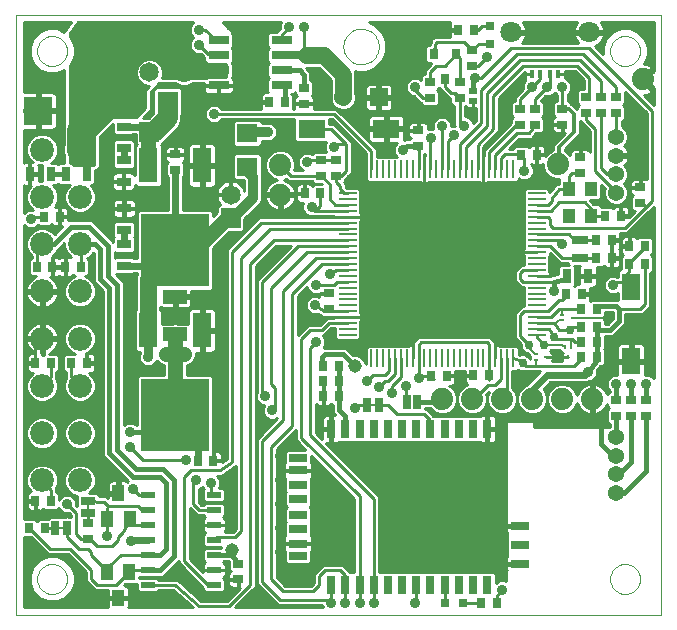
<source format=gtl>
G75*
%MOIN*%
%OFA0B0*%
%FSLAX24Y24*%
%IPPOS*%
%LPD*%
%AMOC8*
5,1,8,0,0,1.08239X$1,22.5*
%
%ADD10C,0.0000*%
%ADD11R,0.0591X0.0114*%
%ADD12R,0.0114X0.0591*%
%ADD13R,0.0276X0.0354*%
%ADD14R,0.0354X0.0276*%
%ADD15R,0.0315X0.0472*%
%ADD16R,0.0315X0.0630*%
%ADD17R,0.0630X0.0315*%
%ADD18R,0.0315X0.0315*%
%ADD19R,0.0394X0.0551*%
%ADD20R,0.0630X0.1181*%
%ADD21R,0.2283X0.2441*%
%ADD22R,0.0945X0.0945*%
%ADD23R,0.0472X0.0315*%
%ADD24R,0.0689X0.0709*%
%ADD25R,0.0551X0.0276*%
%ADD26R,0.0413X0.0512*%
%ADD27R,0.0472X0.0236*%
%ADD28R,0.0315X0.0354*%
%ADD29R,0.0650X0.0650*%
%ADD30C,0.0650*%
%ADD31C,0.0080*%
%ADD32R,0.0250X0.0500*%
%ADD33R,0.0500X0.0250*%
%ADD34R,0.0700X0.0280*%
%ADD35R,0.0906X0.1220*%
%ADD36C,0.0600*%
%ADD37R,0.0600X0.0600*%
%ADD38R,0.0630X0.0906*%
%ADD39C,0.0795*%
%ADD40C,0.0540*%
%ADD41R,0.0906X0.0630*%
%ADD42C,0.0740*%
%ADD43C,0.0709*%
%ADD44R,0.0787X0.0472*%
%ADD45R,0.0157X0.0276*%
%ADD46R,0.0276X0.0197*%
%ADD47R,0.0710X0.0630*%
%ADD48R,0.0134X0.0102*%
%ADD49R,0.0102X0.0134*%
%ADD50C,0.0100*%
%ADD51C,0.0360*%
%ADD52C,0.0300*%
%ADD53C,0.0160*%
%ADD54C,0.0450*%
%ADD55C,0.0240*%
%ADD56C,0.0180*%
%ADD57C,0.0500*%
%ADD58C,0.0560*%
%ADD59C,0.0300*%
%ADD60C,0.0320*%
%ADD61C,0.0280*%
%ADD62C,0.0860*%
%ADD63C,0.0660*%
%ADD64C,0.0120*%
D10*
X022500Y021250D02*
X022500Y041250D01*
X044000Y041250D01*
X044000Y021250D01*
X022500Y021250D01*
X023200Y022450D02*
X023202Y022494D01*
X023208Y022538D01*
X023218Y022581D01*
X023231Y022623D01*
X023248Y022664D01*
X023269Y022703D01*
X023293Y022740D01*
X023320Y022775D01*
X023350Y022807D01*
X023383Y022837D01*
X023419Y022863D01*
X023456Y022887D01*
X023496Y022906D01*
X023537Y022923D01*
X023580Y022935D01*
X023623Y022944D01*
X023667Y022949D01*
X023711Y022950D01*
X023755Y022947D01*
X023799Y022940D01*
X023842Y022929D01*
X023884Y022915D01*
X023924Y022897D01*
X023963Y022875D01*
X023999Y022851D01*
X024033Y022823D01*
X024065Y022792D01*
X024094Y022758D01*
X024120Y022722D01*
X024142Y022684D01*
X024161Y022644D01*
X024176Y022602D01*
X024188Y022560D01*
X024196Y022516D01*
X024200Y022472D01*
X024200Y022428D01*
X024196Y022384D01*
X024188Y022340D01*
X024176Y022298D01*
X024161Y022256D01*
X024142Y022216D01*
X024120Y022178D01*
X024094Y022142D01*
X024065Y022108D01*
X024033Y022077D01*
X023999Y022049D01*
X023963Y022025D01*
X023924Y022003D01*
X023884Y021985D01*
X023842Y021971D01*
X023799Y021960D01*
X023755Y021953D01*
X023711Y021950D01*
X023667Y021951D01*
X023623Y021956D01*
X023580Y021965D01*
X023537Y021977D01*
X023496Y021994D01*
X023456Y022013D01*
X023419Y022037D01*
X023383Y022063D01*
X023350Y022093D01*
X023320Y022125D01*
X023293Y022160D01*
X023269Y022197D01*
X023248Y022236D01*
X023231Y022277D01*
X023218Y022319D01*
X023208Y022362D01*
X023202Y022406D01*
X023200Y022450D01*
X042300Y022450D02*
X042302Y022494D01*
X042308Y022538D01*
X042318Y022581D01*
X042331Y022623D01*
X042348Y022664D01*
X042369Y022703D01*
X042393Y022740D01*
X042420Y022775D01*
X042450Y022807D01*
X042483Y022837D01*
X042519Y022863D01*
X042556Y022887D01*
X042596Y022906D01*
X042637Y022923D01*
X042680Y022935D01*
X042723Y022944D01*
X042767Y022949D01*
X042811Y022950D01*
X042855Y022947D01*
X042899Y022940D01*
X042942Y022929D01*
X042984Y022915D01*
X043024Y022897D01*
X043063Y022875D01*
X043099Y022851D01*
X043133Y022823D01*
X043165Y022792D01*
X043194Y022758D01*
X043220Y022722D01*
X043242Y022684D01*
X043261Y022644D01*
X043276Y022602D01*
X043288Y022560D01*
X043296Y022516D01*
X043300Y022472D01*
X043300Y022428D01*
X043296Y022384D01*
X043288Y022340D01*
X043276Y022298D01*
X043261Y022256D01*
X043242Y022216D01*
X043220Y022178D01*
X043194Y022142D01*
X043165Y022108D01*
X043133Y022077D01*
X043099Y022049D01*
X043063Y022025D01*
X043024Y022003D01*
X042984Y021985D01*
X042942Y021971D01*
X042899Y021960D01*
X042855Y021953D01*
X042811Y021950D01*
X042767Y021951D01*
X042723Y021956D01*
X042680Y021965D01*
X042637Y021977D01*
X042596Y021994D01*
X042556Y022013D01*
X042519Y022037D01*
X042483Y022063D01*
X042450Y022093D01*
X042420Y022125D01*
X042393Y022160D01*
X042369Y022197D01*
X042348Y022236D01*
X042331Y022277D01*
X042318Y022319D01*
X042308Y022362D01*
X042302Y022406D01*
X042300Y022450D01*
X042300Y040050D02*
X042302Y040094D01*
X042308Y040138D01*
X042318Y040181D01*
X042331Y040223D01*
X042348Y040264D01*
X042369Y040303D01*
X042393Y040340D01*
X042420Y040375D01*
X042450Y040407D01*
X042483Y040437D01*
X042519Y040463D01*
X042556Y040487D01*
X042596Y040506D01*
X042637Y040523D01*
X042680Y040535D01*
X042723Y040544D01*
X042767Y040549D01*
X042811Y040550D01*
X042855Y040547D01*
X042899Y040540D01*
X042942Y040529D01*
X042984Y040515D01*
X043024Y040497D01*
X043063Y040475D01*
X043099Y040451D01*
X043133Y040423D01*
X043165Y040392D01*
X043194Y040358D01*
X043220Y040322D01*
X043242Y040284D01*
X043261Y040244D01*
X043276Y040202D01*
X043288Y040160D01*
X043296Y040116D01*
X043300Y040072D01*
X043300Y040028D01*
X043296Y039984D01*
X043288Y039940D01*
X043276Y039898D01*
X043261Y039856D01*
X043242Y039816D01*
X043220Y039778D01*
X043194Y039742D01*
X043165Y039708D01*
X043133Y039677D01*
X043099Y039649D01*
X043063Y039625D01*
X043024Y039603D01*
X042984Y039585D01*
X042942Y039571D01*
X042899Y039560D01*
X042855Y039553D01*
X042811Y039550D01*
X042767Y039551D01*
X042723Y039556D01*
X042680Y039565D01*
X042637Y039577D01*
X042596Y039594D01*
X042556Y039613D01*
X042519Y039637D01*
X042483Y039663D01*
X042450Y039693D01*
X042420Y039725D01*
X042393Y039760D01*
X042369Y039797D01*
X042348Y039836D01*
X042331Y039877D01*
X042318Y039919D01*
X042308Y039962D01*
X042302Y040006D01*
X042300Y040050D01*
X033410Y040200D02*
X033412Y040248D01*
X033418Y040296D01*
X033428Y040343D01*
X033441Y040389D01*
X033458Y040434D01*
X033479Y040477D01*
X033504Y040519D01*
X033531Y040558D01*
X033562Y040595D01*
X033596Y040630D01*
X033632Y040661D01*
X033671Y040690D01*
X033712Y040715D01*
X033755Y040737D01*
X033799Y040755D01*
X033845Y040769D01*
X033892Y040780D01*
X033940Y040787D01*
X033988Y040790D01*
X034036Y040789D01*
X034084Y040784D01*
X034131Y040775D01*
X034178Y040763D01*
X034223Y040746D01*
X034267Y040726D01*
X034309Y040703D01*
X034349Y040676D01*
X034386Y040646D01*
X034421Y040613D01*
X034454Y040577D01*
X034483Y040539D01*
X034509Y040498D01*
X034532Y040456D01*
X034551Y040412D01*
X034566Y040366D01*
X034578Y040320D01*
X034586Y040272D01*
X034590Y040224D01*
X034590Y040176D01*
X034586Y040128D01*
X034578Y040080D01*
X034566Y040034D01*
X034551Y039988D01*
X034532Y039944D01*
X034509Y039902D01*
X034483Y039861D01*
X034454Y039823D01*
X034421Y039787D01*
X034386Y039754D01*
X034349Y039724D01*
X034309Y039697D01*
X034267Y039674D01*
X034223Y039654D01*
X034178Y039637D01*
X034131Y039625D01*
X034084Y039616D01*
X034036Y039611D01*
X033988Y039610D01*
X033940Y039613D01*
X033892Y039620D01*
X033845Y039631D01*
X033799Y039645D01*
X033755Y039663D01*
X033712Y039685D01*
X033671Y039710D01*
X033632Y039739D01*
X033596Y039770D01*
X033562Y039805D01*
X033531Y039842D01*
X033504Y039881D01*
X033479Y039923D01*
X033458Y039966D01*
X033441Y040011D01*
X033428Y040057D01*
X033418Y040104D01*
X033412Y040152D01*
X033410Y040200D01*
X023200Y040050D02*
X023202Y040094D01*
X023208Y040138D01*
X023218Y040181D01*
X023231Y040223D01*
X023248Y040264D01*
X023269Y040303D01*
X023293Y040340D01*
X023320Y040375D01*
X023350Y040407D01*
X023383Y040437D01*
X023419Y040463D01*
X023456Y040487D01*
X023496Y040506D01*
X023537Y040523D01*
X023580Y040535D01*
X023623Y040544D01*
X023667Y040549D01*
X023711Y040550D01*
X023755Y040547D01*
X023799Y040540D01*
X023842Y040529D01*
X023884Y040515D01*
X023924Y040497D01*
X023963Y040475D01*
X023999Y040451D01*
X024033Y040423D01*
X024065Y040392D01*
X024094Y040358D01*
X024120Y040322D01*
X024142Y040284D01*
X024161Y040244D01*
X024176Y040202D01*
X024188Y040160D01*
X024196Y040116D01*
X024200Y040072D01*
X024200Y040028D01*
X024196Y039984D01*
X024188Y039940D01*
X024176Y039898D01*
X024161Y039856D01*
X024142Y039816D01*
X024120Y039778D01*
X024094Y039742D01*
X024065Y039708D01*
X024033Y039677D01*
X023999Y039649D01*
X023963Y039625D01*
X023924Y039603D01*
X023884Y039585D01*
X023842Y039571D01*
X023799Y039560D01*
X023755Y039553D01*
X023711Y039550D01*
X023667Y039551D01*
X023623Y039556D01*
X023580Y039565D01*
X023537Y039577D01*
X023496Y039594D01*
X023456Y039613D01*
X023419Y039637D01*
X023383Y039663D01*
X023350Y039693D01*
X023320Y039725D01*
X023293Y039760D01*
X023269Y039797D01*
X023248Y039836D01*
X023231Y039877D01*
X023218Y039919D01*
X023208Y039962D01*
X023202Y040006D01*
X023200Y040050D01*
D11*
X033550Y035312D03*
X033550Y035115D03*
X033550Y034919D03*
X033550Y034722D03*
X033550Y034525D03*
X033550Y034328D03*
X033550Y034131D03*
X033550Y033934D03*
X033550Y033737D03*
X033550Y033541D03*
X033550Y033344D03*
X033550Y033147D03*
X033550Y032950D03*
X033550Y032753D03*
X033550Y032556D03*
X033550Y032359D03*
X033550Y032163D03*
X033550Y031966D03*
X033550Y031769D03*
X033550Y031572D03*
X033550Y031375D03*
X033550Y031178D03*
X033550Y030981D03*
X033550Y030785D03*
X033550Y030588D03*
X039850Y030588D03*
X039850Y030785D03*
X039850Y030981D03*
X039850Y031178D03*
X039850Y031375D03*
X039850Y031572D03*
X039850Y031769D03*
X039850Y031966D03*
X039850Y032163D03*
X039850Y032359D03*
X039850Y032556D03*
X039850Y032753D03*
X039850Y032950D03*
X039850Y033147D03*
X039850Y033344D03*
X039850Y033541D03*
X039850Y033737D03*
X039850Y033934D03*
X039850Y034131D03*
X039850Y034328D03*
X039850Y034525D03*
X039850Y034722D03*
X039850Y034919D03*
X039850Y035115D03*
X039850Y035312D03*
D12*
X039062Y036100D03*
X038865Y036100D03*
X038669Y036100D03*
X038472Y036100D03*
X038275Y036100D03*
X038078Y036100D03*
X037881Y036100D03*
X037684Y036100D03*
X037487Y036100D03*
X037291Y036100D03*
X037094Y036100D03*
X036897Y036100D03*
X036700Y036100D03*
X036503Y036100D03*
X036306Y036100D03*
X036109Y036100D03*
X035913Y036100D03*
X035716Y036100D03*
X035519Y036100D03*
X035322Y036100D03*
X035125Y036100D03*
X034928Y036100D03*
X034731Y036100D03*
X034535Y036100D03*
X034338Y036100D03*
X034338Y029800D03*
X034535Y029800D03*
X034731Y029800D03*
X034928Y029800D03*
X035125Y029800D03*
X035322Y029800D03*
X035519Y029800D03*
X035716Y029800D03*
X035913Y029800D03*
X036109Y029800D03*
X036306Y029800D03*
X036503Y029800D03*
X036700Y029800D03*
X036897Y029800D03*
X037094Y029800D03*
X037291Y029800D03*
X037487Y029800D03*
X037684Y029800D03*
X037881Y029800D03*
X038078Y029800D03*
X038275Y029800D03*
X038472Y029800D03*
X038669Y029800D03*
X038865Y029800D03*
X039062Y029800D03*
D13*
X038256Y029240D03*
X037744Y029240D03*
X036856Y029220D03*
X036344Y029220D03*
X033256Y029050D03*
X033256Y028550D03*
X032744Y028550D03*
X032744Y029050D03*
X032744Y029550D03*
X033256Y029550D03*
X029076Y026390D03*
X028564Y026390D03*
X024856Y029650D03*
X024344Y029650D03*
X023656Y029650D03*
X023144Y029650D03*
X023194Y032850D03*
X023706Y032850D03*
X024144Y032850D03*
X024656Y032850D03*
X023956Y034530D03*
X023444Y034530D03*
X030944Y038350D03*
X031456Y038350D03*
X032114Y035310D03*
X032626Y035310D03*
X039344Y036590D03*
X039856Y036590D03*
X042144Y034550D03*
X042656Y034550D03*
X042356Y033750D03*
X041844Y033750D03*
X041844Y033150D03*
X042356Y033150D03*
X042944Y032950D03*
X043456Y032950D03*
X043456Y033550D03*
X042944Y033550D03*
X041356Y031950D03*
X041344Y031450D03*
X041856Y031450D03*
X041856Y030850D03*
X041856Y030350D03*
X041856Y029850D03*
X041344Y029850D03*
X041344Y030350D03*
X041344Y030850D03*
X040844Y031950D03*
X037756Y040750D03*
X037244Y040750D03*
X023656Y025050D03*
X023144Y025050D03*
X022944Y024150D03*
X023456Y024150D03*
X038010Y021646D03*
X038522Y021646D03*
D14*
X042500Y027894D03*
X043000Y027894D03*
X043500Y027894D03*
X043500Y028406D03*
X043000Y028406D03*
X042500Y028406D03*
X043300Y034994D03*
X043300Y035506D03*
X041300Y035994D03*
X041300Y036506D03*
X040700Y037594D03*
X040700Y038106D03*
X041500Y037994D03*
X042000Y037994D03*
X042500Y037994D03*
X042500Y038506D03*
X042000Y038506D03*
X041500Y038506D03*
X039800Y038106D03*
X039300Y038106D03*
X039300Y037594D03*
X039800Y037594D03*
X037280Y038494D03*
X037280Y039006D03*
X037700Y039564D03*
X037700Y040076D03*
X036300Y039006D03*
X036300Y038494D03*
X035900Y037406D03*
X035900Y036894D03*
X033160Y036406D03*
X032660Y036406D03*
X032660Y035894D03*
X033160Y035894D03*
X032100Y038294D03*
X032100Y038806D03*
X027800Y036606D03*
X027800Y036094D03*
X032930Y031976D03*
X032930Y031464D03*
X024900Y024306D03*
X024900Y023794D03*
X029900Y022956D03*
X029900Y022444D03*
D15*
X040846Y032550D03*
X041554Y032550D03*
X024854Y035950D03*
X024146Y035950D03*
X023654Y035950D03*
X022946Y035950D03*
D16*
X033002Y027448D03*
X033474Y027448D03*
X033946Y027448D03*
X034419Y027448D03*
X034891Y027448D03*
X035364Y027448D03*
X035836Y027448D03*
X036309Y027448D03*
X036781Y027448D03*
X037254Y027448D03*
X037726Y027448D03*
X038198Y027448D03*
X038198Y022252D03*
X037726Y022252D03*
X037254Y022252D03*
X036781Y022252D03*
X036309Y022252D03*
X035836Y022252D03*
X035364Y022252D03*
X034891Y022252D03*
X034419Y022252D03*
X033946Y022252D03*
X033474Y022252D03*
X033002Y022252D03*
D17*
X031899Y023227D03*
X031899Y023630D03*
X031899Y024102D03*
X031899Y024574D03*
X031899Y025126D03*
X031899Y025598D03*
X031899Y026070D03*
X031899Y026473D03*
X039301Y024220D03*
X039301Y023590D03*
X039301Y022960D03*
D18*
X037395Y021650D03*
X036805Y021650D03*
X038300Y040295D03*
X038300Y040885D03*
D19*
X025910Y025313D03*
X025536Y024447D03*
X026284Y024447D03*
X026274Y022683D03*
X025526Y022683D03*
X025900Y021817D03*
D20*
X026902Y030740D03*
X028698Y030740D03*
X028698Y036240D03*
X026902Y036240D03*
D21*
X027800Y033413D03*
X027800Y027913D03*
D22*
X024966Y038050D03*
X023234Y038050D03*
D23*
X026080Y037524D03*
X026080Y036816D03*
X026080Y036404D03*
X026080Y035696D03*
X026100Y034804D03*
X026100Y034096D03*
X026100Y033604D03*
X026100Y032896D03*
D24*
X026048Y038350D03*
X027552Y038350D03*
D25*
X041300Y033745D03*
X041300Y033155D03*
D26*
X040936Y034557D03*
X041664Y034557D03*
X041664Y035463D03*
X040936Y035463D03*
D27*
X029102Y025250D03*
X029102Y024750D03*
X029102Y024250D03*
X029102Y023750D03*
X029102Y023250D03*
X029102Y022750D03*
X029102Y022250D03*
X026898Y022250D03*
X026898Y022750D03*
X026898Y023250D03*
X026898Y023750D03*
X026898Y024250D03*
X026898Y024750D03*
X026898Y025250D03*
D28*
X036800Y039117D03*
X036426Y039944D03*
X037174Y039944D03*
D29*
X029650Y034476D03*
X026940Y037366D03*
D30*
X026940Y039334D03*
X029650Y035264D03*
D31*
X034250Y028250D02*
X034550Y028250D01*
X039600Y030150D02*
X039809Y029941D01*
X039831Y029942D01*
X039831Y029758D02*
X039831Y029581D01*
X039800Y029550D01*
X039600Y030150D02*
X039600Y030250D01*
X040100Y030250D02*
X040679Y030250D01*
X040808Y030179D01*
X040809Y030141D01*
X040800Y030150D01*
X040992Y030179D02*
X040991Y030371D01*
X041030Y030450D01*
X040711Y031068D02*
X040581Y031069D01*
X040457Y030946D01*
X040711Y031252D02*
X040711Y031439D01*
X040700Y031450D01*
X041049Y031160D02*
X041110Y031150D01*
X042200Y031150D01*
X042050Y031920D02*
X042020Y031950D01*
X041800Y031950D01*
X024900Y025000D02*
X024900Y024700D01*
X024150Y024150D02*
X023850Y024150D01*
D32*
X023800Y024150D03*
X024200Y024150D03*
X034200Y028250D03*
X034600Y028250D03*
X035523Y028350D03*
X035877Y028350D03*
D33*
X024900Y025050D03*
X024900Y024650D03*
D34*
X029252Y038900D03*
X029252Y039400D03*
X029252Y039900D03*
X029252Y040400D03*
X031348Y040400D03*
X031348Y039900D03*
X031348Y039400D03*
X031348Y038900D03*
D35*
X030300Y039650D03*
D36*
X033410Y038500D03*
D37*
X034590Y038500D03*
D38*
X043000Y032190D03*
X043000Y029710D03*
D39*
X024630Y030463D03*
X023370Y030463D03*
X023370Y032037D03*
X024630Y032037D03*
X024630Y033612D03*
X023370Y033612D03*
X023370Y035187D03*
X024630Y035187D03*
X024630Y036762D03*
X023370Y036762D03*
X023370Y028888D03*
X024630Y028888D03*
X024630Y027313D03*
X023370Y027313D03*
X023370Y025738D03*
X024630Y025738D03*
D40*
X042500Y025940D03*
X042500Y025320D03*
X042500Y026560D03*
X042500Y027180D03*
X042500Y035320D03*
X042500Y035940D03*
X042500Y036560D03*
X042500Y037180D03*
D41*
X034840Y037450D03*
X032360Y037450D03*
D42*
X031300Y036250D03*
X031300Y035250D03*
X040565Y036273D03*
X043394Y039101D03*
X041700Y028450D03*
X040700Y028450D03*
X039700Y028450D03*
X038700Y028450D03*
X037700Y028450D03*
X036700Y028450D03*
D43*
X039001Y040680D03*
X041599Y040680D03*
D44*
X027800Y031860D03*
X027800Y030600D03*
D45*
X039682Y039270D03*
X039958Y039270D03*
X040302Y039270D03*
X040578Y039270D03*
D46*
X037720Y038707D03*
X037720Y038393D03*
D47*
X030200Y037310D03*
X030200Y036190D03*
D48*
X039831Y029942D03*
X039831Y029758D03*
X040169Y029850D03*
X040711Y031068D03*
X040711Y031252D03*
X041049Y031160D03*
D49*
X040992Y030179D03*
X040808Y030179D03*
X040900Y029841D03*
D50*
X040900Y029841D01*
X040699Y029841D01*
X040699Y029927D01*
X040709Y029966D01*
X040719Y029982D01*
X040703Y029982D01*
X040627Y030059D01*
X040627Y030080D01*
X040326Y030080D01*
X040288Y030042D01*
X040294Y030041D01*
X040328Y030021D01*
X040356Y029993D01*
X040376Y029959D01*
X040386Y029921D01*
X040386Y029850D01*
X040169Y029850D01*
X040169Y029850D01*
X040386Y029850D01*
X040386Y029779D01*
X040376Y029741D01*
X040370Y029730D01*
X040705Y029730D01*
X040699Y029754D01*
X040699Y029841D01*
X040900Y029841D01*
X040699Y029820D02*
X040386Y029820D01*
X040386Y029918D02*
X040699Y029918D01*
X040669Y030017D02*
X040333Y030017D01*
X040100Y030250D02*
X039850Y030500D01*
X039850Y030588D01*
X039850Y030785D02*
X040265Y030785D01*
X040420Y030530D01*
X040500Y030450D01*
X041030Y030450D01*
X041130Y030350D01*
X041344Y030350D01*
X041344Y030850D02*
X040990Y030850D01*
X040970Y030750D01*
X040600Y030750D01*
X040457Y030946D01*
X040431Y030981D01*
X039850Y030981D01*
X039850Y031178D02*
X040328Y031178D01*
X040600Y031450D01*
X040700Y031450D01*
X041344Y031450D01*
X041638Y031731D02*
X041644Y031753D01*
X041644Y031931D01*
X041375Y031931D01*
X041375Y031969D01*
X041644Y031969D01*
X041644Y032147D01*
X041639Y032164D01*
X041732Y032164D01*
X041770Y032174D01*
X041804Y032194D01*
X041832Y032222D01*
X041852Y032256D01*
X041862Y032294D01*
X041862Y032521D01*
X041583Y032521D01*
X041583Y032579D01*
X041862Y032579D01*
X041862Y032806D01*
X041852Y032843D01*
X042036Y032843D01*
X042089Y032896D01*
X042098Y032881D01*
X042126Y032853D01*
X042160Y032833D01*
X042198Y032823D01*
X042337Y032823D01*
X042337Y033131D01*
X042375Y033131D01*
X042375Y033169D01*
X042644Y033169D01*
X042644Y033347D01*
X042633Y033385D01*
X042614Y033419D01*
X042586Y033447D01*
X042581Y033450D01*
X042586Y033453D01*
X042614Y033481D01*
X042633Y033515D01*
X042644Y033553D01*
X042644Y033731D01*
X042375Y033731D01*
X042375Y033769D01*
X042644Y033769D01*
X042644Y033947D01*
X042638Y033970D01*
X042875Y033970D01*
X043575Y034670D01*
X043680Y034775D01*
X043750Y034845D01*
X043750Y029138D01*
X043676Y029213D01*
X043562Y029260D01*
X043465Y029260D01*
X043465Y029660D01*
X043050Y029660D01*
X043050Y029760D01*
X042950Y029760D01*
X042950Y030313D01*
X042665Y030313D01*
X042627Y030302D01*
X042593Y030283D01*
X042565Y030255D01*
X042545Y030220D01*
X042535Y030182D01*
X042535Y029760D01*
X042950Y029760D01*
X042950Y029660D01*
X042535Y029660D01*
X042535Y029260D01*
X042438Y029260D01*
X042324Y029213D01*
X042237Y029126D01*
X042190Y029012D01*
X042190Y028888D01*
X042237Y028774D01*
X042290Y028722D01*
X042290Y028674D01*
X042269Y028674D01*
X042197Y028602D01*
X042182Y028650D01*
X042145Y028723D01*
X042097Y028789D01*
X042039Y028847D01*
X041973Y028895D01*
X041900Y028932D01*
X041822Y028957D01*
X041750Y028969D01*
X041750Y028500D01*
X041650Y028500D01*
X041650Y028969D01*
X041578Y028957D01*
X041500Y028932D01*
X041427Y028895D01*
X041361Y028847D01*
X041303Y028789D01*
X041255Y028723D01*
X041218Y028650D01*
X041193Y028572D01*
X041192Y028568D01*
X041124Y028733D01*
X040983Y028874D01*
X040799Y028950D01*
X040601Y028950D01*
X040417Y028874D01*
X040276Y028733D01*
X040200Y028549D01*
X040200Y028351D01*
X040276Y028167D01*
X040417Y028026D01*
X040601Y027950D01*
X040799Y027950D01*
X040983Y028026D01*
X041124Y028167D01*
X041192Y028332D01*
X041193Y028328D01*
X041218Y028250D01*
X041255Y028177D01*
X041303Y028111D01*
X041361Y028053D01*
X041427Y028005D01*
X041500Y027968D01*
X041578Y027943D01*
X041650Y027931D01*
X041650Y028400D01*
X041750Y028400D01*
X041750Y027931D01*
X041822Y027943D01*
X041900Y027968D01*
X041973Y028005D01*
X042039Y028053D01*
X042097Y028111D01*
X042145Y028177D01*
X042182Y028250D01*
X042193Y028284D01*
X042193Y028214D01*
X042257Y028150D01*
X042193Y028086D01*
X042193Y027702D01*
X042269Y027626D01*
X042290Y027626D01*
X042290Y027526D01*
X042273Y027519D01*
X042254Y027500D01*
X039750Y027500D01*
X039750Y027671D01*
X039721Y027700D01*
X038869Y027700D01*
X038840Y027671D01*
X038840Y024429D01*
X038843Y024426D01*
X038836Y024397D01*
X038836Y024249D01*
X039272Y024249D01*
X039272Y024191D01*
X038836Y024191D01*
X038836Y024043D01*
X038846Y024005D01*
X038853Y023993D01*
X038850Y023991D01*
X038850Y023829D01*
X038867Y023812D01*
X038856Y023801D01*
X038856Y023379D01*
X038857Y023378D01*
X038850Y023371D01*
X038850Y023229D01*
X038868Y023212D01*
X038866Y023210D01*
X038846Y023176D01*
X038836Y023137D01*
X038836Y022989D01*
X039272Y022989D01*
X039272Y022931D01*
X038836Y022931D01*
X038836Y022783D01*
X038846Y022746D01*
X038840Y022741D01*
X038840Y022368D01*
X038762Y022400D01*
X038638Y022400D01*
X038524Y022353D01*
X038486Y022314D01*
X038486Y022620D01*
X038410Y022697D01*
X037987Y022697D01*
X037962Y022672D01*
X037937Y022697D01*
X037515Y022697D01*
X037490Y022672D01*
X037465Y022697D01*
X037042Y022697D01*
X037017Y022672D01*
X036992Y022697D01*
X036570Y022697D01*
X036545Y022672D01*
X036520Y022697D01*
X036097Y022697D01*
X036072Y022672D01*
X036048Y022697D01*
X035625Y022697D01*
X035600Y022672D01*
X035575Y022697D01*
X035152Y022697D01*
X035128Y022672D01*
X035103Y022697D01*
X034680Y022697D01*
X034655Y022672D01*
X034630Y022697D01*
X034599Y022697D01*
X034599Y025206D01*
X034493Y025311D01*
X032820Y026985D01*
X032824Y026983D01*
X032973Y026983D01*
X032973Y027420D01*
X032694Y027420D01*
X032694Y027114D01*
X032695Y027109D01*
X032480Y027325D01*
X032480Y028292D01*
X032486Y028281D01*
X032514Y028253D01*
X032548Y028233D01*
X032587Y028223D01*
X032725Y028223D01*
X032725Y028531D01*
X032763Y028531D01*
X032763Y028223D01*
X032902Y028223D01*
X032940Y028233D01*
X032974Y028253D01*
X033002Y028281D01*
X033011Y028296D01*
X033046Y028261D01*
X033046Y028007D01*
X033140Y027913D01*
X033030Y027913D01*
X033030Y027477D01*
X032973Y027477D01*
X032973Y027420D01*
X033030Y027420D01*
X033030Y026983D01*
X033179Y026983D01*
X033217Y026994D01*
X033251Y027013D01*
X033252Y027014D01*
X033263Y027003D01*
X033685Y027003D01*
X033710Y027028D01*
X033735Y027003D01*
X034158Y027003D01*
X034183Y027028D01*
X034208Y027003D01*
X034630Y027003D01*
X034655Y027028D01*
X034680Y027003D01*
X035103Y027003D01*
X035128Y027028D01*
X035152Y027003D01*
X035575Y027003D01*
X035600Y027028D01*
X035625Y027003D01*
X036048Y027003D01*
X036072Y027028D01*
X036097Y027003D01*
X036520Y027003D01*
X036545Y027028D01*
X036570Y027003D01*
X036992Y027003D01*
X037017Y027028D01*
X037042Y027003D01*
X037465Y027003D01*
X037490Y027028D01*
X037515Y027003D01*
X037937Y027003D01*
X037948Y027014D01*
X037949Y027013D01*
X037983Y026994D01*
X038021Y026983D01*
X038170Y026983D01*
X038170Y027420D01*
X038227Y027420D01*
X038227Y027477D01*
X038170Y027477D01*
X038170Y027913D01*
X038021Y027913D01*
X037983Y027903D01*
X037949Y027883D01*
X037948Y027883D01*
X037937Y027893D01*
X037515Y027893D01*
X037490Y027868D01*
X037465Y027893D01*
X037042Y027893D01*
X037017Y027868D01*
X036992Y027893D01*
X036570Y027893D01*
X036545Y027868D01*
X036520Y027893D01*
X036411Y027893D01*
X036280Y028025D01*
X036175Y028130D01*
X036132Y028130D01*
X036132Y028140D01*
X036303Y028140D01*
X036417Y028026D01*
X036601Y027950D01*
X036799Y027950D01*
X036983Y028026D01*
X037124Y028167D01*
X037200Y028351D01*
X037276Y028167D01*
X037417Y028026D01*
X037601Y027950D01*
X037799Y027950D01*
X037983Y028026D01*
X038124Y028167D01*
X038200Y028351D01*
X038276Y028167D01*
X038417Y028026D01*
X038601Y027950D01*
X038799Y027950D01*
X038983Y028026D01*
X039124Y028167D01*
X039200Y028351D01*
X039276Y028167D01*
X039417Y028026D01*
X039601Y027950D01*
X039799Y027950D01*
X039983Y028026D01*
X040124Y028167D01*
X040200Y028351D01*
X040200Y028549D01*
X040124Y028733D01*
X040080Y028777D01*
X040304Y029000D01*
X041510Y029000D01*
X041602Y029038D01*
X041604Y029040D01*
X041622Y029040D01*
X041736Y029087D01*
X041823Y029174D01*
X041870Y029288D01*
X041870Y029412D01*
X041870Y029413D01*
X041967Y029543D01*
X042048Y029543D01*
X042124Y029619D01*
X042124Y030081D01*
X042105Y030100D01*
X042124Y030119D01*
X042124Y030540D01*
X042387Y030540D01*
X042510Y030663D01*
X042510Y030663D01*
X042687Y030840D01*
X042810Y030963D01*
X042810Y031270D01*
X043375Y031270D01*
X043480Y031375D01*
X043480Y031375D01*
X043636Y031531D01*
X043636Y032643D01*
X043648Y032643D01*
X043724Y032719D01*
X043724Y033181D01*
X043655Y033250D01*
X043724Y033319D01*
X043724Y033781D01*
X043648Y033857D01*
X043264Y033857D01*
X043211Y033804D01*
X043202Y033819D01*
X043174Y033847D01*
X043140Y033867D01*
X043102Y033877D01*
X042963Y033877D01*
X042963Y033569D01*
X042925Y033569D01*
X042925Y033531D01*
X042656Y033531D01*
X042656Y033353D01*
X042667Y033315D01*
X042686Y033281D01*
X042714Y033253D01*
X042736Y033240D01*
X042676Y033181D01*
X042676Y032773D01*
X042631Y032773D01*
X042555Y032697D01*
X042555Y032526D01*
X042544Y032526D01*
X042462Y032560D01*
X042338Y032560D01*
X042224Y032513D01*
X042137Y032426D01*
X042090Y032312D01*
X042090Y032188D01*
X042137Y032074D01*
X042224Y031987D01*
X042338Y031940D01*
X042462Y031940D01*
X042555Y031979D01*
X042555Y031760D01*
X041869Y031760D01*
X041866Y031757D01*
X041664Y031757D01*
X041638Y031731D01*
X041644Y031790D02*
X042555Y031790D01*
X042555Y031888D02*
X041644Y031888D01*
X041644Y031987D02*
X042226Y031987D01*
X042133Y032085D02*
X041644Y032085D01*
X041786Y032184D02*
X042092Y032184D01*
X042090Y032282D02*
X041859Y032282D01*
X041862Y032381D02*
X042119Y032381D01*
X042191Y032479D02*
X041862Y032479D01*
X041862Y032676D02*
X042555Y032676D01*
X042555Y032578D02*
X041583Y032578D01*
X041526Y032578D02*
X041133Y032578D01*
X041133Y032676D02*
X041247Y032676D01*
X041247Y032579D02*
X041526Y032579D01*
X041526Y032521D01*
X041247Y032521D01*
X041247Y032294D01*
X041251Y032277D01*
X041198Y032277D01*
X041160Y032267D01*
X041126Y032247D01*
X041098Y032219D01*
X041089Y032204D01*
X041083Y032210D01*
X041133Y032260D01*
X041133Y032840D01*
X041086Y032887D01*
X041285Y032887D01*
X041277Y032878D01*
X041257Y032844D01*
X041247Y032806D01*
X041247Y032579D01*
X041247Y032479D02*
X041133Y032479D01*
X041133Y032381D02*
X041247Y032381D01*
X041250Y032282D02*
X041133Y032282D01*
X040746Y032450D02*
X040420Y032360D01*
X040309Y032359D01*
X039850Y032359D01*
X039391Y032359D01*
X039300Y032450D01*
X039300Y032650D01*
X039400Y032750D01*
X039846Y032750D01*
X039850Y032753D01*
X039850Y032556D02*
X040295Y032556D01*
X039850Y032556D01*
X039850Y032556D01*
X040295Y032556D02*
X040295Y032633D01*
X040285Y032671D01*
X040275Y032688D01*
X040275Y033212D01*
X040285Y033229D01*
X040295Y033267D01*
X040328Y033267D01*
X040295Y033267D02*
X040295Y033301D01*
X040520Y033075D01*
X040625Y032970D01*
X040894Y032970D01*
X040894Y032963D01*
X040941Y032916D01*
X040634Y032916D01*
X040558Y032840D01*
X040558Y032609D01*
X040395Y032570D01*
X040333Y032570D01*
X040314Y032551D01*
X040295Y032546D01*
X040295Y032556D01*
X040295Y032578D02*
X040427Y032578D01*
X040558Y032676D02*
X040282Y032676D01*
X040275Y032775D02*
X040558Y032775D01*
X040591Y032873D02*
X040275Y032873D01*
X040275Y032972D02*
X040624Y032972D01*
X040525Y033070D02*
X040275Y033070D01*
X040275Y033169D02*
X040427Y033169D01*
X040700Y033150D02*
X041295Y033150D01*
X041300Y033155D01*
X041505Y033150D01*
X041844Y033150D01*
X041495Y033150D02*
X041300Y033155D01*
X041200Y033150D02*
X041495Y033150D01*
X041274Y032873D02*
X041100Y032873D01*
X041133Y032775D02*
X041247Y032775D01*
X041862Y032775D02*
X042676Y032775D01*
X042676Y032873D02*
X042606Y032873D01*
X042614Y032881D02*
X042633Y032915D01*
X042644Y032953D01*
X042644Y033131D01*
X042375Y033131D01*
X042375Y032823D01*
X042513Y032823D01*
X042552Y032833D01*
X042586Y032853D01*
X042614Y032881D01*
X042644Y032972D02*
X042676Y032972D01*
X042676Y033070D02*
X042644Y033070D01*
X042676Y033169D02*
X042375Y033169D01*
X042337Y033169D01*
X042337Y033731D01*
X042375Y033731D01*
X042375Y033423D01*
X042375Y033169D01*
X042375Y033267D02*
X042337Y033267D01*
X042337Y033366D02*
X042375Y033366D01*
X042375Y033464D02*
X042337Y033464D01*
X042337Y033563D02*
X042375Y033563D01*
X042375Y033661D02*
X042337Y033661D01*
X042375Y033760D02*
X042660Y033760D01*
X042656Y033747D02*
X042656Y033569D01*
X042925Y033569D01*
X042925Y033877D01*
X042787Y033877D01*
X042748Y033867D01*
X042714Y033847D01*
X042686Y033819D01*
X042667Y033785D01*
X042656Y033747D01*
X042644Y033661D02*
X042656Y033661D01*
X042644Y033563D02*
X042925Y033563D01*
X042925Y033661D02*
X042963Y033661D01*
X042963Y033760D02*
X042925Y033760D01*
X042925Y033858D02*
X042963Y033858D01*
X043155Y033858D02*
X043750Y033858D01*
X043750Y033760D02*
X043724Y033760D01*
X043724Y033661D02*
X043750Y033661D01*
X043750Y033563D02*
X043724Y033563D01*
X043724Y033464D02*
X043750Y033464D01*
X043750Y033366D02*
X043724Y033366D01*
X043750Y033267D02*
X043672Y033267D01*
X043724Y033169D02*
X043750Y033169D01*
X043750Y033070D02*
X043724Y033070D01*
X043724Y032972D02*
X043750Y032972D01*
X043750Y032873D02*
X043724Y032873D01*
X043724Y032775D02*
X043750Y032775D01*
X043750Y032676D02*
X043681Y032676D01*
X043636Y032578D02*
X043750Y032578D01*
X043750Y032479D02*
X043636Y032479D01*
X043636Y032381D02*
X043750Y032381D01*
X043750Y032282D02*
X043636Y032282D01*
X043636Y032184D02*
X043750Y032184D01*
X043750Y032085D02*
X043636Y032085D01*
X043636Y031987D02*
X043750Y031987D01*
X043750Y031888D02*
X043636Y031888D01*
X043636Y031790D02*
X043750Y031790D01*
X043750Y031691D02*
X043636Y031691D01*
X043636Y031593D02*
X043750Y031593D01*
X043750Y031494D02*
X043599Y031494D01*
X043500Y031396D02*
X043750Y031396D01*
X043750Y031297D02*
X043402Y031297D01*
X043300Y031450D02*
X042600Y031450D01*
X042390Y031340D02*
X042390Y031137D01*
X042213Y030960D01*
X042124Y030960D01*
X042124Y031081D01*
X042055Y031150D01*
X042124Y031219D01*
X042124Y031340D01*
X042390Y031340D01*
X042390Y031297D02*
X042124Y031297D01*
X042103Y031199D02*
X042390Y031199D01*
X042353Y031100D02*
X042105Y031100D01*
X042124Y031002D02*
X042255Y031002D01*
X042553Y030706D02*
X043750Y030706D01*
X043750Y030608D02*
X042455Y030608D01*
X042652Y030805D02*
X043750Y030805D01*
X043750Y030903D02*
X042750Y030903D01*
X042810Y031002D02*
X043750Y031002D01*
X043750Y031100D02*
X042810Y031100D01*
X042810Y031199D02*
X043750Y031199D01*
X043456Y031606D02*
X043300Y031450D01*
X043456Y031606D02*
X043456Y032950D01*
X042944Y032950D02*
X042944Y032694D01*
X042800Y032550D01*
X043000Y032350D01*
X042948Y032350D01*
X042944Y032346D01*
X042496Y032346D01*
X042400Y032250D01*
X043000Y032190D02*
X043000Y032350D01*
X042944Y032950D02*
X042944Y032994D01*
X043456Y033506D01*
X043456Y033550D01*
X043750Y033957D02*
X042641Y033957D01*
X042644Y033858D02*
X042733Y033858D01*
X042800Y034150D02*
X043500Y034850D01*
X043356Y034994D01*
X043300Y034994D01*
X043500Y034850D02*
X043700Y035050D01*
X043700Y038050D01*
X041600Y040150D01*
X039000Y040150D01*
X038000Y039150D01*
X037800Y039150D01*
X037886Y039564D02*
X038200Y039850D01*
X037886Y039564D02*
X037700Y039564D01*
X037280Y039818D02*
X037174Y039944D01*
X036780Y039550D01*
X036500Y039550D01*
X036300Y039350D01*
X036300Y039006D01*
X035993Y039096D02*
X035993Y039198D01*
X036069Y039274D01*
X036120Y039274D01*
X036120Y039425D01*
X036320Y039625D01*
X036332Y039637D01*
X036215Y039637D01*
X036139Y039713D01*
X036139Y040175D01*
X036215Y040251D01*
X036287Y040251D01*
X036320Y040374D01*
X036320Y040425D01*
X036339Y040443D01*
X036346Y040469D01*
X036390Y040494D01*
X036425Y040530D01*
X036452Y040530D01*
X036475Y040543D01*
X036524Y040530D01*
X036962Y040530D01*
X036956Y040553D01*
X036956Y040731D01*
X037225Y040731D01*
X037225Y040769D01*
X036956Y040769D01*
X036956Y040947D01*
X036967Y040985D01*
X036975Y041000D01*
X034264Y041000D01*
X034476Y040912D01*
X034712Y040676D01*
X034840Y040367D01*
X034840Y040033D01*
X034712Y039724D01*
X034476Y039488D01*
X034167Y039360D01*
X033833Y039360D01*
X033791Y039377D01*
X033810Y039332D01*
X033810Y038658D01*
X033840Y038586D01*
X034140Y038586D01*
X034140Y038550D02*
X034540Y038550D01*
X034540Y038950D01*
X034270Y038950D01*
X034232Y038940D01*
X034198Y038920D01*
X034170Y038892D01*
X034150Y038858D01*
X034140Y038820D01*
X034140Y038550D01*
X034140Y038450D02*
X034140Y038180D01*
X034150Y038142D01*
X034170Y038108D01*
X034198Y038080D01*
X034232Y038060D01*
X034270Y038050D01*
X034540Y038050D01*
X034540Y038450D01*
X034640Y038450D01*
X034640Y038550D01*
X035040Y038550D01*
X035040Y038820D01*
X035030Y038858D01*
X035010Y038892D01*
X034982Y038920D01*
X034948Y038940D01*
X034910Y038950D01*
X034640Y038950D01*
X034640Y038550D01*
X034540Y038550D01*
X034540Y038450D01*
X034140Y038450D01*
X034140Y038389D02*
X033829Y038389D01*
X033840Y038414D02*
X033840Y038586D01*
X033840Y038488D02*
X034540Y038488D01*
X034540Y038586D02*
X034640Y038586D01*
X034640Y038488D02*
X035808Y038488D01*
X035755Y038540D02*
X035876Y038420D01*
X035981Y038314D01*
X035993Y038314D01*
X035993Y038302D01*
X036069Y038226D01*
X036531Y038226D01*
X036607Y038302D01*
X036607Y038686D01*
X036543Y038750D01*
X036603Y038810D01*
X036620Y038810D01*
X036620Y038775D01*
X036820Y038575D01*
X036925Y038470D01*
X036973Y038470D01*
X036973Y038302D01*
X037049Y038226D01*
X037100Y038226D01*
X037100Y037595D01*
X037130Y037565D01*
X037130Y037560D01*
X037038Y037560D01*
X037010Y037548D01*
X037010Y037612D01*
X036963Y037726D01*
X036876Y037813D01*
X036762Y037860D01*
X036638Y037860D01*
X036524Y037813D01*
X036437Y037726D01*
X036390Y037612D01*
X036390Y037488D01*
X036406Y037450D01*
X036382Y037460D01*
X036258Y037460D01*
X036227Y037447D01*
X036227Y037563D01*
X036217Y037602D01*
X036197Y037636D01*
X036169Y037664D01*
X036135Y037683D01*
X036097Y037694D01*
X035919Y037694D01*
X035919Y037425D01*
X035881Y037425D01*
X035881Y037694D01*
X035703Y037694D01*
X035665Y037683D01*
X035631Y037664D01*
X035603Y037636D01*
X035583Y037602D01*
X035573Y037563D01*
X035573Y037425D01*
X035881Y037425D01*
X035881Y037387D01*
X035573Y037387D01*
X035573Y037248D01*
X035583Y037210D01*
X035603Y037176D01*
X035631Y037148D01*
X035646Y037139D01*
X035611Y037104D01*
X035457Y037104D01*
X035434Y037081D01*
X035443Y037115D01*
X035443Y037400D01*
X034890Y037400D01*
X034890Y036985D01*
X035197Y036985D01*
X035137Y036926D01*
X035090Y036812D01*
X035090Y036688D01*
X035137Y036574D01*
X035187Y036525D01*
X034518Y036525D01*
X034518Y036787D01*
X033175Y038130D01*
X032425Y038130D01*
X032427Y038137D01*
X032427Y038275D01*
X032119Y038275D01*
X032119Y038313D01*
X032427Y038313D01*
X032427Y038452D01*
X032417Y038490D01*
X032397Y038524D01*
X032369Y038552D01*
X032354Y038561D01*
X032407Y038614D01*
X032407Y038998D01*
X032331Y039074D01*
X032310Y039074D01*
X032310Y039337D01*
X032187Y039460D01*
X032157Y039490D01*
X032580Y039490D01*
X032990Y039080D01*
X032990Y038610D01*
X032980Y038586D01*
X032379Y038586D01*
X032407Y038685D02*
X032990Y038685D01*
X032990Y038783D02*
X032407Y038783D01*
X032407Y038882D02*
X032990Y038882D01*
X032990Y038980D02*
X032407Y038980D01*
X032310Y039079D02*
X032990Y039079D01*
X032893Y039177D02*
X032310Y039177D01*
X032310Y039276D02*
X032795Y039276D01*
X032696Y039374D02*
X032273Y039374D01*
X032174Y039473D02*
X032598Y039473D01*
X032100Y039900D02*
X032100Y040850D01*
X031600Y040850D02*
X031348Y040598D01*
X031348Y040400D01*
X031168Y040670D02*
X030944Y040670D01*
X030868Y040594D01*
X030868Y040206D01*
X030924Y040150D01*
X030868Y040094D01*
X030868Y039706D01*
X030924Y039650D01*
X030868Y039594D01*
X030868Y039206D01*
X030924Y039150D01*
X030868Y039094D01*
X030868Y038706D01*
X030897Y038677D01*
X030787Y038677D01*
X030748Y038667D01*
X030714Y038647D01*
X030686Y038619D01*
X030667Y038585D01*
X030656Y038547D01*
X030656Y038369D01*
X030925Y038369D01*
X030925Y038331D01*
X030656Y038331D01*
X030656Y038153D01*
X030662Y038130D01*
X029358Y038130D01*
X029276Y038213D01*
X029162Y038260D01*
X029038Y038260D01*
X028924Y038213D01*
X028837Y038126D01*
X028790Y038012D01*
X028790Y037888D01*
X028837Y037774D01*
X028924Y037687D01*
X029038Y037640D01*
X029162Y037640D01*
X029276Y037687D01*
X029358Y037770D01*
X031777Y037770D01*
X031777Y037081D01*
X031853Y037005D01*
X032829Y037005D01*
X032790Y036912D01*
X032790Y036788D01*
X032837Y036674D01*
X032838Y036674D01*
X032429Y036674D01*
X032370Y036615D01*
X032262Y036660D01*
X032138Y036660D01*
X032024Y036613D01*
X031937Y036526D01*
X031890Y036412D01*
X031890Y036288D01*
X031937Y036174D01*
X032024Y036087D01*
X032056Y036074D01*
X031768Y036074D01*
X031800Y036151D01*
X031800Y036349D01*
X031724Y036533D01*
X031583Y036674D01*
X031399Y036750D01*
X031201Y036750D01*
X031017Y036674D01*
X030876Y036533D01*
X030800Y036349D01*
X030800Y036151D01*
X030876Y035967D01*
X031017Y035826D01*
X031182Y035758D01*
X031178Y035757D01*
X031100Y035732D01*
X031027Y035695D01*
X030961Y035647D01*
X030903Y035589D01*
X030855Y035523D01*
X030818Y035450D01*
X030793Y035372D01*
X030781Y035300D01*
X031250Y035300D01*
X031250Y035200D01*
X030781Y035200D01*
X030793Y035128D01*
X030818Y035050D01*
X030855Y034977D01*
X030903Y034911D01*
X030961Y034853D01*
X031027Y034805D01*
X031100Y034768D01*
X031178Y034743D01*
X031250Y034731D01*
X031250Y035200D01*
X031350Y035200D01*
X031350Y035300D01*
X031819Y035300D01*
X031807Y035372D01*
X031782Y035450D01*
X031745Y035523D01*
X031697Y035589D01*
X031639Y035647D01*
X031573Y035695D01*
X031500Y035732D01*
X031422Y035757D01*
X031418Y035758D01*
X031503Y035793D01*
X031581Y035714D01*
X032353Y035714D01*
X032353Y035702D01*
X032429Y035626D01*
X032673Y035626D01*
X032682Y035617D01*
X032434Y035617D01*
X032381Y035564D01*
X032372Y035579D01*
X032344Y035607D01*
X032310Y035627D01*
X032272Y035637D01*
X032133Y035637D01*
X032133Y035329D01*
X032095Y035329D01*
X032095Y035291D01*
X031826Y035291D01*
X031826Y035113D01*
X031837Y035075D01*
X031856Y035041D01*
X031884Y035013D01*
X031918Y034993D01*
X031957Y034983D01*
X032069Y034983D01*
X032040Y034912D01*
X032040Y034788D01*
X032087Y034674D01*
X032174Y034587D01*
X032288Y034540D01*
X032412Y034540D01*
X032416Y034542D01*
X033105Y034542D01*
X033105Y034525D01*
X033550Y034525D01*
X033550Y034525D01*
X033105Y034525D01*
X033105Y034508D01*
X030757Y034508D01*
X030755Y034510D01*
X030744Y034510D01*
X030744Y034510D01*
X030670Y034510D01*
X030595Y034510D01*
X030595Y034510D01*
X030595Y034510D01*
X030542Y034457D01*
X030490Y034405D01*
X030490Y034404D01*
X029572Y033477D01*
X029520Y033425D01*
X029520Y033424D01*
X029520Y033424D01*
X029520Y033350D01*
X029520Y026445D01*
X029364Y026338D01*
X029364Y026371D01*
X029095Y026371D01*
X029095Y026409D01*
X029364Y026409D01*
X029364Y026587D01*
X029353Y026625D01*
X029334Y026659D01*
X029306Y026687D01*
X029272Y026707D01*
X029233Y026717D01*
X029095Y026717D01*
X029095Y026409D01*
X029057Y026409D01*
X029057Y026624D01*
X029072Y026639D01*
X029072Y029187D01*
X028996Y029263D01*
X028180Y029263D01*
X028180Y029572D01*
X028315Y029628D01*
X028422Y029735D01*
X028480Y029874D01*
X028480Y029999D01*
X028648Y029999D01*
X028648Y030690D01*
X028748Y030690D01*
X028748Y030790D01*
X029163Y030790D01*
X029163Y031350D01*
X029152Y031388D01*
X029133Y031422D01*
X029105Y031450D01*
X029070Y031470D01*
X029032Y031480D01*
X028748Y031480D01*
X028748Y030790D01*
X028648Y030790D01*
X028648Y031480D01*
X028363Y031480D01*
X028325Y031470D01*
X028291Y031450D01*
X028263Y031422D01*
X028243Y031388D01*
X028233Y031350D01*
X028233Y030966D01*
X027909Y030966D01*
X027876Y030980D01*
X027724Y030980D01*
X027691Y030966D01*
X027352Y030966D01*
X027347Y030961D01*
X027347Y031384D01*
X027312Y031419D01*
X027312Y031506D01*
X027314Y031504D01*
X027348Y031484D01*
X027387Y031474D01*
X027750Y031474D01*
X027750Y031810D01*
X027850Y031810D01*
X027850Y031910D01*
X028344Y031910D01*
X028344Y032063D01*
X028996Y032063D01*
X029072Y032139D01*
X029072Y033484D01*
X029609Y034021D01*
X030029Y034021D01*
X030105Y034097D01*
X030105Y034445D01*
X030646Y034986D01*
X030690Y035092D01*
X030690Y035908D01*
X030685Y035920D01*
X030685Y036559D01*
X030609Y036635D01*
X029791Y036635D01*
X029715Y036559D01*
X029715Y035821D01*
X029791Y035745D01*
X030095Y035745D01*
X030110Y035730D01*
X030110Y035385D01*
X030090Y035446D01*
X030056Y035513D01*
X030012Y035573D01*
X029959Y035626D01*
X029899Y035670D01*
X029832Y035704D01*
X029761Y035727D01*
X029687Y035739D01*
X029673Y035739D01*
X029673Y035286D01*
X029627Y035286D01*
X029627Y035241D01*
X029175Y035241D01*
X029175Y035226D01*
X029187Y035152D01*
X029210Y035081D01*
X029244Y035015D01*
X029288Y034954D01*
X029311Y034931D01*
X029271Y034931D01*
X029195Y034855D01*
X029195Y034682D01*
X029072Y034559D01*
X029072Y034687D01*
X028996Y034763D01*
X028050Y034763D01*
X028050Y035845D01*
X028107Y035902D01*
X028107Y036286D01*
X028054Y036339D01*
X028069Y036348D01*
X028097Y036376D01*
X028117Y036410D01*
X028127Y036448D01*
X028127Y036587D01*
X027819Y036587D01*
X027819Y036625D01*
X027781Y036625D01*
X027781Y036894D01*
X027603Y036894D01*
X027565Y036883D01*
X027531Y036864D01*
X027503Y036836D01*
X027483Y036802D01*
X027473Y036763D01*
X027473Y036625D01*
X027781Y036625D01*
X027781Y036587D01*
X027473Y036587D01*
X027473Y036448D01*
X027483Y036410D01*
X027503Y036376D01*
X027531Y036348D01*
X027546Y036339D01*
X027493Y036286D01*
X027493Y035902D01*
X027550Y035845D01*
X027550Y034763D01*
X026604Y034763D01*
X026528Y034687D01*
X026528Y033146D01*
X026428Y033146D01*
X026390Y033183D01*
X025810Y033183D01*
X025780Y033153D01*
X025780Y033347D01*
X025810Y033317D01*
X026390Y033317D01*
X026466Y033393D01*
X026466Y033816D01*
X026432Y033850D01*
X026466Y033884D01*
X026466Y034307D01*
X026390Y034383D01*
X025810Y034383D01*
X025734Y034307D01*
X025734Y033884D01*
X025768Y033850D01*
X025734Y033816D01*
X025734Y033697D01*
X025651Y033780D01*
X025021Y034410D01*
X024249Y034410D01*
X024244Y034405D01*
X024244Y034511D01*
X023975Y034511D01*
X023975Y034549D01*
X024244Y034549D01*
X024244Y034727D01*
X024233Y034765D01*
X024214Y034799D01*
X024186Y034827D01*
X024152Y034847D01*
X024113Y034857D01*
X023975Y034857D01*
X023975Y034549D01*
X023937Y034549D01*
X023937Y034857D01*
X023798Y034857D01*
X023782Y034853D01*
X023817Y034888D01*
X023897Y035082D01*
X023897Y035292D01*
X023817Y035486D01*
X023719Y035584D01*
X023866Y035584D01*
X023900Y035618D01*
X023934Y035584D01*
X024281Y035584D01*
X024183Y035486D01*
X024102Y035292D01*
X024102Y035082D01*
X024183Y034888D01*
X024331Y034740D01*
X024525Y034660D01*
X024735Y034660D01*
X024929Y034740D01*
X025077Y034888D01*
X025157Y035082D01*
X025157Y035292D01*
X025077Y035486D01*
X024979Y035584D01*
X025066Y035584D01*
X025142Y035660D01*
X025142Y036070D01*
X025175Y036070D01*
X025280Y036175D01*
X025280Y037175D01*
X025714Y037609D01*
X025714Y037313D01*
X025790Y037237D01*
X026370Y037237D01*
X026408Y037274D01*
X026480Y037274D01*
X026485Y037262D01*
X026485Y036987D01*
X026522Y036950D01*
X026522Y036949D01*
X026457Y036884D01*
X026457Y035906D01*
X026456Y035911D01*
X026436Y035945D01*
X026408Y035973D01*
X026374Y035993D01*
X026336Y036003D01*
X026109Y036003D01*
X026109Y035724D01*
X026051Y035724D01*
X026051Y035667D01*
X025694Y035667D01*
X025694Y035518D01*
X025704Y035480D01*
X025724Y035446D01*
X025752Y035418D01*
X025786Y035398D01*
X025824Y035388D01*
X026051Y035388D01*
X026051Y035667D01*
X026109Y035667D01*
X026109Y035388D01*
X026336Y035388D01*
X026374Y035398D01*
X026408Y035418D01*
X026436Y035446D01*
X026456Y035480D01*
X026466Y035518D01*
X026466Y035587D01*
X026534Y035519D01*
X027271Y035519D01*
X027347Y035595D01*
X027347Y036884D01*
X027320Y036912D01*
X027395Y036987D01*
X027395Y036994D01*
X027813Y037412D01*
X027942Y037541D01*
X028012Y037710D01*
X028012Y037927D01*
X028026Y037942D01*
X028026Y038758D01*
X027950Y038834D01*
X027154Y038834D01*
X027077Y038758D01*
X027077Y037978D01*
X026925Y037826D01*
X026848Y037826D01*
X026836Y037821D01*
X026725Y037821D01*
X026980Y038075D01*
X026980Y038675D01*
X027275Y038970D01*
X027795Y038970D01*
X027989Y038890D01*
X028211Y038890D01*
X028405Y038970D01*
X028752Y038970D01*
X028752Y038920D01*
X029232Y038920D01*
X029232Y038880D01*
X029272Y038880D01*
X029272Y038920D01*
X029752Y038920D01*
X029752Y039060D01*
X029742Y039098D01*
X029722Y039132D01*
X029694Y039160D01*
X029689Y039163D01*
X029732Y039206D01*
X029732Y039594D01*
X029680Y039646D01*
X029680Y039654D01*
X029732Y039706D01*
X029732Y040094D01*
X029680Y040146D01*
X029680Y040154D01*
X029732Y040206D01*
X029732Y040594D01*
X029680Y040646D01*
X029680Y040725D01*
X029575Y040830D01*
X029405Y041000D01*
X031327Y041000D01*
X031290Y040912D01*
X031290Y040795D01*
X031168Y040673D01*
X031168Y040670D01*
X031248Y040753D02*
X029652Y040753D01*
X029680Y040655D02*
X030929Y040655D01*
X030868Y040556D02*
X029732Y040556D01*
X029732Y040458D02*
X030868Y040458D01*
X030868Y040359D02*
X029732Y040359D01*
X029732Y040261D02*
X030868Y040261D01*
X030912Y040162D02*
X029688Y040162D01*
X029732Y040064D02*
X030868Y040064D01*
X030868Y039965D02*
X029732Y039965D01*
X029732Y039867D02*
X030868Y039867D01*
X030868Y039768D02*
X029732Y039768D01*
X029695Y039670D02*
X030905Y039670D01*
X030868Y039571D02*
X029732Y039571D01*
X029732Y039473D02*
X030868Y039473D01*
X030868Y039374D02*
X029732Y039374D01*
X029732Y039276D02*
X030868Y039276D01*
X030897Y039177D02*
X029703Y039177D01*
X029747Y039079D02*
X030868Y039079D01*
X030868Y038980D02*
X029752Y038980D01*
X029752Y038880D02*
X029272Y038880D01*
X029272Y038610D01*
X029622Y038610D01*
X029660Y038620D01*
X029694Y038640D01*
X029722Y038668D01*
X029742Y038702D01*
X029752Y038740D01*
X029752Y038880D01*
X029752Y038783D02*
X030868Y038783D01*
X030868Y038882D02*
X029272Y038882D01*
X029232Y038882D02*
X027186Y038882D01*
X027102Y038783D02*
X027088Y038783D01*
X027077Y038685D02*
X026989Y038685D01*
X026980Y038586D02*
X027077Y038586D01*
X027077Y038488D02*
X026980Y038488D01*
X026980Y038389D02*
X027077Y038389D01*
X027077Y038291D02*
X026980Y038291D01*
X026980Y038192D02*
X027077Y038192D01*
X027077Y038094D02*
X026980Y038094D01*
X026900Y037995D02*
X027077Y037995D01*
X026996Y037897D02*
X026801Y037897D01*
X026645Y037995D02*
X024290Y037995D01*
X024290Y037897D02*
X026547Y037897D01*
X026500Y037850D02*
X025700Y037850D01*
X025100Y037250D01*
X025100Y036250D01*
X024423Y036250D01*
X024357Y036316D01*
X024290Y036316D01*
X024290Y039579D01*
X024336Y039625D01*
X024450Y039901D01*
X024450Y040199D01*
X024336Y040475D01*
X024290Y040521D01*
X024290Y040650D01*
X024561Y041000D01*
X028412Y041000D01*
X028337Y040926D01*
X028290Y040812D01*
X028290Y040688D01*
X028337Y040574D01*
X028412Y040500D01*
X028337Y040426D01*
X028290Y040312D01*
X028290Y040188D01*
X028337Y040074D01*
X028424Y039987D01*
X028538Y039940D01*
X028655Y039940D01*
X028752Y039843D01*
X028772Y039804D01*
X028772Y039706D01*
X028848Y039630D01*
X029500Y039630D01*
X029500Y039170D01*
X028848Y039170D01*
X028828Y039150D01*
X027356Y039150D01*
X027395Y039244D01*
X027395Y039425D01*
X027326Y039592D01*
X027198Y039720D01*
X027031Y039789D01*
X026849Y039789D01*
X026682Y039720D01*
X026554Y039592D01*
X026485Y039425D01*
X026485Y039244D01*
X026554Y039077D01*
X026682Y038949D01*
X026849Y038879D01*
X026929Y038879D01*
X026800Y038750D01*
X026800Y038150D01*
X026500Y037850D01*
X026744Y038094D02*
X024290Y038094D01*
X024290Y038192D02*
X026800Y038192D01*
X026800Y038291D02*
X024290Y038291D01*
X024290Y038389D02*
X026800Y038389D01*
X026800Y038488D02*
X024290Y038488D01*
X024290Y038586D02*
X026800Y038586D01*
X026800Y038685D02*
X024290Y038685D01*
X024290Y038783D02*
X026833Y038783D01*
X026844Y038882D02*
X024290Y038882D01*
X024290Y038980D02*
X026651Y038980D01*
X026553Y039079D02*
X024290Y039079D01*
X024290Y039177D02*
X026513Y039177D01*
X026485Y039276D02*
X024290Y039276D01*
X024290Y039374D02*
X026485Y039374D01*
X026505Y039473D02*
X024290Y039473D01*
X024290Y039571D02*
X026546Y039571D01*
X026632Y039670D02*
X024354Y039670D01*
X024395Y039768D02*
X026798Y039768D01*
X027082Y039768D02*
X028772Y039768D01*
X028808Y039670D02*
X027248Y039670D01*
X027334Y039571D02*
X029500Y039571D01*
X029500Y039473D02*
X027375Y039473D01*
X027395Y039374D02*
X029500Y039374D01*
X029500Y039276D02*
X027395Y039276D01*
X027367Y039177D02*
X029500Y039177D01*
X029232Y038880D02*
X028752Y038880D01*
X028752Y038740D01*
X028762Y038702D01*
X028782Y038668D01*
X028810Y038640D01*
X028844Y038620D01*
X028882Y038610D01*
X029232Y038610D01*
X029232Y038880D01*
X029232Y038783D02*
X029272Y038783D01*
X029272Y038685D02*
X029232Y038685D01*
X028772Y038685D02*
X028026Y038685D01*
X028026Y038586D02*
X030667Y038586D01*
X030656Y038488D02*
X028026Y038488D01*
X028026Y038389D02*
X030656Y038389D01*
X030656Y038291D02*
X028026Y038291D01*
X028026Y038192D02*
X028904Y038192D01*
X028824Y038094D02*
X028026Y038094D01*
X028026Y037995D02*
X028790Y037995D01*
X028790Y037897D02*
X028012Y037897D01*
X028012Y037798D02*
X028827Y037798D01*
X028912Y037700D02*
X028007Y037700D01*
X027967Y037601D02*
X029715Y037601D01*
X029715Y037679D02*
X029715Y036941D01*
X029791Y036865D01*
X030609Y036865D01*
X030685Y036941D01*
X030685Y037060D01*
X030790Y037060D01*
X030838Y037040D01*
X030962Y037040D01*
X031076Y037087D01*
X031163Y037174D01*
X031210Y037288D01*
X031210Y037412D01*
X031163Y037526D01*
X031076Y037613D01*
X030962Y037660D01*
X030838Y037660D01*
X030790Y037640D01*
X030685Y037640D01*
X030685Y037679D01*
X030609Y037755D01*
X029791Y037755D01*
X029715Y037679D01*
X029736Y037700D02*
X029288Y037700D01*
X029100Y037950D02*
X033100Y037950D01*
X034338Y036712D01*
X034338Y036100D01*
X034151Y036124D02*
X033680Y036124D01*
X033680Y036222D02*
X034151Y036222D01*
X034151Y036321D02*
X033680Y036321D01*
X033680Y036419D02*
X034151Y036419D01*
X034151Y036449D02*
X034151Y035750D01*
X034227Y035674D01*
X035978Y035674D01*
X035994Y035665D01*
X036033Y035654D01*
X036109Y035654D01*
X036109Y036100D01*
X036109Y036545D01*
X036093Y036545D01*
X036093Y036613D01*
X036097Y036618D01*
X036096Y036626D01*
X036126Y036626D01*
X036126Y036545D01*
X036109Y036545D01*
X036109Y036100D01*
X036109Y036100D01*
X036109Y036100D01*
X036109Y035654D01*
X036186Y035654D01*
X036224Y035665D01*
X036241Y035674D01*
X037946Y035674D01*
X037963Y035665D01*
X038001Y035654D01*
X038078Y035654D01*
X038155Y035654D01*
X038193Y035665D01*
X038210Y035674D01*
X039173Y035674D01*
X039249Y035750D01*
X039249Y035812D01*
X039264Y035797D01*
X039378Y035750D01*
X039502Y035750D01*
X039616Y035797D01*
X039703Y035884D01*
X039750Y035998D01*
X039750Y036122D01*
X039703Y036236D01*
X039667Y036271D01*
X039698Y036263D01*
X039837Y036263D01*
X039837Y036571D01*
X039875Y036571D01*
X039875Y036609D01*
X040144Y036609D01*
X040144Y036787D01*
X040133Y036825D01*
X040114Y036859D01*
X040086Y036887D01*
X040052Y036907D01*
X040013Y036917D01*
X039875Y036917D01*
X039875Y036609D01*
X039837Y036609D01*
X039837Y036917D01*
X039698Y036917D01*
X039660Y036907D01*
X039626Y036887D01*
X039598Y036859D01*
X039589Y036844D01*
X039536Y036897D01*
X039152Y036897D01*
X039076Y036821D01*
X039076Y036780D01*
X038935Y036780D01*
X039275Y037120D01*
X039540Y037120D01*
X039555Y037110D01*
X039612Y037120D01*
X039670Y037120D01*
X039683Y037133D01*
X039701Y037136D01*
X039735Y037184D01*
X039776Y037225D01*
X039776Y037244D01*
X039833Y037326D01*
X040031Y037326D01*
X040107Y037402D01*
X040107Y037786D01*
X040043Y037850D01*
X040107Y037914D01*
X040107Y038298D01*
X040031Y038374D01*
X039980Y038374D01*
X039980Y038375D01*
X040145Y038540D01*
X040262Y038540D01*
X040376Y038587D01*
X040450Y038662D01*
X040520Y038592D01*
X040520Y038374D01*
X040469Y038374D01*
X040393Y038298D01*
X040393Y037914D01*
X040446Y037861D01*
X040431Y037852D01*
X040403Y037824D01*
X040383Y037790D01*
X040373Y037752D01*
X040373Y037613D01*
X040681Y037613D01*
X040681Y037575D01*
X040719Y037575D01*
X040719Y037306D01*
X040788Y037306D01*
X040521Y037040D01*
X040410Y036929D01*
X040410Y036750D01*
X040282Y036697D01*
X040144Y036558D01*
X040144Y036571D01*
X039875Y036571D01*
X039875Y036263D01*
X040013Y036263D01*
X040052Y036273D01*
X040065Y036281D01*
X040065Y036174D01*
X040142Y035990D01*
X040282Y035849D01*
X040466Y035773D01*
X040600Y035773D01*
X040599Y035773D01*
X040599Y035631D01*
X033474Y035631D01*
X033480Y035625D02*
X033435Y035670D01*
X033467Y035702D01*
X033467Y035763D01*
X033575Y035870D01*
X033680Y035975D01*
X033680Y037025D01*
X033180Y037525D01*
X033075Y037630D01*
X032943Y037630D01*
X032943Y037770D01*
X033025Y037770D01*
X034158Y036638D01*
X034158Y036456D01*
X034151Y036449D01*
X034158Y036518D02*
X033680Y036518D01*
X033680Y036616D02*
X034158Y036616D01*
X034081Y036715D02*
X033680Y036715D01*
X033680Y036813D02*
X033982Y036813D01*
X033884Y036912D02*
X033680Y036912D01*
X033680Y037010D02*
X033785Y037010D01*
X033687Y037109D02*
X033596Y037109D01*
X033588Y037207D02*
X033498Y037207D01*
X033490Y037306D02*
X033399Y037306D01*
X033391Y037404D02*
X033301Y037404D01*
X033293Y037503D02*
X033202Y037503D01*
X033194Y037601D02*
X033104Y037601D01*
X033096Y037700D02*
X032943Y037700D01*
X033000Y037450D02*
X032360Y037450D01*
X031777Y037404D02*
X031210Y037404D01*
X031210Y037306D02*
X031777Y037306D01*
X031777Y037207D02*
X031176Y037207D01*
X031097Y037109D02*
X031777Y037109D01*
X031848Y037010D02*
X030685Y037010D01*
X030655Y036912D02*
X032790Y036912D01*
X032790Y036813D02*
X029163Y036813D01*
X029163Y036850D02*
X029152Y036888D01*
X029133Y036922D01*
X029105Y036950D01*
X029070Y036970D01*
X029032Y036980D01*
X028748Y036980D01*
X028748Y036290D01*
X029163Y036290D01*
X029163Y036850D01*
X029139Y036912D02*
X029745Y036912D01*
X029715Y037010D02*
X027411Y037010D01*
X027320Y036912D02*
X028256Y036912D01*
X028263Y036922D02*
X028243Y036888D01*
X028233Y036850D01*
X028233Y036290D01*
X028648Y036290D01*
X028648Y036980D01*
X028363Y036980D01*
X028325Y036970D01*
X028291Y036950D01*
X028263Y036922D01*
X028233Y036813D02*
X028110Y036813D01*
X028117Y036802D02*
X028097Y036836D01*
X028069Y036864D01*
X028035Y036883D01*
X027997Y036894D01*
X027819Y036894D01*
X027819Y036625D01*
X028127Y036625D01*
X028127Y036763D01*
X028117Y036802D01*
X028127Y036715D02*
X028233Y036715D01*
X028233Y036616D02*
X027819Y036616D01*
X027781Y036616D02*
X027347Y036616D01*
X027347Y036518D02*
X027473Y036518D01*
X027481Y036419D02*
X027347Y036419D01*
X027347Y036321D02*
X027528Y036321D01*
X027493Y036222D02*
X027347Y036222D01*
X027347Y036124D02*
X027493Y036124D01*
X027493Y036025D02*
X027347Y036025D01*
X027347Y035927D02*
X027493Y035927D01*
X027550Y035828D02*
X027347Y035828D01*
X027347Y035730D02*
X027550Y035730D01*
X027550Y035631D02*
X027347Y035631D01*
X027284Y035533D02*
X027550Y035533D01*
X027550Y035434D02*
X026424Y035434D01*
X026466Y035533D02*
X026520Y035533D01*
X026457Y035927D02*
X026447Y035927D01*
X026457Y036025D02*
X025142Y036025D01*
X025142Y035927D02*
X025713Y035927D01*
X025704Y035911D02*
X025694Y035873D01*
X025694Y035724D01*
X026051Y035724D01*
X026051Y036003D01*
X025824Y036003D01*
X025786Y035993D01*
X025752Y035973D01*
X025724Y035945D01*
X025704Y035911D01*
X025694Y035828D02*
X025142Y035828D01*
X025142Y035730D02*
X025694Y035730D01*
X025694Y035631D02*
X025113Y035631D01*
X025030Y035533D02*
X025694Y035533D01*
X025736Y035434D02*
X025098Y035434D01*
X025139Y035336D02*
X027550Y035336D01*
X027550Y035237D02*
X025157Y035237D01*
X025157Y035139D02*
X027550Y035139D01*
X027550Y035040D02*
X026464Y035040D01*
X026456Y035054D02*
X026428Y035082D01*
X026394Y035102D01*
X026356Y035112D01*
X026129Y035112D01*
X026129Y034833D01*
X026486Y034833D01*
X026486Y034982D01*
X026476Y035020D01*
X026456Y035054D01*
X026486Y034942D02*
X027550Y034942D01*
X027550Y034843D02*
X026486Y034843D01*
X026486Y034776D02*
X026129Y034776D01*
X026129Y034833D01*
X026071Y034833D01*
X026071Y034776D01*
X025714Y034776D01*
X025714Y034627D01*
X025724Y034589D01*
X025744Y034555D01*
X025772Y034527D01*
X025806Y034507D01*
X025844Y034497D01*
X026071Y034497D01*
X026071Y034776D01*
X026129Y034776D01*
X026129Y034497D01*
X026356Y034497D01*
X026394Y034507D01*
X026428Y034527D01*
X026456Y034555D01*
X026476Y034589D01*
X026486Y034627D01*
X026486Y034776D01*
X026486Y034745D02*
X026585Y034745D01*
X026528Y034646D02*
X026486Y034646D01*
X026449Y034548D02*
X026528Y034548D01*
X026528Y034449D02*
X024244Y034449D01*
X024244Y034646D02*
X025714Y034646D01*
X025714Y034745D02*
X024933Y034745D01*
X025032Y034843D02*
X025714Y034843D01*
X025714Y034833D02*
X025714Y034982D01*
X025724Y035020D01*
X025744Y035054D01*
X025772Y035082D01*
X025806Y035102D01*
X025844Y035112D01*
X026071Y035112D01*
X026071Y034833D01*
X025714Y034833D01*
X025714Y034942D02*
X025099Y034942D01*
X025140Y035040D02*
X025736Y035040D01*
X026071Y035040D02*
X026129Y035040D01*
X026129Y034942D02*
X026071Y034942D01*
X026071Y034843D02*
X026129Y034843D01*
X026129Y034745D02*
X026071Y034745D01*
X026071Y034646D02*
X026129Y034646D01*
X026129Y034548D02*
X026071Y034548D01*
X025751Y034548D02*
X023975Y034548D01*
X023975Y034511D02*
X023975Y034203D01*
X024042Y034203D01*
X023784Y033945D01*
X023669Y034059D01*
X023475Y034140D01*
X023265Y034140D01*
X023071Y034059D01*
X022923Y033911D01*
X022843Y033717D01*
X022843Y033507D01*
X022923Y033313D01*
X023014Y033222D01*
X023014Y033157D01*
X023002Y033157D01*
X022926Y033081D01*
X022926Y032619D01*
X023002Y032543D01*
X023156Y032543D01*
X023083Y032506D01*
X023013Y032455D01*
X022952Y032394D01*
X022902Y032324D01*
X022863Y032248D01*
X022836Y032166D01*
X022824Y032087D01*
X023320Y032087D01*
X023320Y031987D01*
X023420Y031987D01*
X023420Y031491D01*
X023498Y031503D01*
X023580Y031530D01*
X023657Y031569D01*
X023727Y031620D01*
X023788Y031681D01*
X023838Y031750D01*
X023877Y031827D01*
X023904Y031909D01*
X023916Y031987D01*
X024102Y031987D01*
X024102Y031932D02*
X024183Y031739D01*
X024331Y031590D01*
X024525Y031510D01*
X024735Y031510D01*
X024929Y031590D01*
X025077Y031739D01*
X025157Y031932D01*
X025157Y032142D01*
X025077Y032336D01*
X024929Y032485D01*
X024788Y032543D01*
X024848Y032543D01*
X024924Y032619D01*
X024924Y033081D01*
X024866Y033139D01*
X024929Y033165D01*
X025077Y033313D01*
X025080Y033321D01*
X025080Y032359D01*
X025380Y032059D01*
X025380Y026559D01*
X026180Y025759D01*
X026226Y025713D01*
X026224Y025713D01*
X026210Y025698D01*
X026199Y025709D01*
X026165Y025728D01*
X026127Y025739D01*
X025958Y025739D01*
X025958Y025362D01*
X025862Y025362D01*
X025862Y025739D01*
X025693Y025739D01*
X025655Y025728D01*
X025621Y025709D01*
X025593Y025681D01*
X025573Y025647D01*
X025563Y025608D01*
X025563Y025361D01*
X025862Y025361D01*
X025862Y025265D01*
X025563Y025265D01*
X025563Y025142D01*
X025551Y025154D01*
X025505Y025204D01*
X025497Y025204D01*
X025491Y025210D01*
X025424Y025207D01*
X025280Y025214D01*
X025280Y025229D01*
X025204Y025305D01*
X024943Y025305D01*
X025077Y025439D01*
X025157Y025633D01*
X025157Y025843D01*
X025077Y026037D01*
X024929Y026185D01*
X024735Y026266D01*
X024525Y026266D01*
X024331Y026185D01*
X024183Y026037D01*
X024102Y025843D01*
X024102Y025633D01*
X024183Y025439D01*
X024331Y025291D01*
X024520Y025213D01*
X024520Y024885D01*
X024510Y024895D01*
X024510Y025012D01*
X024463Y025126D01*
X024376Y025213D01*
X024262Y025260D01*
X024138Y025260D01*
X024024Y025213D01*
X023937Y025126D01*
X023924Y025093D01*
X023924Y025281D01*
X023848Y025357D01*
X023836Y025357D01*
X023836Y025420D01*
X023839Y025490D01*
X023839Y025491D01*
X023897Y025633D01*
X023897Y025843D01*
X023817Y026037D01*
X023669Y026185D01*
X023475Y026266D01*
X023265Y026266D01*
X023071Y026185D01*
X022923Y026037D01*
X022843Y025843D01*
X022843Y025633D01*
X022923Y025439D01*
X022985Y025377D01*
X022948Y025367D01*
X022914Y025347D01*
X022886Y025319D01*
X022867Y025285D01*
X022856Y025247D01*
X022856Y025069D01*
X023125Y025069D01*
X023125Y025031D01*
X022856Y025031D01*
X022856Y024853D01*
X022867Y024815D01*
X022886Y024781D01*
X022914Y024753D01*
X022948Y024733D01*
X022987Y024723D01*
X023125Y024723D01*
X023125Y025031D01*
X023163Y025031D01*
X023163Y024723D01*
X023302Y024723D01*
X023340Y024733D01*
X023374Y024753D01*
X023402Y024781D01*
X023411Y024796D01*
X023411Y024796D01*
X023464Y024743D01*
X023848Y024743D01*
X023920Y024815D01*
X023937Y024774D01*
X024024Y024687D01*
X024138Y024640D01*
X024255Y024640D01*
X024320Y024575D01*
X024320Y024530D01*
X024248Y024530D01*
X024237Y024539D01*
X024142Y024530D01*
X024021Y024530D01*
X024000Y024509D01*
X023979Y024530D01*
X023621Y024530D01*
X023548Y024457D01*
X023264Y024457D01*
X023200Y024393D01*
X023136Y024457D01*
X022752Y024457D01*
X022750Y024455D01*
X022750Y034262D01*
X022824Y034187D01*
X022938Y034140D01*
X023062Y034140D01*
X023176Y034187D01*
X023232Y034243D01*
X023252Y034223D01*
X023636Y034223D01*
X023689Y034276D01*
X023698Y034261D01*
X023726Y034233D01*
X023760Y034213D01*
X023798Y034203D01*
X023937Y034203D01*
X023937Y034511D01*
X023975Y034511D01*
X023975Y034449D02*
X023937Y034449D01*
X023937Y034351D02*
X023975Y034351D01*
X023975Y034252D02*
X023937Y034252D01*
X023992Y034154D02*
X023094Y034154D01*
X023067Y034055D02*
X022750Y034055D01*
X022750Y033957D02*
X022968Y033957D01*
X022901Y033858D02*
X022750Y033858D01*
X022750Y033760D02*
X022860Y033760D01*
X022843Y033661D02*
X022750Y033661D01*
X022750Y033563D02*
X022843Y033563D01*
X022860Y033464D02*
X022750Y033464D01*
X022750Y033366D02*
X022901Y033366D01*
X022969Y033267D02*
X022750Y033267D01*
X022750Y033169D02*
X023014Y033169D01*
X022926Y033070D02*
X022750Y033070D01*
X022750Y032972D02*
X022926Y032972D01*
X022926Y032873D02*
X022750Y032873D01*
X022750Y032775D02*
X022926Y032775D01*
X022926Y032676D02*
X022750Y032676D01*
X022750Y032578D02*
X022968Y032578D01*
X023046Y032479D02*
X022750Y032479D01*
X022750Y032381D02*
X022943Y032381D01*
X022880Y032282D02*
X022750Y032282D01*
X022750Y032184D02*
X022842Y032184D01*
X022750Y032085D02*
X023320Y032085D01*
X023320Y031987D02*
X022824Y031987D01*
X022750Y031987D01*
X022824Y031987D02*
X022836Y031909D01*
X022863Y031827D01*
X022902Y031750D01*
X022952Y031681D01*
X023013Y031620D01*
X023083Y031569D01*
X023160Y031530D01*
X023242Y031503D01*
X023320Y031491D01*
X023320Y031987D01*
X023420Y031987D01*
X023420Y032087D01*
X023916Y032087D01*
X023904Y032166D01*
X023877Y032248D01*
X023838Y032324D01*
X023788Y032394D01*
X023727Y032455D01*
X023657Y032506D01*
X023623Y032523D01*
X023687Y032523D01*
X023687Y032831D01*
X023725Y032831D01*
X023725Y032869D01*
X023994Y032869D01*
X024125Y032869D01*
X024125Y032831D01*
X023725Y032831D01*
X023725Y032523D01*
X023863Y032523D01*
X023902Y032533D01*
X023925Y032547D01*
X023948Y032533D01*
X023987Y032523D01*
X024125Y032523D01*
X024125Y032831D01*
X024163Y032831D01*
X024163Y032523D01*
X024302Y032523D01*
X024340Y032533D01*
X024374Y032553D01*
X024402Y032581D01*
X024411Y032596D01*
X024464Y032543D01*
X024472Y032543D01*
X024331Y032485D01*
X024183Y032336D01*
X024102Y032142D01*
X024102Y031932D01*
X024121Y031888D02*
X023897Y031888D01*
X023916Y031987D02*
X023420Y031987D01*
X023420Y032085D02*
X024102Y032085D01*
X024119Y032184D02*
X023898Y032184D01*
X023860Y032282D02*
X024160Y032282D01*
X024227Y032381D02*
X023797Y032381D01*
X023694Y032479D02*
X024325Y032479D01*
X024399Y032578D02*
X024430Y032578D01*
X024163Y032578D02*
X024125Y032578D01*
X024125Y032676D02*
X024163Y032676D01*
X024163Y032775D02*
X024125Y032775D01*
X024125Y032869D02*
X024125Y033177D01*
X023987Y033177D01*
X023948Y033167D01*
X023925Y033153D01*
X023902Y033167D01*
X023863Y033177D01*
X023725Y033177D01*
X023725Y032869D01*
X023687Y032869D01*
X023687Y033177D01*
X023681Y033177D01*
X023817Y033313D01*
X023850Y033392D01*
X023853Y033392D01*
X024102Y033641D01*
X024102Y033507D01*
X024183Y033313D01*
X024325Y033171D01*
X024302Y033177D01*
X024163Y033177D01*
X024163Y032869D01*
X024125Y032869D01*
X024125Y032873D02*
X024163Y032873D01*
X024163Y032972D02*
X024125Y032972D01*
X024125Y033070D02*
X024163Y033070D01*
X024163Y033169D02*
X024125Y033169D01*
X024229Y033267D02*
X023771Y033267D01*
X023725Y033169D02*
X023687Y033169D01*
X023687Y033070D02*
X023725Y033070D01*
X023725Y032972D02*
X023687Y032972D01*
X023687Y032873D02*
X023725Y032873D01*
X023725Y032775D02*
X023687Y032775D01*
X023687Y032676D02*
X023725Y032676D01*
X023725Y032578D02*
X023687Y032578D01*
X023194Y032850D02*
X023194Y033436D01*
X023370Y033612D01*
X023772Y033957D02*
X023795Y033957D01*
X023894Y034055D02*
X023673Y034055D01*
X023665Y034252D02*
X023707Y034252D01*
X023444Y034530D02*
X023080Y034530D01*
X023000Y034450D01*
X022901Y034745D02*
X022750Y034745D01*
X022824Y034713D02*
X022750Y034638D01*
X022750Y035569D01*
X022768Y035564D01*
X022917Y035564D01*
X022917Y035921D01*
X022974Y035921D01*
X022974Y035564D01*
X023001Y035564D01*
X022923Y035486D01*
X022843Y035292D01*
X022843Y035082D01*
X022923Y034888D01*
X023051Y034760D01*
X022938Y034760D01*
X022824Y034713D01*
X022758Y034646D02*
X022750Y034646D01*
X022750Y034843D02*
X022968Y034843D01*
X022901Y034942D02*
X022750Y034942D01*
X022750Y035040D02*
X022860Y035040D01*
X022843Y035139D02*
X022750Y035139D01*
X022750Y035237D02*
X022843Y035237D01*
X022861Y035336D02*
X022750Y035336D01*
X022750Y035434D02*
X022901Y035434D01*
X022970Y035533D02*
X022750Y035533D01*
X022917Y035631D02*
X022974Y035631D01*
X022974Y035730D02*
X022917Y035730D01*
X022917Y035828D02*
X022974Y035828D01*
X022974Y035921D02*
X022974Y035979D01*
X022917Y035979D01*
X022917Y036336D01*
X022768Y036336D01*
X022750Y036331D01*
X022750Y037428D01*
X023184Y037428D01*
X023184Y038000D01*
X023284Y038000D01*
X023284Y038100D01*
X023856Y038100D01*
X023856Y038542D01*
X023846Y038580D01*
X023826Y038615D01*
X023798Y038642D01*
X023764Y038662D01*
X023726Y038672D01*
X023284Y038672D01*
X023284Y038100D01*
X023184Y038100D01*
X023184Y038672D01*
X022750Y038672D01*
X022750Y041000D01*
X024334Y041000D01*
X024155Y040769D01*
X024110Y040725D01*
X024110Y040712D01*
X024102Y040701D01*
X024103Y040695D01*
X023849Y040800D01*
X023551Y040800D01*
X023275Y040686D01*
X023064Y040475D01*
X022950Y040199D01*
X022950Y039901D01*
X023064Y039625D01*
X023275Y039414D01*
X023551Y039300D01*
X023849Y039300D01*
X024110Y039408D01*
X024110Y037571D01*
X024082Y037503D01*
X024082Y036902D01*
X024070Y036873D01*
X024070Y036650D01*
X024110Y036553D01*
X024110Y036316D01*
X023934Y036316D01*
X023900Y036282D01*
X023866Y036316D01*
X023670Y036316D01*
X023817Y036463D01*
X023897Y036657D01*
X023897Y036867D01*
X023817Y037061D01*
X023669Y037209D01*
X023475Y037289D01*
X023265Y037289D01*
X023071Y037209D01*
X022923Y037061D01*
X022843Y036867D01*
X022843Y036657D01*
X022923Y036463D01*
X023050Y036336D01*
X022974Y036336D01*
X022974Y035979D01*
X023253Y035979D01*
X023253Y036206D01*
X023243Y036243D01*
X023265Y036234D01*
X023367Y036234D01*
X023367Y035715D01*
X023265Y035715D01*
X023253Y035710D01*
X023253Y035921D01*
X022974Y035921D01*
X022974Y035927D02*
X023367Y035927D01*
X023367Y036025D02*
X023253Y036025D01*
X023253Y036124D02*
X023367Y036124D01*
X023367Y036222D02*
X023249Y036222D01*
X022974Y036222D02*
X022917Y036222D01*
X022917Y036124D02*
X022974Y036124D01*
X022974Y036025D02*
X022917Y036025D01*
X022917Y036321D02*
X022974Y036321D01*
X022967Y036419D02*
X022750Y036419D01*
X022750Y036518D02*
X022900Y036518D01*
X022859Y036616D02*
X022750Y036616D01*
X022750Y036715D02*
X022843Y036715D01*
X022843Y036813D02*
X022750Y036813D01*
X022750Y036912D02*
X022861Y036912D01*
X022902Y037010D02*
X022750Y037010D01*
X022750Y037109D02*
X022971Y037109D01*
X023069Y037207D02*
X022750Y037207D01*
X022750Y037306D02*
X024082Y037306D01*
X024082Y037404D02*
X022750Y037404D01*
X023184Y037503D02*
X023284Y037503D01*
X023284Y037428D02*
X023726Y037428D01*
X023764Y037438D01*
X023798Y037458D01*
X023826Y037485D01*
X023846Y037520D01*
X023856Y037558D01*
X023856Y038000D01*
X023284Y038000D01*
X023284Y037428D01*
X023284Y037601D02*
X023184Y037601D01*
X023184Y037700D02*
X023284Y037700D01*
X023284Y037798D02*
X023184Y037798D01*
X023184Y037897D02*
X023284Y037897D01*
X023284Y037995D02*
X023184Y037995D01*
X023184Y038000D02*
X022750Y038000D01*
X022750Y038100D01*
X023184Y038100D01*
X023184Y038000D01*
X023184Y038094D02*
X022750Y038094D01*
X023184Y038192D02*
X023284Y038192D01*
X023284Y038094D02*
X024110Y038094D01*
X024110Y038192D02*
X023856Y038192D01*
X023856Y038291D02*
X024110Y038291D01*
X024110Y038389D02*
X023856Y038389D01*
X023856Y038488D02*
X024110Y038488D01*
X024110Y038586D02*
X023843Y038586D01*
X024110Y038685D02*
X022750Y038685D01*
X022750Y038783D02*
X024110Y038783D01*
X024110Y038882D02*
X022750Y038882D01*
X022750Y038980D02*
X024110Y038980D01*
X024110Y039079D02*
X022750Y039079D01*
X022750Y039177D02*
X024110Y039177D01*
X024110Y039276D02*
X022750Y039276D01*
X022750Y039374D02*
X023372Y039374D01*
X023217Y039473D02*
X022750Y039473D01*
X022750Y039571D02*
X023118Y039571D01*
X023046Y039670D02*
X022750Y039670D01*
X022750Y039768D02*
X023005Y039768D01*
X022964Y039867D02*
X022750Y039867D01*
X022750Y039965D02*
X022950Y039965D01*
X022950Y040064D02*
X022750Y040064D01*
X022750Y040162D02*
X022950Y040162D01*
X022975Y040261D02*
X022750Y040261D01*
X022750Y040359D02*
X023016Y040359D01*
X023057Y040458D02*
X022750Y040458D01*
X022750Y040556D02*
X023145Y040556D01*
X023244Y040655D02*
X022750Y040655D01*
X022750Y040753D02*
X023437Y040753D01*
X023963Y040753D02*
X024138Y040753D01*
X024218Y040852D02*
X022750Y040852D01*
X022750Y040950D02*
X024295Y040950D01*
X024446Y040852D02*
X028307Y040852D01*
X028290Y040753D02*
X024370Y040753D01*
X024294Y040655D02*
X028304Y040655D01*
X028356Y040556D02*
X024290Y040556D01*
X024343Y040458D02*
X028369Y040458D01*
X028310Y040359D02*
X024384Y040359D01*
X024425Y040261D02*
X028290Y040261D01*
X028301Y040162D02*
X024450Y040162D01*
X024450Y040064D02*
X028348Y040064D01*
X028478Y039965D02*
X024450Y039965D01*
X024436Y039867D02*
X028729Y039867D01*
X028900Y039950D02*
X028600Y040250D01*
X028900Y039950D02*
X029050Y039900D01*
X029252Y039900D01*
X029252Y040400D02*
X029150Y040400D01*
X028800Y040750D01*
X028600Y040750D01*
X028362Y040950D02*
X024523Y040950D01*
X024110Y039374D02*
X024028Y039374D01*
X023284Y038586D02*
X023184Y038586D01*
X023184Y038488D02*
X023284Y038488D01*
X023284Y038389D02*
X023184Y038389D01*
X023184Y038291D02*
X023284Y038291D01*
X023856Y037995D02*
X024110Y037995D01*
X024110Y037897D02*
X023856Y037897D01*
X023856Y037798D02*
X024110Y037798D01*
X024110Y037700D02*
X023856Y037700D01*
X023856Y037601D02*
X024110Y037601D01*
X024082Y037503D02*
X023836Y037503D01*
X023671Y037207D02*
X024082Y037207D01*
X024082Y037109D02*
X023769Y037109D01*
X023838Y037010D02*
X024082Y037010D01*
X024082Y036912D02*
X023879Y036912D01*
X023897Y036813D02*
X024070Y036813D01*
X024070Y036715D02*
X023897Y036715D01*
X023881Y036616D02*
X024084Y036616D01*
X024110Y036518D02*
X023840Y036518D01*
X023773Y036419D02*
X024110Y036419D01*
X024110Y036321D02*
X023675Y036321D01*
X023367Y035828D02*
X023253Y035828D01*
X023253Y035730D02*
X023367Y035730D01*
X023770Y035533D02*
X024229Y035533D01*
X024161Y035434D02*
X023839Y035434D01*
X023879Y035336D02*
X024120Y035336D01*
X024102Y035237D02*
X023897Y035237D01*
X023897Y035139D02*
X024102Y035139D01*
X024120Y035040D02*
X023880Y035040D01*
X023839Y034942D02*
X024161Y034942D01*
X024158Y034843D02*
X024228Y034843D01*
X024239Y034745D02*
X024326Y034745D01*
X023975Y034745D02*
X023937Y034745D01*
X023937Y034843D02*
X023975Y034843D01*
X023975Y034646D02*
X023937Y034646D01*
X024024Y033563D02*
X024102Y033563D01*
X024120Y033464D02*
X023925Y033464D01*
X023839Y033366D02*
X024161Y033366D01*
X023954Y033169D02*
X023896Y033169D01*
X024656Y032850D02*
X024656Y033586D01*
X024630Y033612D01*
X025031Y033267D02*
X025080Y033267D01*
X025080Y033169D02*
X024932Y033169D01*
X024924Y033070D02*
X025080Y033070D01*
X025080Y032972D02*
X024924Y032972D01*
X024924Y032873D02*
X025080Y032873D01*
X025080Y032775D02*
X024924Y032775D01*
X024924Y032676D02*
X025080Y032676D01*
X025080Y032578D02*
X024882Y032578D01*
X024934Y032479D02*
X025080Y032479D01*
X025080Y032381D02*
X025033Y032381D01*
X025099Y032282D02*
X025157Y032282D01*
X025140Y032184D02*
X025255Y032184D01*
X025157Y032085D02*
X025354Y032085D01*
X025380Y031987D02*
X025157Y031987D01*
X025139Y031888D02*
X025380Y031888D01*
X025380Y031790D02*
X025098Y031790D01*
X025029Y031691D02*
X025380Y031691D01*
X025380Y031593D02*
X024931Y031593D01*
X025380Y031494D02*
X023439Y031494D01*
X023420Y031494D02*
X023320Y031494D01*
X023301Y031494D02*
X022750Y031494D01*
X022750Y031396D02*
X025380Y031396D01*
X025380Y031297D02*
X022750Y031297D01*
X022750Y031199D02*
X025380Y031199D01*
X025380Y031100D02*
X022750Y031100D01*
X022750Y031002D02*
X023273Y031002D01*
X023242Y030997D02*
X023160Y030970D01*
X023083Y030931D01*
X023013Y030880D01*
X022952Y030819D01*
X022902Y030750D01*
X022863Y030673D01*
X022836Y030591D01*
X022824Y030513D01*
X023320Y030513D01*
X023320Y031009D01*
X023242Y030997D01*
X023320Y031002D02*
X023420Y031002D01*
X023420Y031009D02*
X023420Y030513D01*
X023320Y030513D01*
X023320Y030413D01*
X022824Y030413D01*
X022836Y030334D01*
X022863Y030252D01*
X022902Y030176D01*
X022952Y030106D01*
X023013Y030045D01*
X023083Y029994D01*
X023117Y029977D01*
X022987Y029977D01*
X022948Y029967D01*
X022914Y029947D01*
X022886Y029919D01*
X022867Y029885D01*
X022856Y029847D01*
X022856Y029669D01*
X023125Y029669D01*
X023125Y029631D01*
X022856Y029631D01*
X022856Y029453D01*
X022867Y029415D01*
X022886Y029381D01*
X022914Y029353D01*
X022948Y029333D01*
X022987Y029323D01*
X023059Y029323D01*
X022923Y029187D01*
X022843Y028993D01*
X022843Y028783D01*
X022923Y028589D01*
X023071Y028441D01*
X023265Y028360D01*
X023475Y028360D01*
X023669Y028441D01*
X023817Y028589D01*
X023897Y028783D01*
X023897Y028993D01*
X023836Y029141D01*
X023836Y029343D01*
X023848Y029343D01*
X023924Y029419D01*
X023924Y029881D01*
X023848Y029957D01*
X023584Y029957D01*
X023657Y029994D01*
X023727Y030045D01*
X023788Y030106D01*
X023838Y030176D01*
X023877Y030252D01*
X023904Y030334D01*
X023916Y030413D01*
X023420Y030413D01*
X023420Y030513D01*
X023916Y030513D01*
X023904Y030591D01*
X023877Y030673D01*
X023838Y030750D01*
X023788Y030819D01*
X023727Y030880D01*
X023657Y030931D01*
X023580Y030970D01*
X023498Y030997D01*
X023420Y031009D01*
X023467Y031002D02*
X025380Y031002D01*
X025380Y030903D02*
X024935Y030903D01*
X024929Y030910D02*
X024735Y030990D01*
X024525Y030990D01*
X024331Y030910D01*
X024183Y030761D01*
X024102Y030568D01*
X024102Y030358D01*
X024183Y030164D01*
X024331Y030015D01*
X024472Y029957D01*
X024152Y029957D01*
X024076Y029881D01*
X024076Y029419D01*
X024152Y029343D01*
X024164Y029343D01*
X024164Y029142D01*
X024102Y028993D01*
X024102Y028783D01*
X024183Y028589D01*
X024331Y028441D01*
X024525Y028360D01*
X024735Y028360D01*
X024929Y028441D01*
X025077Y028589D01*
X025157Y028783D01*
X025157Y028993D01*
X025077Y029187D01*
X024941Y029323D01*
X025013Y029323D01*
X025052Y029333D01*
X025086Y029353D01*
X025114Y029381D01*
X025133Y029415D01*
X025144Y029453D01*
X025144Y029631D01*
X024875Y029631D01*
X024875Y029669D01*
X025144Y029669D01*
X025144Y029847D01*
X025133Y029885D01*
X025114Y029919D01*
X025086Y029947D01*
X025052Y029967D01*
X025013Y029977D01*
X024875Y029977D01*
X024875Y029669D01*
X024837Y029669D01*
X024837Y029977D01*
X024836Y029977D01*
X024929Y030015D01*
X025077Y030164D01*
X025157Y030358D01*
X025157Y030568D01*
X025077Y030761D01*
X024929Y030910D01*
X025034Y030805D02*
X025380Y030805D01*
X025380Y030706D02*
X025100Y030706D01*
X025141Y030608D02*
X025380Y030608D01*
X025380Y030509D02*
X025157Y030509D01*
X025157Y030411D02*
X025380Y030411D01*
X025380Y030312D02*
X025138Y030312D01*
X025098Y030214D02*
X025380Y030214D01*
X025380Y030115D02*
X025028Y030115D01*
X024930Y030017D02*
X025380Y030017D01*
X025380Y029918D02*
X025114Y029918D01*
X025144Y029820D02*
X025380Y029820D01*
X025380Y029721D02*
X025144Y029721D01*
X025144Y029623D02*
X025380Y029623D01*
X025380Y029524D02*
X025144Y029524D01*
X025136Y029426D02*
X025380Y029426D01*
X025380Y029327D02*
X025029Y029327D01*
X025035Y029229D02*
X025380Y029229D01*
X025380Y029130D02*
X025100Y029130D01*
X025141Y029032D02*
X025380Y029032D01*
X025380Y028933D02*
X025157Y028933D01*
X025157Y028835D02*
X025380Y028835D01*
X025380Y028736D02*
X025138Y028736D01*
X025097Y028638D02*
X025380Y028638D01*
X025380Y028539D02*
X025027Y028539D01*
X024928Y028441D02*
X025380Y028441D01*
X025380Y028342D02*
X022750Y028342D01*
X022750Y028244D02*
X025380Y028244D01*
X025380Y028145D02*
X022750Y028145D01*
X022750Y028047D02*
X025380Y028047D01*
X025380Y027948D02*
X022750Y027948D01*
X022750Y027850D02*
X025380Y027850D01*
X025380Y027751D02*
X024938Y027751D01*
X024929Y027760D02*
X024735Y027840D01*
X024525Y027840D01*
X024331Y027760D01*
X024183Y027612D01*
X024102Y027418D01*
X024102Y027208D01*
X024183Y027014D01*
X024331Y026866D01*
X024525Y026785D01*
X024735Y026785D01*
X024929Y026866D01*
X025077Y027014D01*
X025157Y027208D01*
X025157Y027418D01*
X025077Y027612D01*
X024929Y027760D01*
X025036Y027653D02*
X025380Y027653D01*
X025380Y027554D02*
X025101Y027554D01*
X025142Y027456D02*
X025380Y027456D01*
X025380Y027357D02*
X025157Y027357D01*
X025157Y027259D02*
X025380Y027259D01*
X025380Y027160D02*
X025137Y027160D01*
X025097Y027062D02*
X025380Y027062D01*
X025380Y026963D02*
X025026Y026963D01*
X024926Y026865D02*
X025380Y026865D01*
X025380Y026766D02*
X022750Y026766D01*
X022750Y026668D02*
X025380Y026668D01*
X025380Y026569D02*
X022750Y026569D01*
X022750Y026471D02*
X025468Y026471D01*
X025567Y026372D02*
X022750Y026372D01*
X022750Y026274D02*
X025665Y026274D01*
X025764Y026175D02*
X024939Y026175D01*
X025038Y026077D02*
X025862Y026077D01*
X025961Y025978D02*
X025101Y025978D01*
X025142Y025880D02*
X026059Y025880D01*
X026158Y025781D02*
X025157Y025781D01*
X025157Y025683D02*
X025595Y025683D01*
X025563Y025584D02*
X025137Y025584D01*
X025096Y025486D02*
X025563Y025486D01*
X025563Y025387D02*
X025025Y025387D01*
X025220Y025289D02*
X025862Y025289D01*
X025862Y025387D02*
X025958Y025387D01*
X025958Y025486D02*
X025862Y025486D01*
X025862Y025584D02*
X025958Y025584D01*
X025958Y025683D02*
X025862Y025683D01*
X025563Y025190D02*
X025518Y025190D01*
X025423Y025027D02*
X025570Y024890D01*
X026570Y024890D01*
X026700Y024750D01*
X026898Y024750D01*
X026898Y024250D02*
X026341Y024250D01*
X026284Y024447D01*
X026074Y024024D01*
X025900Y023850D01*
X025900Y023750D01*
X025700Y023550D01*
X025200Y023550D01*
X024956Y023794D01*
X024900Y023794D01*
X024656Y023794D01*
X024500Y023950D01*
X024500Y024650D01*
X024200Y024950D01*
X024477Y025092D02*
X024520Y025092D01*
X024520Y025190D02*
X024398Y025190D01*
X024337Y025289D02*
X023916Y025289D01*
X023924Y025190D02*
X024002Y025190D01*
X023836Y025387D02*
X024235Y025387D01*
X024164Y025486D02*
X023839Y025486D01*
X023877Y025584D02*
X024123Y025584D01*
X024102Y025683D02*
X023897Y025683D01*
X023897Y025781D02*
X024102Y025781D01*
X024117Y025880D02*
X023882Y025880D01*
X023842Y025978D02*
X024158Y025978D01*
X024222Y026077D02*
X023778Y026077D01*
X023679Y026175D02*
X024321Y026175D01*
X024334Y026865D02*
X023666Y026865D01*
X023669Y026866D02*
X023817Y027014D01*
X023897Y027208D01*
X023897Y027418D01*
X023817Y027612D01*
X023669Y027760D01*
X023475Y027840D01*
X023265Y027840D01*
X023071Y027760D01*
X022923Y027612D01*
X022843Y027418D01*
X022843Y027208D01*
X022923Y027014D01*
X023071Y026866D01*
X023265Y026785D01*
X023475Y026785D01*
X023669Y026866D01*
X023766Y026963D02*
X024234Y026963D01*
X024163Y027062D02*
X023837Y027062D01*
X023878Y027160D02*
X024122Y027160D01*
X024102Y027259D02*
X023897Y027259D01*
X023897Y027357D02*
X024102Y027357D01*
X024118Y027456D02*
X023882Y027456D01*
X023841Y027554D02*
X024159Y027554D01*
X024223Y027653D02*
X023776Y027653D01*
X023678Y027751D02*
X024322Y027751D01*
X024331Y028441D02*
X023669Y028441D01*
X023767Y028539D02*
X024233Y028539D01*
X024163Y028638D02*
X023837Y028638D01*
X023878Y028736D02*
X024122Y028736D01*
X024102Y028835D02*
X023897Y028835D01*
X023897Y028933D02*
X024102Y028933D01*
X024118Y029032D02*
X023881Y029032D01*
X023841Y029130D02*
X024159Y029130D01*
X024164Y029229D02*
X023836Y029229D01*
X023836Y029327D02*
X024164Y029327D01*
X024076Y029426D02*
X023924Y029426D01*
X023924Y029524D02*
X024076Y029524D01*
X024076Y029623D02*
X023924Y029623D01*
X023924Y029721D02*
X024076Y029721D01*
X024076Y029820D02*
X023924Y029820D01*
X023887Y029918D02*
X024113Y029918D01*
X024231Y030115D02*
X023794Y030115D01*
X023858Y030214D02*
X024162Y030214D01*
X024121Y030312D02*
X023897Y030312D01*
X023916Y030411D02*
X024102Y030411D01*
X024102Y030509D02*
X023420Y030509D01*
X023370Y030463D02*
X023144Y030237D01*
X023144Y029650D01*
X022856Y029623D02*
X022750Y029623D01*
X022750Y029721D02*
X022856Y029721D01*
X022856Y029820D02*
X022750Y029820D01*
X022750Y029918D02*
X022886Y029918D01*
X022750Y030017D02*
X023053Y030017D01*
X022946Y030115D02*
X022750Y030115D01*
X022750Y030214D02*
X022882Y030214D01*
X022843Y030312D02*
X022750Y030312D01*
X022750Y030411D02*
X022824Y030411D01*
X022750Y030509D02*
X023320Y030509D01*
X023320Y030413D02*
X023320Y029972D01*
X023340Y029967D01*
X023374Y029947D01*
X023402Y029919D01*
X023411Y029904D01*
X023424Y029917D01*
X023420Y029916D01*
X023420Y030413D01*
X023320Y030413D01*
X023320Y030411D02*
X023420Y030411D01*
X023420Y030312D02*
X023320Y030312D01*
X023320Y030214D02*
X023420Y030214D01*
X023420Y030115D02*
X023320Y030115D01*
X023320Y030017D02*
X023420Y030017D01*
X023420Y029918D02*
X023403Y029918D01*
X023687Y030017D02*
X024330Y030017D01*
X024344Y029650D02*
X024344Y029174D01*
X024630Y028888D01*
X024837Y029721D02*
X024875Y029721D01*
X024875Y029820D02*
X024837Y029820D01*
X024837Y029918D02*
X024875Y029918D01*
X024119Y030608D02*
X023899Y030608D01*
X023860Y030706D02*
X024160Y030706D01*
X024226Y030805D02*
X023798Y030805D01*
X023695Y030903D02*
X024324Y030903D01*
X024329Y031593D02*
X023689Y031593D01*
X023795Y031691D02*
X024230Y031691D01*
X024162Y031790D02*
X023858Y031790D01*
X023420Y031790D02*
X023320Y031790D01*
X023320Y031888D02*
X023420Y031888D01*
X023420Y031691D02*
X023320Y031691D01*
X023320Y031593D02*
X023420Y031593D01*
X023051Y031593D02*
X022750Y031593D01*
X022750Y031691D02*
X022945Y031691D01*
X022882Y031790D02*
X022750Y031790D01*
X022750Y031888D02*
X022843Y031888D01*
X022750Y030903D02*
X023045Y030903D01*
X022942Y030805D02*
X022750Y030805D01*
X022750Y030706D02*
X022880Y030706D01*
X022841Y030608D02*
X022750Y030608D01*
X023320Y030608D02*
X023420Y030608D01*
X023420Y030706D02*
X023320Y030706D01*
X023320Y030805D02*
X023420Y030805D01*
X023420Y030903D02*
X023320Y030903D01*
X023656Y029650D02*
X023656Y029174D01*
X023370Y028888D01*
X022973Y028539D02*
X022750Y028539D01*
X022750Y028441D02*
X023071Y028441D01*
X022903Y028638D02*
X022750Y028638D01*
X022750Y028736D02*
X022862Y028736D01*
X022843Y028835D02*
X022750Y028835D01*
X022750Y028933D02*
X022843Y028933D01*
X022859Y029032D02*
X022750Y029032D01*
X022750Y029130D02*
X022899Y029130D01*
X022965Y029229D02*
X022750Y029229D01*
X022750Y029327D02*
X022971Y029327D01*
X022864Y029426D02*
X022750Y029426D01*
X022750Y029524D02*
X022856Y029524D01*
X022750Y027751D02*
X023062Y027751D01*
X022964Y027653D02*
X022750Y027653D01*
X022750Y027554D02*
X022899Y027554D01*
X022858Y027456D02*
X022750Y027456D01*
X022750Y027357D02*
X022843Y027357D01*
X022843Y027259D02*
X022750Y027259D01*
X022750Y027160D02*
X022862Y027160D01*
X022903Y027062D02*
X022750Y027062D01*
X022750Y026963D02*
X022974Y026963D01*
X023074Y026865D02*
X022750Y026865D01*
X022750Y026175D02*
X023061Y026175D01*
X022962Y026077D02*
X022750Y026077D01*
X022750Y025978D02*
X022898Y025978D01*
X022858Y025880D02*
X022750Y025880D01*
X022750Y025781D02*
X022843Y025781D01*
X022843Y025683D02*
X022750Y025683D01*
X022750Y025584D02*
X022863Y025584D01*
X022904Y025486D02*
X022750Y025486D01*
X022750Y025387D02*
X022975Y025387D01*
X022869Y025289D02*
X022750Y025289D01*
X022750Y025190D02*
X022856Y025190D01*
X022856Y025092D02*
X022750Y025092D01*
X022750Y024993D02*
X022856Y024993D01*
X022856Y024895D02*
X022750Y024895D01*
X022750Y024796D02*
X022877Y024796D01*
X022750Y024698D02*
X024014Y024698D01*
X023928Y024796D02*
X023901Y024796D01*
X023656Y025050D02*
X023656Y025424D01*
X023370Y025738D01*
X023144Y025050D02*
X023144Y024806D01*
X023420Y024600D01*
X023592Y024501D02*
X022750Y024501D01*
X022750Y024599D02*
X024296Y024599D01*
X024180Y024353D02*
X024200Y024150D01*
X024200Y024127D01*
X024200Y023850D01*
X024600Y023450D01*
X024900Y023450D01*
X025000Y023350D01*
X025000Y023250D01*
X025326Y022924D01*
X025626Y022924D01*
X026000Y023250D01*
X026898Y023250D01*
X026898Y022750D02*
X026341Y022750D01*
X026274Y022683D01*
X025841Y022250D01*
X025200Y022250D01*
X025000Y022450D01*
X025000Y022750D01*
X024300Y023450D01*
X023644Y023450D01*
X022944Y024150D01*
X022997Y023843D02*
X023570Y023270D01*
X023719Y023270D01*
X024225Y023270D01*
X024820Y022675D01*
X024820Y022375D01*
X024925Y022270D01*
X025125Y022070D01*
X025553Y022070D01*
X025553Y021865D01*
X025852Y021865D01*
X025852Y021769D01*
X025553Y021769D01*
X025553Y021522D01*
X025559Y021500D01*
X022750Y021500D01*
X022750Y023845D01*
X022752Y023843D01*
X022997Y023843D01*
X023029Y023811D02*
X022750Y023811D01*
X022750Y023713D02*
X023127Y023713D01*
X023226Y023614D02*
X022750Y023614D01*
X022750Y023516D02*
X023324Y023516D01*
X023423Y023417D02*
X022750Y023417D01*
X022750Y023319D02*
X023521Y023319D01*
X023551Y023200D02*
X023275Y023086D01*
X023064Y022875D01*
X022950Y022599D01*
X022950Y022301D01*
X023064Y022025D01*
X023275Y021814D01*
X023551Y021700D01*
X023849Y021700D01*
X024125Y021814D01*
X024336Y022025D01*
X024450Y022301D01*
X024450Y022599D01*
X024336Y022875D01*
X024125Y023086D01*
X023849Y023200D01*
X023551Y023200D01*
X023361Y023122D02*
X022750Y023122D01*
X022750Y023220D02*
X024275Y023220D01*
X024374Y023122D02*
X024039Y023122D01*
X024188Y023023D02*
X024472Y023023D01*
X024571Y022925D02*
X024286Y022925D01*
X024356Y022826D02*
X024669Y022826D01*
X024768Y022728D02*
X024397Y022728D01*
X024438Y022629D02*
X024820Y022629D01*
X024820Y022531D02*
X024450Y022531D01*
X024450Y022432D02*
X024820Y022432D01*
X024862Y022334D02*
X024450Y022334D01*
X024423Y022235D02*
X024960Y022235D01*
X025059Y022137D02*
X024382Y022137D01*
X024341Y022038D02*
X025553Y022038D01*
X025553Y021940D02*
X024250Y021940D01*
X024152Y021841D02*
X025852Y021841D01*
X025948Y021841D02*
X027994Y021841D01*
X027882Y021940D02*
X026247Y021940D01*
X026247Y021865D02*
X026247Y022112D01*
X026237Y022150D01*
X026217Y022185D01*
X026189Y022213D01*
X026155Y022232D01*
X026117Y022243D01*
X026088Y022243D01*
X026123Y022277D01*
X026525Y022277D01*
X026531Y022284D01*
X026531Y022078D01*
X026608Y022002D01*
X027188Y022002D01*
X027256Y022070D01*
X027732Y022070D01*
X028384Y021500D01*
X026241Y021500D01*
X026247Y021522D01*
X026247Y021769D01*
X025948Y021769D01*
X025948Y021865D01*
X026247Y021865D01*
X026247Y021743D02*
X028107Y021743D01*
X028219Y021644D02*
X026247Y021644D01*
X026247Y021546D02*
X028332Y021546D01*
X028600Y021550D02*
X029600Y021550D01*
X030300Y022250D01*
X030300Y032950D01*
X031087Y033737D01*
X033550Y033737D01*
X033550Y033541D02*
X031891Y033541D01*
X030700Y032350D01*
X030700Y028650D01*
X030800Y028550D01*
X030510Y028441D02*
X030480Y028441D01*
X030490Y028488D02*
X030537Y028374D01*
X030624Y028287D01*
X030738Y028240D01*
X030765Y028240D01*
X030720Y028132D01*
X030720Y028008D01*
X030767Y027894D01*
X030854Y027807D01*
X030968Y027760D01*
X031092Y027760D01*
X031201Y027805D01*
X030625Y027230D01*
X030520Y027125D01*
X030520Y022275D01*
X030625Y022170D01*
X030625Y022170D01*
X031120Y021675D01*
X031225Y021570D01*
X032698Y021570D01*
X032727Y021500D01*
X029805Y021500D01*
X030375Y022070D01*
X030480Y022175D01*
X030480Y032875D01*
X031162Y033557D01*
X031653Y033557D01*
X030625Y032530D01*
X030520Y032425D01*
X030520Y028684D01*
X030490Y028612D01*
X030490Y028488D01*
X030480Y028539D02*
X030490Y028539D01*
X030480Y028638D02*
X030501Y028638D01*
X030520Y028736D02*
X030480Y028736D01*
X030480Y028835D02*
X030520Y028835D01*
X030520Y028933D02*
X030480Y028933D01*
X030480Y029032D02*
X030520Y029032D01*
X030520Y029130D02*
X030480Y029130D01*
X030480Y029229D02*
X030520Y029229D01*
X030520Y029327D02*
X030480Y029327D01*
X030480Y029426D02*
X030520Y029426D01*
X030520Y029524D02*
X030480Y029524D01*
X030480Y029623D02*
X030520Y029623D01*
X030520Y029721D02*
X030480Y029721D01*
X030480Y029820D02*
X030520Y029820D01*
X030520Y029918D02*
X030480Y029918D01*
X030480Y030017D02*
X030520Y030017D01*
X030520Y030115D02*
X030480Y030115D01*
X030480Y030214D02*
X030520Y030214D01*
X030520Y030312D02*
X030480Y030312D01*
X030480Y030411D02*
X030520Y030411D01*
X030520Y030509D02*
X030480Y030509D01*
X030480Y030608D02*
X030520Y030608D01*
X030520Y030706D02*
X030480Y030706D01*
X030480Y030805D02*
X030520Y030805D01*
X030520Y030903D02*
X030480Y030903D01*
X030480Y031002D02*
X030520Y031002D01*
X030520Y031100D02*
X030480Y031100D01*
X030480Y031199D02*
X030520Y031199D01*
X030520Y031297D02*
X030480Y031297D01*
X030480Y031396D02*
X030520Y031396D01*
X030520Y031494D02*
X030480Y031494D01*
X030480Y031593D02*
X030520Y031593D01*
X030520Y031691D02*
X030480Y031691D01*
X030480Y031790D02*
X030520Y031790D01*
X030520Y031888D02*
X030480Y031888D01*
X030480Y031987D02*
X030520Y031987D01*
X030520Y032085D02*
X030480Y032085D01*
X030480Y032184D02*
X030520Y032184D01*
X030520Y032282D02*
X030480Y032282D01*
X030480Y032381D02*
X030520Y032381D01*
X030480Y032479D02*
X030574Y032479D01*
X030480Y032578D02*
X030673Y032578D01*
X030771Y032676D02*
X030480Y032676D01*
X030480Y032775D02*
X030870Y032775D01*
X030968Y032873D02*
X030480Y032873D01*
X030576Y032972D02*
X031067Y032972D01*
X031165Y033070D02*
X030675Y033070D01*
X030773Y033169D02*
X031264Y033169D01*
X031362Y033267D02*
X030872Y033267D01*
X030970Y033366D02*
X031461Y033366D01*
X031559Y033464D02*
X031069Y033464D01*
X030971Y034131D02*
X030000Y033160D01*
X030000Y024050D01*
X029800Y023850D01*
X029202Y023850D01*
X029102Y023750D01*
X029340Y023502D02*
X028812Y023502D01*
X028736Y023578D01*
X028736Y023922D01*
X028807Y023993D01*
X028774Y024012D01*
X028746Y024040D01*
X028726Y024074D01*
X028716Y024112D01*
X028716Y024241D01*
X029093Y024241D01*
X029093Y024259D01*
X028716Y024259D01*
X028716Y024388D01*
X028726Y024426D01*
X028746Y024460D01*
X028774Y024488D01*
X028807Y024507D01*
X028744Y024570D01*
X028675Y024570D01*
X028525Y024570D01*
X028325Y024770D01*
X028280Y024815D01*
X028280Y023125D01*
X028716Y022688D01*
X028716Y022741D01*
X029093Y022741D01*
X029093Y022759D01*
X028716Y022759D01*
X028716Y022888D01*
X028726Y022926D01*
X028746Y022960D01*
X028774Y022988D01*
X028807Y023007D01*
X028736Y023078D01*
X028736Y023422D01*
X028812Y023498D01*
X029338Y023498D01*
X029340Y023502D01*
X029431Y023040D02*
X029585Y023040D01*
X029593Y023028D01*
X029593Y022764D01*
X029646Y022711D01*
X029631Y022702D01*
X029603Y022674D01*
X029583Y022640D01*
X029573Y022602D01*
X029573Y022463D01*
X029881Y022463D01*
X029881Y022425D01*
X029919Y022425D01*
X029919Y022156D01*
X029952Y022156D01*
X029525Y021730D01*
X028668Y021730D01*
X027923Y022382D01*
X027875Y022430D01*
X027868Y022430D01*
X027862Y022435D01*
X027794Y022430D01*
X027256Y022430D01*
X027188Y022498D01*
X026608Y022498D01*
X026601Y022491D01*
X026601Y022509D01*
X026608Y022502D01*
X027188Y022502D01*
X027216Y022530D01*
X027391Y022530D01*
X027520Y022659D01*
X027920Y023059D01*
X027920Y022975D01*
X028025Y022870D01*
X028736Y022159D01*
X028736Y022078D01*
X028812Y022002D01*
X029392Y022002D01*
X029469Y022078D01*
X029469Y022422D01*
X029398Y022493D01*
X029431Y022512D01*
X029459Y022540D01*
X029478Y022574D01*
X029489Y022612D01*
X029489Y022741D01*
X029111Y022741D01*
X029111Y022759D01*
X029489Y022759D01*
X029489Y022888D01*
X029478Y022926D01*
X029459Y022960D01*
X029431Y022988D01*
X029398Y023007D01*
X029431Y023040D01*
X029414Y023023D02*
X029593Y023023D01*
X029593Y022925D02*
X029479Y022925D01*
X029489Y022826D02*
X029593Y022826D01*
X029630Y022728D02*
X029489Y022728D01*
X029489Y022629D02*
X029580Y022629D01*
X029573Y022531D02*
X029449Y022531D01*
X029459Y022432D02*
X029881Y022432D01*
X029881Y022425D02*
X029573Y022425D01*
X029573Y022287D01*
X029583Y022248D01*
X029603Y022214D01*
X029631Y022186D01*
X029665Y022167D01*
X029703Y022156D01*
X029881Y022156D01*
X029881Y022425D01*
X029881Y022334D02*
X029919Y022334D01*
X029919Y022235D02*
X029881Y022235D01*
X029932Y022137D02*
X029469Y022137D01*
X029469Y022235D02*
X029591Y022235D01*
X029573Y022334D02*
X029469Y022334D01*
X029429Y022038D02*
X029833Y022038D01*
X029735Y021940D02*
X028428Y021940D01*
X028316Y022038D02*
X028776Y022038D01*
X028736Y022137D02*
X028203Y022137D01*
X028090Y022235D02*
X028660Y022235D01*
X028562Y022334D02*
X027978Y022334D01*
X027865Y022432D02*
X028463Y022432D01*
X028365Y022531D02*
X027392Y022531D01*
X027490Y022629D02*
X028266Y022629D01*
X028168Y022728D02*
X027589Y022728D01*
X027687Y022826D02*
X028069Y022826D01*
X027971Y022925D02*
X027786Y022925D01*
X027884Y023023D02*
X027920Y023023D01*
X028100Y023050D02*
X028100Y025850D01*
X028320Y026070D01*
X029290Y026070D01*
X029700Y026350D01*
X029700Y033350D01*
X030670Y034330D01*
X030680Y034330D01*
X030672Y034328D02*
X030670Y034330D01*
X030672Y034328D02*
X033550Y034328D01*
X033550Y034525D02*
X033550Y034525D01*
X033996Y034525D01*
X033996Y034602D01*
X033985Y034640D01*
X033976Y034657D01*
X033976Y035423D01*
X033900Y035499D01*
X033505Y035499D01*
X033480Y035525D01*
X033480Y035625D01*
X033480Y035533D02*
X040428Y035533D01*
X040420Y035525D02*
X040420Y035515D01*
X040275Y035341D01*
X040275Y035423D01*
X040199Y035499D01*
X039500Y035499D01*
X039424Y035423D01*
X039424Y033476D01*
X039415Y033459D01*
X039404Y033421D01*
X039404Y033344D01*
X039850Y033344D01*
X039850Y033344D01*
X039404Y033344D01*
X039404Y033267D01*
X033976Y033267D01*
X033976Y033169D02*
X039424Y033169D01*
X039424Y033212D02*
X039424Y032930D01*
X039325Y032930D01*
X039220Y032825D01*
X039120Y032725D01*
X039120Y032375D01*
X039225Y032270D01*
X039316Y032179D01*
X039424Y032179D01*
X039424Y031555D01*
X039351Y031555D01*
X039225Y031430D01*
X039120Y031325D01*
X039120Y030475D01*
X039320Y030275D01*
X039320Y030194D01*
X039363Y030091D01*
X039441Y030013D01*
X039536Y029973D01*
X039634Y029876D01*
X039634Y029779D01*
X039617Y029819D01*
X039539Y029897D01*
X039436Y029940D01*
X039324Y029940D01*
X039272Y029918D01*
X039249Y029926D01*
X039249Y030150D01*
X039173Y030226D01*
X038604Y030226D01*
X038587Y030235D01*
X038548Y030246D01*
X038472Y030246D01*
X038472Y029800D01*
X038472Y029800D01*
X038472Y030246D01*
X038455Y030246D01*
X038455Y030350D01*
X038275Y030530D01*
X035925Y030530D01*
X035733Y030337D01*
X035733Y030246D01*
X035716Y030246D01*
X035716Y029800D01*
X035716Y029800D01*
X035716Y030246D01*
X035639Y030246D01*
X035601Y030235D01*
X035584Y030226D01*
X034227Y030226D01*
X034151Y030150D01*
X034151Y029631D01*
X034101Y029751D01*
X034001Y029851D01*
X033871Y029905D01*
X033742Y029905D01*
X033610Y030037D01*
X033487Y030160D01*
X032748Y030160D01*
X032763Y030174D01*
X032810Y030288D01*
X032810Y030412D01*
X032763Y030526D01*
X032718Y030570D01*
X032775Y030570D01*
X033006Y030801D01*
X033125Y030801D01*
X033125Y030477D01*
X033201Y030401D01*
X033900Y030401D01*
X033976Y030477D01*
X033976Y031046D01*
X033985Y031063D01*
X033996Y031102D01*
X033996Y031178D01*
X033550Y031178D01*
X033105Y031178D01*
X033105Y031161D01*
X032857Y031161D01*
X032625Y030930D01*
X032225Y030930D01*
X032120Y030825D01*
X031880Y030585D01*
X031880Y031875D01*
X032191Y032186D01*
X032237Y032074D01*
X032324Y031987D01*
X032438Y031940D01*
X032562Y031940D01*
X032676Y031987D01*
X032683Y031995D01*
X032911Y031995D01*
X032911Y031957D01*
X032603Y031957D01*
X032603Y031856D01*
X032522Y031890D01*
X032398Y031890D01*
X032284Y031843D01*
X032197Y031756D01*
X032150Y031642D01*
X032150Y031518D01*
X032197Y031404D01*
X032284Y031317D01*
X032398Y031270D01*
X032522Y031270D01*
X032573Y031291D01*
X032660Y031235D01*
X032699Y031196D01*
X032699Y031196D01*
X032700Y031195D01*
X032721Y031195D01*
X032739Y031184D01*
X032794Y031195D01*
X033105Y031195D01*
X033105Y031178D01*
X033550Y031178D01*
X033550Y031178D01*
X033550Y031178D01*
X033996Y031178D01*
X033996Y031255D01*
X033985Y031293D01*
X033976Y031310D01*
X033976Y034393D01*
X033985Y034410D01*
X033996Y034448D01*
X033996Y034525D01*
X033550Y034525D01*
X033550Y034722D02*
X032478Y034722D01*
X032472Y034722D01*
X032626Y034876D01*
X032626Y035310D01*
X032424Y035631D02*
X032295Y035631D01*
X032133Y035631D02*
X032095Y035631D01*
X032095Y035637D02*
X031957Y035637D01*
X031918Y035627D01*
X031884Y035607D01*
X031856Y035579D01*
X031837Y035545D01*
X031826Y035507D01*
X031826Y035329D01*
X032095Y035329D01*
X032095Y035637D01*
X032095Y035533D02*
X032133Y035533D01*
X032133Y035434D02*
X032095Y035434D01*
X032095Y035336D02*
X032133Y035336D01*
X031826Y035336D02*
X031813Y035336D01*
X031826Y035434D02*
X031787Y035434D01*
X031833Y035533D02*
X031737Y035533D01*
X031654Y035631D02*
X031934Y035631D01*
X031566Y035730D02*
X031504Y035730D01*
X031656Y035894D02*
X031300Y036250D01*
X031485Y036715D02*
X032821Y036715D01*
X033100Y036850D02*
X033200Y036950D01*
X033500Y036950D01*
X033000Y037450D01*
X033408Y037897D02*
X034315Y037897D01*
X034330Y037905D02*
X034295Y037885D01*
X034267Y037857D01*
X034248Y037823D01*
X034237Y037785D01*
X034237Y037500D01*
X034790Y037500D01*
X034790Y037400D01*
X034237Y037400D01*
X034237Y037115D01*
X034248Y037077D01*
X034267Y037043D01*
X034295Y037015D01*
X034330Y036995D01*
X034368Y036985D01*
X034790Y036985D01*
X034790Y037400D01*
X034890Y037400D01*
X034890Y037500D01*
X034790Y037500D01*
X034790Y037915D01*
X034368Y037915D01*
X034330Y037905D01*
X034241Y037798D02*
X033507Y037798D01*
X033605Y037700D02*
X034237Y037700D01*
X034237Y037601D02*
X033704Y037601D01*
X033802Y037503D02*
X034237Y037503D01*
X034237Y037306D02*
X033999Y037306D01*
X033901Y037404D02*
X034790Y037404D01*
X034790Y037306D02*
X034890Y037306D01*
X034890Y037404D02*
X035881Y037404D01*
X035881Y037503D02*
X035919Y037503D01*
X035919Y037601D02*
X035881Y037601D01*
X035583Y037601D02*
X035443Y037601D01*
X035443Y037503D02*
X035573Y037503D01*
X035443Y037500D02*
X035443Y037785D01*
X035433Y037823D01*
X035413Y037857D01*
X035385Y037885D01*
X035351Y037905D01*
X035313Y037915D01*
X034890Y037915D01*
X034890Y037500D01*
X035443Y037500D01*
X035443Y037306D02*
X035573Y037306D01*
X035585Y037207D02*
X035443Y037207D01*
X035441Y037109D02*
X035616Y037109D01*
X035900Y036894D02*
X035900Y036750D01*
X035913Y036681D02*
X035900Y036894D01*
X035913Y036681D02*
X035913Y036100D01*
X036109Y036124D02*
X036109Y036124D01*
X036109Y036222D02*
X036109Y036222D01*
X036109Y036321D02*
X036109Y036321D01*
X036109Y036419D02*
X036109Y036419D01*
X036109Y036518D02*
X036109Y036518D01*
X036095Y036616D02*
X036126Y036616D01*
X036306Y036944D02*
X036306Y036100D01*
X036109Y036025D02*
X036109Y036025D01*
X036109Y035927D02*
X036109Y035927D01*
X036109Y035828D02*
X036109Y035828D01*
X036109Y035730D02*
X036109Y035730D01*
X036700Y036100D02*
X036700Y037550D01*
X036974Y037700D02*
X037100Y037700D01*
X037100Y037798D02*
X036890Y037798D01*
X037010Y037601D02*
X037100Y037601D01*
X037280Y037670D02*
X037280Y038494D01*
X037144Y038650D01*
X037100Y038650D01*
X037200Y038550D01*
X037200Y038450D01*
X037100Y038650D02*
X037000Y038650D01*
X036800Y038850D01*
X036800Y039117D01*
X036620Y038783D02*
X036576Y038783D01*
X036607Y038685D02*
X036711Y038685D01*
X036809Y038586D02*
X036607Y038586D01*
X036607Y038488D02*
X036908Y038488D01*
X036973Y038389D02*
X036607Y038389D01*
X036595Y038291D02*
X036985Y038291D01*
X037100Y038192D02*
X035040Y038192D01*
X035040Y038180D02*
X035040Y038450D01*
X034640Y038450D01*
X034640Y038050D01*
X034910Y038050D01*
X034948Y038060D01*
X034982Y038080D01*
X035010Y038108D01*
X035030Y038142D01*
X035040Y038180D01*
X034996Y038094D02*
X037100Y038094D01*
X037100Y037995D02*
X033310Y037995D01*
X033324Y038070D02*
X033496Y038070D01*
X033654Y038135D01*
X033775Y038256D01*
X033840Y038414D01*
X033789Y038291D02*
X034140Y038291D01*
X034140Y038192D02*
X033710Y038192D01*
X033552Y038094D02*
X034184Y038094D01*
X034540Y038094D02*
X034640Y038094D01*
X034640Y038192D02*
X034540Y038192D01*
X034540Y038291D02*
X034640Y038291D01*
X034640Y038389D02*
X034540Y038389D01*
X034540Y038685D02*
X034640Y038685D01*
X034640Y038783D02*
X034540Y038783D01*
X034540Y038882D02*
X034640Y038882D01*
X035016Y038882D02*
X035490Y038882D01*
X035490Y038912D02*
X035490Y038788D01*
X035537Y038674D01*
X035624Y038587D01*
X035738Y038540D01*
X035755Y038540D01*
X035627Y038586D02*
X035040Y038586D01*
X035040Y038685D02*
X035533Y038685D01*
X035492Y038783D02*
X035040Y038783D01*
X035040Y038389D02*
X035906Y038389D01*
X036005Y038291D02*
X035040Y038291D01*
X034890Y037897D02*
X034790Y037897D01*
X034790Y037798D02*
X034890Y037798D01*
X034890Y037700D02*
X034790Y037700D01*
X034790Y037601D02*
X034890Y037601D01*
X034890Y037503D02*
X034790Y037503D01*
X034790Y037207D02*
X034890Y037207D01*
X034890Y037109D02*
X034790Y037109D01*
X034790Y037010D02*
X034890Y037010D01*
X035131Y036912D02*
X034393Y036912D01*
X034304Y037010D02*
X034295Y037010D01*
X034239Y037109D02*
X034196Y037109D01*
X034237Y037207D02*
X034098Y037207D01*
X034492Y036813D02*
X035091Y036813D01*
X035090Y036715D02*
X034518Y036715D01*
X034518Y036616D02*
X035120Y036616D01*
X035443Y037700D02*
X036426Y037700D01*
X036390Y037601D02*
X036217Y037601D01*
X036227Y037503D02*
X036390Y037503D01*
X036510Y037798D02*
X035439Y037798D01*
X035365Y037897D02*
X037100Y037897D01*
X037280Y037670D02*
X037390Y037560D01*
X037440Y037560D01*
X037460Y037870D02*
X037460Y038206D01*
X037462Y038202D01*
X037490Y038174D01*
X037524Y038154D01*
X037562Y038144D01*
X037720Y038144D01*
X037720Y038393D01*
X037720Y038144D01*
X037820Y038144D01*
X037820Y037725D01*
X037740Y037645D01*
X037703Y037736D01*
X037616Y037823D01*
X037502Y037870D01*
X037460Y037870D01*
X037460Y037897D02*
X037820Y037897D01*
X037820Y037995D02*
X037460Y037995D01*
X037460Y038094D02*
X037820Y038094D01*
X037720Y038192D02*
X037720Y038192D01*
X037720Y038291D02*
X037720Y038291D01*
X037720Y038389D02*
X037720Y038389D01*
X037720Y038393D02*
X037720Y038393D01*
X037472Y038192D02*
X037460Y038192D01*
X037640Y037798D02*
X037820Y037798D01*
X037795Y037700D02*
X037718Y037700D01*
X038000Y037650D02*
X038000Y038750D01*
X039200Y039950D01*
X041400Y039950D01*
X042500Y038850D01*
X042500Y038506D01*
X042807Y038488D02*
X043008Y038488D01*
X042909Y038586D02*
X042807Y038586D01*
X042807Y038685D02*
X042811Y038685D01*
X042807Y038688D02*
X043520Y037975D01*
X043520Y035788D01*
X043497Y035794D01*
X043319Y035794D01*
X043319Y035525D01*
X043281Y035525D01*
X043281Y035794D01*
X043103Y035794D01*
X043065Y035783D01*
X043031Y035764D01*
X043003Y035736D01*
X042983Y035702D01*
X042973Y035663D01*
X042973Y035525D01*
X043281Y035525D01*
X043281Y035487D01*
X042973Y035487D01*
X042973Y035348D01*
X042983Y035310D01*
X043003Y035276D01*
X043031Y035248D01*
X043046Y035239D01*
X042993Y035186D01*
X042993Y034802D01*
X043069Y034726D01*
X043122Y034726D01*
X042927Y034531D01*
X042675Y034531D01*
X042675Y034569D01*
X042944Y034569D01*
X042944Y034747D01*
X042933Y034785D01*
X042914Y034819D01*
X042886Y034847D01*
X042852Y034867D01*
X042813Y034877D01*
X042675Y034877D01*
X042675Y034569D01*
X042637Y034569D01*
X042637Y034877D01*
X042498Y034877D01*
X042460Y034867D01*
X042426Y034847D01*
X042398Y034819D01*
X042389Y034804D01*
X042336Y034857D01*
X042001Y034857D01*
X042001Y034867D01*
X041925Y034943D01*
X041761Y034943D01*
X041739Y034966D01*
X041628Y035077D01*
X041925Y035077D01*
X042001Y035153D01*
X042001Y035595D01*
X042128Y035467D01*
X042100Y035400D01*
X042100Y035240D01*
X042161Y035093D01*
X042273Y034981D01*
X042420Y034920D01*
X042580Y034920D01*
X042727Y034981D01*
X042839Y035093D01*
X042900Y035240D01*
X042900Y035400D01*
X042839Y035547D01*
X042756Y035630D01*
X042839Y035713D01*
X042900Y035860D01*
X042900Y036020D01*
X042839Y036167D01*
X042769Y036236D01*
X042774Y036240D01*
X042820Y036286D01*
X042859Y036340D01*
X042889Y036399D01*
X042910Y036462D01*
X042919Y036520D01*
X042540Y036520D01*
X042540Y036600D01*
X042919Y036600D01*
X042910Y036658D01*
X042889Y036721D01*
X042859Y036780D01*
X042820Y036834D01*
X042774Y036880D01*
X042769Y036884D01*
X042839Y036953D01*
X042900Y037100D01*
X042900Y037260D01*
X042839Y037407D01*
X042727Y037519D01*
X042680Y037538D01*
X042680Y037726D01*
X042731Y037726D01*
X042807Y037802D01*
X042807Y038186D01*
X042743Y038250D01*
X042807Y038314D01*
X042807Y038688D01*
X042807Y038389D02*
X043106Y038389D01*
X043205Y038291D02*
X042783Y038291D01*
X042801Y038192D02*
X043303Y038192D01*
X043402Y038094D02*
X042807Y038094D01*
X042807Y037995D02*
X043500Y037995D01*
X043520Y037897D02*
X042807Y037897D01*
X042803Y037798D02*
X043520Y037798D01*
X043520Y037700D02*
X042680Y037700D01*
X042680Y037601D02*
X043520Y037601D01*
X043520Y037503D02*
X042743Y037503D01*
X042840Y037404D02*
X043520Y037404D01*
X043520Y037306D02*
X042881Y037306D01*
X042900Y037207D02*
X043520Y037207D01*
X043520Y037109D02*
X042900Y037109D01*
X042863Y037010D02*
X043520Y037010D01*
X043520Y036912D02*
X042797Y036912D01*
X042835Y036813D02*
X043520Y036813D01*
X043520Y036715D02*
X042891Y036715D01*
X042916Y036616D02*
X043520Y036616D01*
X043520Y036518D02*
X042919Y036518D01*
X042896Y036419D02*
X043520Y036419D01*
X043520Y036321D02*
X042845Y036321D01*
X042784Y036222D02*
X043520Y036222D01*
X043520Y036124D02*
X042857Y036124D01*
X042898Y036025D02*
X043520Y036025D01*
X043520Y035927D02*
X042900Y035927D01*
X042887Y035828D02*
X043520Y035828D01*
X043319Y035730D02*
X043281Y035730D01*
X043281Y035631D02*
X043319Y035631D01*
X043319Y035533D02*
X043281Y035533D01*
X042973Y035533D02*
X042845Y035533D01*
X042886Y035434D02*
X042973Y035434D01*
X042976Y035336D02*
X042900Y035336D01*
X042899Y035237D02*
X043044Y035237D01*
X042993Y035139D02*
X042858Y035139D01*
X042786Y035040D02*
X042993Y035040D01*
X042993Y034942D02*
X042632Y034942D01*
X042637Y034843D02*
X042675Y034843D01*
X042675Y034745D02*
X042637Y034745D01*
X042637Y034646D02*
X042675Y034646D01*
X042675Y034548D02*
X042943Y034548D01*
X042944Y034646D02*
X043041Y034646D01*
X043051Y034745D02*
X042944Y034745D01*
X042993Y034843D02*
X042890Y034843D01*
X042422Y034843D02*
X042350Y034843D01*
X042368Y034942D02*
X041926Y034942D01*
X041986Y035139D02*
X042142Y035139D01*
X042101Y035237D02*
X042001Y035237D01*
X042001Y035336D02*
X042100Y035336D01*
X042114Y035434D02*
X042001Y035434D01*
X042001Y035533D02*
X042063Y035533D01*
X042210Y035940D02*
X042000Y036150D01*
X042000Y037994D01*
X041500Y037994D02*
X041500Y037750D01*
X041800Y037450D01*
X041800Y036050D01*
X042500Y035350D01*
X042500Y035320D01*
X042214Y035040D02*
X041665Y035040D01*
X041450Y035000D02*
X041664Y034786D01*
X041664Y034557D01*
X041671Y034550D01*
X042144Y034550D01*
X042800Y034150D02*
X040400Y034150D01*
X040300Y034250D01*
X040300Y034450D01*
X040225Y034525D01*
X039850Y034525D01*
X039850Y034722D02*
X040322Y034722D01*
X040600Y035000D01*
X041450Y035000D01*
X040936Y035463D02*
X040936Y035886D01*
X041044Y035994D01*
X041300Y035994D01*
X041281Y036525D02*
X041281Y036794D01*
X041103Y036794D01*
X041065Y036783D01*
X041031Y036764D01*
X041003Y036736D01*
X040983Y036702D01*
X040973Y036663D01*
X040973Y036573D01*
X040849Y036697D01*
X040790Y036721D01*
X040790Y036771D01*
X041290Y037271D01*
X041290Y037726D01*
X041320Y037726D01*
X041320Y037675D01*
X041425Y037570D01*
X041620Y037375D01*
X041620Y036690D01*
X041617Y036702D01*
X041597Y036736D01*
X041569Y036764D01*
X041535Y036783D01*
X041497Y036794D01*
X041319Y036794D01*
X041319Y036525D01*
X041281Y036525D01*
X041281Y036616D02*
X041319Y036616D01*
X041319Y036715D02*
X041281Y036715D01*
X040991Y036715D02*
X040806Y036715D01*
X040832Y036813D02*
X041620Y036813D01*
X041609Y036715D02*
X041620Y036715D01*
X041620Y036912D02*
X040930Y036912D01*
X041029Y037010D02*
X041620Y037010D01*
X041620Y037109D02*
X041127Y037109D01*
X041226Y037207D02*
X041620Y037207D01*
X041620Y037306D02*
X041290Y037306D01*
X041290Y037404D02*
X041591Y037404D01*
X041493Y037503D02*
X041290Y037503D01*
X041290Y037601D02*
X041394Y037601D01*
X041320Y037700D02*
X041290Y037700D01*
X041193Y038126D02*
X041134Y038185D01*
X041023Y038296D01*
X041007Y038296D01*
X041007Y038298D01*
X040931Y038374D01*
X040880Y038374D01*
X040880Y038592D01*
X040963Y038674D01*
X041010Y038788D01*
X041010Y038912D01*
X040963Y039026D01*
X040876Y039113D01*
X040807Y039141D01*
X040807Y039270D01*
X040807Y039370D01*
X041125Y039370D01*
X041420Y039075D01*
X041420Y038774D01*
X041269Y038774D01*
X041193Y038698D01*
X041193Y038314D01*
X041257Y038250D01*
X041193Y038186D01*
X041193Y038126D01*
X041199Y038192D02*
X041127Y038192D01*
X041217Y038291D02*
X041028Y038291D01*
X040880Y038389D02*
X041193Y038389D01*
X041193Y038488D02*
X040880Y038488D01*
X040880Y038586D02*
X041193Y038586D01*
X041193Y038685D02*
X040967Y038685D01*
X041008Y038783D02*
X041420Y038783D01*
X041420Y038882D02*
X041010Y038882D01*
X040982Y038980D02*
X041420Y038980D01*
X041417Y039079D02*
X040910Y039079D01*
X040807Y039177D02*
X041318Y039177D01*
X041220Y039276D02*
X040807Y039276D01*
X040807Y039270D02*
X040578Y039270D01*
X040578Y039270D01*
X040807Y039270D01*
X040700Y038850D02*
X040700Y038106D01*
X040393Y038094D02*
X040107Y038094D01*
X040107Y038192D02*
X040393Y038192D01*
X040393Y038291D02*
X040107Y038291D01*
X039994Y038389D02*
X040520Y038389D01*
X040520Y038488D02*
X040092Y038488D01*
X039800Y038450D02*
X040200Y038850D01*
X040300Y038950D01*
X040300Y039050D01*
X040302Y039052D01*
X040302Y039270D01*
X039958Y039270D02*
X039958Y039110D01*
X039697Y038850D01*
X039300Y038453D01*
X039300Y038106D01*
X038993Y038094D02*
X038580Y038094D01*
X038580Y038192D02*
X038993Y038192D01*
X038993Y038291D02*
X038580Y038291D01*
X038580Y038389D02*
X039120Y038389D01*
X039120Y038374D02*
X039069Y038374D01*
X038993Y038298D01*
X038993Y037914D01*
X039057Y037850D01*
X038993Y037786D01*
X038993Y037647D01*
X038095Y036749D01*
X038095Y036545D01*
X038078Y036545D01*
X038078Y036100D01*
X038078Y036100D01*
X038078Y036545D01*
X038061Y036545D01*
X038061Y036857D01*
X038580Y037375D01*
X038580Y038475D01*
X039453Y039349D01*
X039453Y039270D01*
X039453Y039112D01*
X039464Y039074D01*
X039471Y039062D01*
X039435Y039026D01*
X039387Y038912D01*
X039387Y038795D01*
X039120Y038527D01*
X039120Y038374D01*
X039120Y038488D02*
X038592Y038488D01*
X038691Y038586D02*
X039179Y038586D01*
X039277Y038685D02*
X038789Y038685D01*
X038888Y038783D02*
X039376Y038783D01*
X039387Y038882D02*
X038986Y038882D01*
X039085Y038980D02*
X039416Y038980D01*
X039463Y039079D02*
X039183Y039079D01*
X039282Y039177D02*
X039453Y039177D01*
X039453Y039270D02*
X039682Y039270D01*
X039682Y039270D01*
X039453Y039270D01*
X039453Y039276D02*
X039380Y039276D01*
X039400Y039550D02*
X041200Y039550D01*
X041600Y039150D01*
X041600Y038606D01*
X041500Y038506D01*
X042000Y038506D02*
X042000Y039050D01*
X041300Y039750D01*
X039300Y039750D01*
X038200Y038650D01*
X038200Y037550D01*
X037487Y036837D01*
X037487Y036100D01*
X037291Y036100D02*
X037291Y036941D01*
X038000Y037650D01*
X038400Y037450D02*
X037881Y036931D01*
X037881Y036100D01*
X038078Y036100D02*
X038078Y036100D01*
X038078Y035654D01*
X038078Y036100D01*
X038078Y036124D02*
X038078Y036124D01*
X038078Y036222D02*
X038078Y036222D01*
X038078Y036321D02*
X038078Y036321D01*
X038078Y036419D02*
X038078Y036419D01*
X038078Y036518D02*
X038078Y036518D01*
X038061Y036616D02*
X038095Y036616D01*
X038095Y036715D02*
X038061Y036715D01*
X038061Y036813D02*
X038158Y036813D01*
X038116Y036912D02*
X038257Y036912D01*
X038215Y037010D02*
X038355Y037010D01*
X038313Y037109D02*
X038454Y037109D01*
X038412Y037207D02*
X038552Y037207D01*
X038510Y037306D02*
X038651Y037306D01*
X038580Y037404D02*
X038749Y037404D01*
X038848Y037503D02*
X038580Y037503D01*
X038580Y037601D02*
X038946Y037601D01*
X038993Y037700D02*
X038580Y037700D01*
X038580Y037798D02*
X039005Y037798D01*
X039011Y037897D02*
X038580Y037897D01*
X038580Y037995D02*
X038993Y037995D01*
X039200Y037600D02*
X039256Y037600D01*
X039300Y037594D01*
X039200Y037600D02*
X038275Y036675D01*
X038275Y036100D01*
X038472Y036100D02*
X038472Y036572D01*
X039200Y037300D01*
X039596Y037300D01*
X039800Y037594D01*
X039819Y037306D02*
X040787Y037306D01*
X040681Y037306D02*
X040681Y037575D01*
X040373Y037575D01*
X040373Y037437D01*
X040383Y037398D01*
X040403Y037364D01*
X040431Y037336D01*
X040465Y037317D01*
X040503Y037306D01*
X040681Y037306D01*
X040681Y037404D02*
X040719Y037404D01*
X040719Y037503D02*
X040681Y037503D01*
X040681Y037601D02*
X040107Y037601D01*
X040107Y037503D02*
X040373Y037503D01*
X040382Y037404D02*
X040107Y037404D01*
X040107Y037700D02*
X040373Y037700D01*
X040388Y037798D02*
X040095Y037798D01*
X040089Y037897D02*
X040411Y037897D01*
X040393Y037995D02*
X040107Y037995D01*
X039800Y038106D02*
X039800Y038450D01*
X040373Y038586D02*
X040520Y038586D01*
X039400Y039550D02*
X038400Y038550D01*
X038400Y037450D01*
X038968Y036813D02*
X039076Y036813D01*
X039066Y036912D02*
X039677Y036912D01*
X039837Y036912D02*
X039875Y036912D01*
X039875Y036813D02*
X039837Y036813D01*
X039837Y036715D02*
X039875Y036715D01*
X039875Y036616D02*
X039837Y036616D01*
X039837Y036518D02*
X039875Y036518D01*
X039875Y036419D02*
X039837Y036419D01*
X039837Y036321D02*
X039875Y036321D01*
X039708Y036222D02*
X040065Y036222D01*
X040086Y036124D02*
X039749Y036124D01*
X039750Y036025D02*
X040127Y036025D01*
X040205Y035927D02*
X039720Y035927D01*
X039646Y035828D02*
X040333Y035828D01*
X040509Y035623D02*
X040467Y035572D01*
X040420Y035525D01*
X040352Y035434D02*
X040264Y035434D01*
X040350Y035150D02*
X040600Y035450D01*
X040900Y035450D01*
X040913Y035463D01*
X040936Y035463D01*
X040599Y035631D02*
X040592Y035630D01*
X040525Y035630D01*
X040519Y035623D01*
X040509Y035623D01*
X040599Y035730D02*
X039228Y035730D01*
X039435Y035434D02*
X033965Y035434D01*
X033976Y035336D02*
X039424Y035336D01*
X039424Y035237D02*
X033976Y035237D01*
X033976Y035139D02*
X039424Y035139D01*
X039424Y035040D02*
X033976Y035040D01*
X033976Y034942D02*
X039424Y034942D01*
X039424Y034843D02*
X033976Y034843D01*
X033976Y034745D02*
X039424Y034745D01*
X039424Y034646D02*
X033982Y034646D01*
X033996Y034548D02*
X039424Y034548D01*
X039424Y034449D02*
X033996Y034449D01*
X033976Y034351D02*
X039424Y034351D01*
X039424Y034252D02*
X033976Y034252D01*
X033976Y034154D02*
X039424Y034154D01*
X039424Y034055D02*
X033976Y034055D01*
X033976Y033957D02*
X039424Y033957D01*
X039424Y033858D02*
X033976Y033858D01*
X033976Y033760D02*
X039424Y033760D01*
X039424Y033661D02*
X033976Y033661D01*
X033976Y033563D02*
X039424Y033563D01*
X039418Y033464D02*
X033976Y033464D01*
X033976Y033366D02*
X039404Y033366D01*
X039404Y033267D02*
X039415Y033229D01*
X039424Y033212D01*
X039424Y033070D02*
X033976Y033070D01*
X033976Y032972D02*
X039424Y032972D01*
X039268Y032873D02*
X033976Y032873D01*
X033976Y032775D02*
X039170Y032775D01*
X039120Y032676D02*
X033976Y032676D01*
X033976Y032578D02*
X039120Y032578D01*
X039120Y032479D02*
X033976Y032479D01*
X033976Y032381D02*
X039120Y032381D01*
X039213Y032282D02*
X033976Y032282D01*
X033976Y032184D02*
X039312Y032184D01*
X039424Y032085D02*
X033976Y032085D01*
X033976Y031987D02*
X039424Y031987D01*
X039424Y031888D02*
X033976Y031888D01*
X033976Y031790D02*
X039424Y031790D01*
X039424Y031691D02*
X033976Y031691D01*
X033976Y031593D02*
X039424Y031593D01*
X039289Y031494D02*
X033976Y031494D01*
X033976Y031396D02*
X039191Y031396D01*
X039120Y031297D02*
X033983Y031297D01*
X033996Y031199D02*
X039120Y031199D01*
X039120Y031100D02*
X033995Y031100D01*
X033976Y031002D02*
X039120Y031002D01*
X039120Y030903D02*
X033976Y030903D01*
X033976Y030805D02*
X039120Y030805D01*
X039120Y030706D02*
X033976Y030706D01*
X033976Y030608D02*
X039120Y030608D01*
X039120Y030509D02*
X038296Y030509D01*
X038394Y030411D02*
X039185Y030411D01*
X039283Y030312D02*
X038455Y030312D01*
X038472Y030214D02*
X038472Y030214D01*
X038472Y030115D02*
X038472Y030115D01*
X038472Y030017D02*
X038472Y030017D01*
X038472Y029918D02*
X038472Y029918D01*
X038472Y029820D02*
X038472Y029820D01*
X038669Y029800D02*
X038669Y029119D01*
X038460Y028910D01*
X038230Y028910D01*
X037770Y028450D01*
X037700Y028450D01*
X037236Y028638D02*
X037164Y028638D01*
X037200Y028549D02*
X037124Y028733D01*
X036983Y028874D01*
X036937Y028893D01*
X037013Y028893D01*
X037052Y028903D01*
X037086Y028923D01*
X037114Y028951D01*
X037133Y028985D01*
X037144Y029023D01*
X037144Y029201D01*
X036875Y029201D01*
X036875Y029239D01*
X037144Y029239D01*
X037144Y029375D01*
X037456Y029375D01*
X037456Y029259D01*
X037725Y029259D01*
X037725Y029221D01*
X037456Y029221D01*
X037456Y029043D01*
X037467Y029005D01*
X037486Y028971D01*
X037514Y028943D01*
X037543Y028926D01*
X037417Y028874D01*
X037276Y028733D01*
X037200Y028549D01*
X037200Y028351D01*
X037200Y028549D01*
X037200Y028539D02*
X037200Y028539D01*
X037200Y028441D02*
X037200Y028441D01*
X037196Y028342D02*
X037204Y028342D01*
X037244Y028244D02*
X037156Y028244D01*
X037102Y028145D02*
X037298Y028145D01*
X037396Y028047D02*
X037004Y028047D01*
X036396Y028047D02*
X036258Y028047D01*
X036357Y027948D02*
X041562Y027948D01*
X041650Y027948D02*
X041750Y027948D01*
X041838Y027948D02*
X042193Y027948D01*
X042193Y027850D02*
X038479Y027850D01*
X038476Y027855D02*
X038448Y027883D01*
X038414Y027903D01*
X038376Y027913D01*
X038227Y027913D01*
X038227Y027477D01*
X038506Y027477D01*
X038506Y027783D01*
X038496Y027821D01*
X038476Y027855D01*
X038506Y027751D02*
X042193Y027751D01*
X042243Y027653D02*
X039750Y027653D01*
X039750Y027554D02*
X042290Y027554D01*
X042193Y028047D02*
X042029Y028047D01*
X042121Y028145D02*
X042252Y028145D01*
X042193Y028244D02*
X042178Y028244D01*
X042186Y028638D02*
X042233Y028638D01*
X042276Y028736D02*
X042135Y028736D01*
X042212Y028835D02*
X042051Y028835D01*
X042190Y028933D02*
X041896Y028933D01*
X041750Y028933D02*
X041650Y028933D01*
X041650Y028835D02*
X041750Y028835D01*
X041750Y028736D02*
X041650Y028736D01*
X041650Y028638D02*
X041750Y028638D01*
X041750Y028539D02*
X041650Y028539D01*
X041650Y028342D02*
X041750Y028342D01*
X041750Y028244D02*
X041650Y028244D01*
X041650Y028145D02*
X041750Y028145D01*
X041750Y028047D02*
X041650Y028047D01*
X041371Y028047D02*
X041004Y028047D01*
X041102Y028145D02*
X041279Y028145D01*
X041222Y028244D02*
X041156Y028244D01*
X041164Y028638D02*
X041214Y028638D01*
X041265Y028736D02*
X041121Y028736D01*
X041023Y028835D02*
X041349Y028835D01*
X041504Y028933D02*
X040840Y028933D01*
X040560Y028933D02*
X040237Y028933D01*
X040138Y028835D02*
X040377Y028835D01*
X040279Y028736D02*
X040121Y028736D01*
X040164Y028638D02*
X040236Y028638D01*
X040200Y028539D02*
X040200Y028539D01*
X040200Y028441D02*
X040200Y028441D01*
X040196Y028342D02*
X040204Y028342D01*
X040244Y028244D02*
X040156Y028244D01*
X040102Y028145D02*
X040298Y028145D01*
X040396Y028047D02*
X040004Y028047D01*
X039396Y028047D02*
X039004Y028047D01*
X039102Y028145D02*
X039298Y028145D01*
X039244Y028244D02*
X039156Y028244D01*
X039196Y028342D02*
X039204Y028342D01*
X039200Y028351D02*
X039200Y028549D01*
X039276Y028733D01*
X039417Y028874D01*
X039508Y028912D01*
X039966Y029370D01*
X039517Y029370D01*
X039451Y029364D01*
X039444Y029370D01*
X039435Y029370D01*
X039425Y029380D01*
X039324Y029380D01*
X039221Y029423D01*
X039221Y029423D01*
X039173Y029375D01*
X039045Y029375D01*
X039045Y028812D01*
X039124Y028733D01*
X039200Y028549D01*
X039200Y028351D01*
X039200Y028441D02*
X039200Y028441D01*
X039200Y028539D02*
X039200Y028539D01*
X039164Y028638D02*
X039236Y028638D01*
X039279Y028736D02*
X039121Y028736D01*
X039045Y028835D02*
X039377Y028835D01*
X039529Y028933D02*
X039045Y028933D01*
X039045Y029032D02*
X039628Y029032D01*
X039726Y029130D02*
X039045Y029130D01*
X039045Y029229D02*
X039825Y029229D01*
X039923Y029327D02*
X039045Y029327D01*
X039380Y029660D02*
X039510Y029550D01*
X039800Y029550D01*
X041100Y029550D01*
X041400Y029850D01*
X041344Y029850D01*
X041856Y029850D02*
X041900Y029806D01*
X042124Y029820D02*
X042535Y029820D01*
X042535Y029918D02*
X042124Y029918D01*
X042124Y030017D02*
X042535Y030017D01*
X042535Y030115D02*
X042120Y030115D01*
X042124Y030214D02*
X042543Y030214D01*
X042663Y030312D02*
X042124Y030312D01*
X042124Y030411D02*
X043750Y030411D01*
X043750Y030509D02*
X042124Y030509D01*
X042124Y029721D02*
X042950Y029721D01*
X042950Y029820D02*
X043050Y029820D01*
X043050Y029760D02*
X043050Y030313D01*
X043335Y030313D01*
X043373Y030302D01*
X043407Y030283D01*
X043435Y030255D01*
X043455Y030220D01*
X043465Y030182D01*
X043465Y029760D01*
X043050Y029760D01*
X043050Y029721D02*
X043750Y029721D01*
X043750Y029623D02*
X043465Y029623D01*
X043465Y029524D02*
X043750Y029524D01*
X043750Y029426D02*
X043465Y029426D01*
X043465Y029327D02*
X043750Y029327D01*
X043750Y029229D02*
X043638Y029229D01*
X043750Y029820D02*
X043465Y029820D01*
X043465Y029918D02*
X043750Y029918D01*
X043750Y030017D02*
X043465Y030017D01*
X043465Y030115D02*
X043750Y030115D01*
X043750Y030214D02*
X043457Y030214D01*
X043337Y030312D02*
X043750Y030312D01*
X043050Y030312D02*
X042950Y030312D01*
X042950Y030214D02*
X043050Y030214D01*
X043050Y030115D02*
X042950Y030115D01*
X042950Y030017D02*
X043050Y030017D01*
X043050Y029918D02*
X042950Y029918D01*
X042535Y029623D02*
X042124Y029623D01*
X041953Y029524D02*
X042535Y029524D01*
X042535Y029426D02*
X041879Y029426D01*
X041870Y029327D02*
X042535Y029327D01*
X042362Y029229D02*
X041845Y029229D01*
X041778Y029130D02*
X042242Y029130D01*
X042198Y029032D02*
X041586Y029032D01*
X039634Y029820D02*
X039616Y029820D01*
X039592Y029918D02*
X039489Y029918D01*
X039437Y030017D02*
X039249Y030017D01*
X039249Y030115D02*
X039353Y030115D01*
X039320Y030214D02*
X039185Y030214D01*
X039300Y030550D02*
X039300Y031250D01*
X039425Y031375D01*
X039850Y031375D01*
X040225Y031375D01*
X040600Y031750D01*
X040744Y031750D01*
X040844Y031950D01*
X041344Y030850D02*
X041400Y030850D01*
X039600Y030250D02*
X039300Y030550D01*
X039062Y029800D02*
X039350Y029700D01*
X039380Y029660D01*
X038865Y029800D02*
X038865Y028615D01*
X038700Y028450D01*
X038236Y028638D02*
X038212Y028638D01*
X038178Y028603D02*
X038254Y028679D01*
X038200Y028549D01*
X038200Y028351D01*
X038200Y028549D01*
X038178Y028603D01*
X038200Y028539D02*
X038200Y028539D01*
X038200Y028441D02*
X038200Y028441D01*
X038196Y028342D02*
X038204Y028342D01*
X038244Y028244D02*
X038156Y028244D01*
X038102Y028145D02*
X038298Y028145D01*
X038396Y028047D02*
X038004Y028047D01*
X038170Y027850D02*
X038227Y027850D01*
X038227Y027751D02*
X038170Y027751D01*
X038170Y027653D02*
X038227Y027653D01*
X038227Y027554D02*
X038170Y027554D01*
X038227Y027456D02*
X038840Y027456D01*
X038840Y027554D02*
X038506Y027554D01*
X038506Y027653D02*
X038840Y027653D01*
X038840Y027357D02*
X038506Y027357D01*
X038506Y027420D02*
X038227Y027420D01*
X038227Y026983D01*
X038376Y026983D01*
X038414Y026994D01*
X038448Y027013D01*
X038476Y027041D01*
X038496Y027076D01*
X038506Y027114D01*
X038506Y027420D01*
X038506Y027259D02*
X038840Y027259D01*
X038840Y027160D02*
X038506Y027160D01*
X038488Y027062D02*
X038840Y027062D01*
X038840Y026963D02*
X032842Y026963D01*
X032940Y026865D02*
X038840Y026865D01*
X038840Y026766D02*
X033039Y026766D01*
X033137Y026668D02*
X038840Y026668D01*
X038840Y026569D02*
X033236Y026569D01*
X033334Y026471D02*
X038840Y026471D01*
X038840Y026372D02*
X033433Y026372D01*
X033531Y026274D02*
X038840Y026274D01*
X038840Y026175D02*
X033630Y026175D01*
X033728Y026077D02*
X038840Y026077D01*
X038840Y025978D02*
X033827Y025978D01*
X033925Y025880D02*
X038840Y025880D01*
X038840Y025781D02*
X034024Y025781D01*
X034122Y025683D02*
X038840Y025683D01*
X038840Y025584D02*
X034221Y025584D01*
X034319Y025486D02*
X038840Y025486D01*
X038840Y025387D02*
X034418Y025387D01*
X034493Y025311D02*
X034493Y025311D01*
X034516Y025289D02*
X038840Y025289D01*
X038840Y025190D02*
X034599Y025190D01*
X034599Y025092D02*
X038840Y025092D01*
X038840Y024993D02*
X034599Y024993D01*
X034599Y024895D02*
X038840Y024895D01*
X038840Y024796D02*
X034599Y024796D01*
X034599Y024698D02*
X038840Y024698D01*
X038840Y024599D02*
X034599Y024599D01*
X034599Y024501D02*
X038840Y024501D01*
X038837Y024402D02*
X034599Y024402D01*
X034599Y024304D02*
X038836Y024304D01*
X038836Y024107D02*
X034599Y024107D01*
X034599Y024205D02*
X039272Y024205D01*
X038845Y024008D02*
X034599Y024008D01*
X034599Y023910D02*
X038850Y023910D01*
X038865Y023811D02*
X034599Y023811D01*
X034599Y023713D02*
X038856Y023713D01*
X038856Y023614D02*
X034599Y023614D01*
X034599Y023516D02*
X038856Y023516D01*
X038856Y023417D02*
X034599Y023417D01*
X034599Y023319D02*
X038850Y023319D01*
X038859Y023220D02*
X034599Y023220D01*
X034599Y023122D02*
X038836Y023122D01*
X038836Y023023D02*
X034599Y023023D01*
X034599Y022925D02*
X038836Y022925D01*
X038836Y022826D02*
X034599Y022826D01*
X034599Y022728D02*
X038840Y022728D01*
X038840Y022629D02*
X038477Y022629D01*
X038486Y022531D02*
X038840Y022531D01*
X038840Y022432D02*
X038486Y022432D01*
X038486Y022334D02*
X038505Y022334D01*
X038700Y022090D02*
X038522Y021872D01*
X038522Y021646D01*
X038010Y021646D02*
X037399Y021646D01*
X037395Y021650D01*
X036805Y021650D02*
X036800Y021655D01*
X036800Y022070D01*
X036781Y022252D01*
X035836Y022252D02*
X035836Y021686D01*
X035800Y021650D01*
X034420Y021650D02*
X034419Y021731D01*
X034419Y022252D01*
X034419Y025131D01*
X032300Y027250D01*
X032300Y030150D01*
X032500Y030350D01*
X032779Y030214D02*
X034215Y030214D01*
X034151Y030115D02*
X033532Y030115D01*
X033610Y030037D02*
X033610Y030037D01*
X033630Y030017D02*
X034151Y030017D01*
X034151Y029918D02*
X033729Y029918D01*
X034033Y029820D02*
X034151Y029820D01*
X034151Y029721D02*
X034113Y029721D01*
X034400Y029250D02*
X034200Y029050D01*
X034400Y029250D02*
X034800Y029250D01*
X034928Y029378D01*
X034928Y029800D01*
X035125Y029800D02*
X035125Y029275D01*
X034900Y029050D01*
X034800Y029050D01*
X034600Y028850D01*
X035030Y028890D02*
X035030Y028650D01*
X035030Y028890D02*
X035322Y029182D01*
X035322Y029800D01*
X035716Y029820D02*
X035716Y029820D01*
X035716Y029918D02*
X035716Y029918D01*
X035716Y030017D02*
X035716Y030017D01*
X035716Y030115D02*
X035716Y030115D01*
X035716Y030214D02*
X035716Y030214D01*
X035733Y030312D02*
X032810Y030312D01*
X032810Y030411D02*
X033191Y030411D01*
X033125Y030509D02*
X032770Y030509D01*
X032812Y030608D02*
X033125Y030608D01*
X033125Y030706D02*
X032911Y030706D01*
X032700Y030750D02*
X032931Y030981D01*
X033550Y030981D01*
X033550Y031375D02*
X032775Y031375D01*
X032460Y031580D01*
X032170Y031691D02*
X031880Y031691D01*
X031880Y031593D02*
X032150Y031593D01*
X032160Y031494D02*
X031880Y031494D01*
X031880Y031396D02*
X032206Y031396D01*
X032333Y031297D02*
X031880Y031297D01*
X031880Y031199D02*
X032697Y031199D01*
X032795Y031100D02*
X031880Y031100D01*
X031880Y031002D02*
X032697Y031002D01*
X032700Y030750D02*
X032300Y030750D01*
X032000Y030450D01*
X032000Y027150D01*
X033946Y025204D01*
X033946Y022252D01*
X033946Y021696D01*
X033950Y021650D01*
X033474Y021676D02*
X033470Y021650D01*
X033474Y021676D02*
X033474Y022252D01*
X033474Y022576D01*
X033300Y022750D01*
X032800Y022750D01*
X032600Y022550D01*
X032600Y022250D01*
X032400Y022050D01*
X031400Y022050D01*
X031000Y022450D01*
X031000Y026850D01*
X031700Y027550D01*
X031700Y031950D01*
X032700Y032950D01*
X033550Y032950D01*
X033550Y033147D02*
X032497Y033147D01*
X031400Y032050D01*
X031400Y027750D01*
X030700Y027050D01*
X030700Y022350D01*
X031300Y021750D01*
X032900Y021750D01*
X033000Y021650D01*
X033002Y021752D01*
X033002Y022252D01*
X032420Y022325D02*
X032325Y022230D01*
X031475Y022230D01*
X031180Y022525D01*
X031180Y026775D01*
X031820Y027415D01*
X031820Y027075D01*
X031925Y026970D01*
X031925Y026970D01*
X032135Y026760D01*
X031530Y026760D01*
X031454Y026684D01*
X031454Y026303D01*
X031444Y026286D01*
X031434Y026248D01*
X031434Y026099D01*
X031870Y026099D01*
X031870Y026042D01*
X031434Y026042D01*
X031434Y025893D01*
X031444Y025855D01*
X031464Y025821D01*
X031465Y025820D01*
X031454Y025809D01*
X031454Y025387D01*
X031180Y025387D01*
X031180Y025289D02*
X031454Y025289D01*
X031454Y025337D02*
X031454Y024914D01*
X031519Y024850D01*
X031454Y024786D01*
X031454Y024363D01*
X031479Y024338D01*
X031454Y024313D01*
X031454Y023891D01*
X031465Y023880D01*
X031464Y023879D01*
X031444Y023845D01*
X031434Y023807D01*
X031434Y023658D01*
X031870Y023658D01*
X031870Y023601D01*
X031434Y023601D01*
X031434Y023452D01*
X031444Y023414D01*
X031454Y023397D01*
X031454Y023016D01*
X031530Y022940D01*
X032268Y022940D01*
X032344Y023016D01*
X032344Y023397D01*
X032354Y023414D01*
X032364Y023452D01*
X032364Y023601D01*
X031928Y023601D01*
X031928Y023658D01*
X032364Y023658D01*
X032364Y023807D01*
X032354Y023845D01*
X032334Y023879D01*
X032333Y023880D01*
X032344Y023891D01*
X032344Y024313D01*
X032319Y024338D01*
X032344Y024363D01*
X032344Y024786D01*
X032280Y024850D01*
X032344Y024914D01*
X032344Y025337D01*
X032319Y025362D01*
X032344Y025387D01*
X033508Y025387D01*
X033410Y025486D02*
X032344Y025486D01*
X032344Y025584D02*
X033311Y025584D01*
X033213Y025683D02*
X032344Y025683D01*
X032344Y025781D02*
X033114Y025781D01*
X033016Y025880D02*
X032360Y025880D01*
X032364Y025893D02*
X032364Y026042D01*
X031928Y026042D01*
X031928Y026099D01*
X032364Y026099D01*
X032364Y026248D01*
X032354Y026286D01*
X032344Y026303D01*
X032344Y026551D01*
X033766Y025129D01*
X033766Y022697D01*
X033735Y022697D01*
X033710Y022672D01*
X033685Y022697D01*
X033608Y022697D01*
X033549Y022756D01*
X033480Y022825D01*
X033375Y022930D01*
X032725Y022930D01*
X032525Y022730D01*
X032420Y022625D01*
X032420Y022325D01*
X032420Y022334D02*
X031371Y022334D01*
X031273Y022432D02*
X032420Y022432D01*
X032420Y022531D02*
X031180Y022531D01*
X031180Y022629D02*
X032424Y022629D01*
X032523Y022728D02*
X031180Y022728D01*
X031180Y022826D02*
X032621Y022826D01*
X032720Y022925D02*
X031180Y022925D01*
X031180Y023023D02*
X031454Y023023D01*
X031454Y023122D02*
X031180Y023122D01*
X031180Y023220D02*
X031454Y023220D01*
X031454Y023319D02*
X031180Y023319D01*
X031180Y023417D02*
X031444Y023417D01*
X031434Y023516D02*
X031180Y023516D01*
X031180Y023614D02*
X031870Y023614D01*
X031928Y023614D02*
X033766Y023614D01*
X033766Y023516D02*
X032364Y023516D01*
X032355Y023417D02*
X033766Y023417D01*
X033766Y023319D02*
X032344Y023319D01*
X032344Y023220D02*
X033766Y023220D01*
X033766Y023122D02*
X032344Y023122D01*
X032344Y023023D02*
X033766Y023023D01*
X033766Y022925D02*
X033380Y022925D01*
X033479Y022826D02*
X033766Y022826D01*
X033766Y022728D02*
X033577Y022728D01*
X032330Y022235D02*
X031470Y022235D01*
X031053Y021743D02*
X030047Y021743D01*
X030146Y021841D02*
X030954Y021841D01*
X030856Y021940D02*
X030244Y021940D01*
X030343Y022038D02*
X030757Y022038D01*
X030659Y022137D02*
X030441Y022137D01*
X030375Y022070D02*
X030375Y022070D01*
X030480Y022235D02*
X030560Y022235D01*
X030520Y022334D02*
X030480Y022334D01*
X030480Y022432D02*
X030520Y022432D01*
X030520Y022531D02*
X030480Y022531D01*
X030480Y022629D02*
X030520Y022629D01*
X030520Y022728D02*
X030480Y022728D01*
X030480Y022826D02*
X030520Y022826D01*
X030520Y022925D02*
X030480Y022925D01*
X030480Y023023D02*
X030520Y023023D01*
X030520Y023122D02*
X030480Y023122D01*
X030480Y023220D02*
X030520Y023220D01*
X030520Y023319D02*
X030480Y023319D01*
X030480Y023417D02*
X030520Y023417D01*
X030520Y023516D02*
X030480Y023516D01*
X030480Y023614D02*
X030520Y023614D01*
X030520Y023713D02*
X030480Y023713D01*
X030480Y023811D02*
X030520Y023811D01*
X030520Y023910D02*
X030480Y023910D01*
X030480Y024008D02*
X030520Y024008D01*
X030520Y024107D02*
X030480Y024107D01*
X030480Y024205D02*
X030520Y024205D01*
X030520Y024304D02*
X030480Y024304D01*
X030480Y024402D02*
X030520Y024402D01*
X030520Y024501D02*
X030480Y024501D01*
X030480Y024599D02*
X030520Y024599D01*
X030520Y024698D02*
X030480Y024698D01*
X030480Y024796D02*
X030520Y024796D01*
X030520Y024895D02*
X030480Y024895D01*
X030480Y024993D02*
X030520Y024993D01*
X030520Y025092D02*
X030480Y025092D01*
X030480Y025190D02*
X030520Y025190D01*
X030520Y025289D02*
X030480Y025289D01*
X030480Y025387D02*
X030520Y025387D01*
X030520Y025486D02*
X030480Y025486D01*
X030480Y025584D02*
X030520Y025584D01*
X030520Y025683D02*
X030480Y025683D01*
X030480Y025781D02*
X030520Y025781D01*
X030520Y025880D02*
X030480Y025880D01*
X030480Y025978D02*
X030520Y025978D01*
X030520Y026077D02*
X030480Y026077D01*
X030480Y026175D02*
X030520Y026175D01*
X030520Y026274D02*
X030480Y026274D01*
X030480Y026372D02*
X030520Y026372D01*
X030520Y026471D02*
X030480Y026471D01*
X030480Y026569D02*
X030520Y026569D01*
X030520Y026668D02*
X030480Y026668D01*
X030480Y026766D02*
X030520Y026766D01*
X030520Y026865D02*
X030480Y026865D01*
X030480Y026963D02*
X030520Y026963D01*
X030520Y027062D02*
X030480Y027062D01*
X030480Y027160D02*
X030555Y027160D01*
X030480Y027259D02*
X030654Y027259D01*
X030752Y027357D02*
X030480Y027357D01*
X030480Y027456D02*
X030851Y027456D01*
X030949Y027554D02*
X030480Y027554D01*
X030480Y027653D02*
X031048Y027653D01*
X031146Y027751D02*
X030480Y027751D01*
X030480Y027850D02*
X030812Y027850D01*
X030745Y027948D02*
X030480Y027948D01*
X030480Y028047D02*
X030720Y028047D01*
X030726Y028145D02*
X030480Y028145D01*
X030480Y028244D02*
X030730Y028244D01*
X030570Y028342D02*
X030480Y028342D01*
X031030Y028070D02*
X031130Y028190D01*
X031130Y028820D01*
X031000Y028950D01*
X031000Y032150D01*
X032194Y033344D01*
X033550Y033344D01*
X033550Y032753D02*
X033163Y032753D01*
X032960Y032600D01*
X033203Y032753D01*
X033550Y032753D01*
X033550Y032359D02*
X033209Y032359D01*
X033100Y032250D01*
X032500Y032250D01*
X032233Y032085D02*
X032090Y032085D01*
X032188Y032184D02*
X032192Y032184D01*
X032326Y031987D02*
X031991Y031987D01*
X031893Y031888D02*
X032394Y031888D01*
X032526Y031888D02*
X032603Y031888D01*
X032674Y031987D02*
X032911Y031987D01*
X032930Y031464D02*
X033019Y031375D01*
X033550Y031375D01*
X032231Y031790D02*
X031880Y031790D01*
X031880Y030903D02*
X032198Y030903D01*
X032100Y030805D02*
X031880Y030805D01*
X031880Y030706D02*
X032001Y030706D01*
X031903Y030608D02*
X031880Y030608D01*
X032725Y029031D02*
X032763Y029031D01*
X032763Y028723D01*
X032763Y028569D01*
X032725Y028569D01*
X032725Y029031D01*
X032725Y028933D02*
X032763Y028933D01*
X032763Y028835D02*
X032725Y028835D01*
X032725Y028736D02*
X032763Y028736D01*
X032763Y028638D02*
X032725Y028638D01*
X032725Y028441D02*
X032763Y028441D01*
X032763Y028342D02*
X032725Y028342D01*
X032725Y028244D02*
X032763Y028244D01*
X032958Y028244D02*
X033046Y028244D01*
X033046Y028145D02*
X032480Y028145D01*
X032480Y028047D02*
X033046Y028047D01*
X033105Y027948D02*
X032480Y027948D01*
X032480Y027850D02*
X032721Y027850D01*
X032724Y027855D02*
X032704Y027821D01*
X032694Y027783D01*
X032694Y027477D01*
X032973Y027477D01*
X032973Y027913D01*
X032824Y027913D01*
X032786Y027903D01*
X032752Y027883D01*
X032724Y027855D01*
X032694Y027751D02*
X032480Y027751D01*
X032480Y027653D02*
X032694Y027653D01*
X032694Y027554D02*
X032480Y027554D01*
X032480Y027456D02*
X032973Y027456D01*
X032973Y027554D02*
X033030Y027554D01*
X033030Y027653D02*
X032973Y027653D01*
X032973Y027751D02*
X033030Y027751D01*
X033030Y027850D02*
X032973Y027850D01*
X032973Y027357D02*
X033030Y027357D01*
X033030Y027259D02*
X032973Y027259D01*
X032973Y027160D02*
X033030Y027160D01*
X033030Y027062D02*
X032973Y027062D01*
X032694Y027160D02*
X032645Y027160D01*
X032694Y027259D02*
X032546Y027259D01*
X032480Y027357D02*
X032694Y027357D01*
X032129Y026766D02*
X031180Y026766D01*
X031180Y026668D02*
X031454Y026668D01*
X031454Y026569D02*
X031180Y026569D01*
X031180Y026471D02*
X031454Y026471D01*
X031454Y026372D02*
X031180Y026372D01*
X031180Y026274D02*
X031441Y026274D01*
X031434Y026175D02*
X031180Y026175D01*
X031180Y026077D02*
X031870Y026077D01*
X031928Y026077D02*
X032819Y026077D01*
X032720Y026175D02*
X032364Y026175D01*
X032357Y026274D02*
X032622Y026274D01*
X032523Y026372D02*
X032344Y026372D01*
X032344Y026471D02*
X032425Y026471D01*
X032364Y025978D02*
X032917Y025978D01*
X032364Y025893D02*
X032354Y025855D01*
X032334Y025821D01*
X032333Y025820D01*
X032344Y025809D01*
X032344Y025387D01*
X032344Y025289D02*
X033607Y025289D01*
X033705Y025190D02*
X032344Y025190D01*
X032344Y025092D02*
X033766Y025092D01*
X033766Y024993D02*
X032344Y024993D01*
X032324Y024895D02*
X033766Y024895D01*
X033766Y024796D02*
X032334Y024796D01*
X032344Y024698D02*
X033766Y024698D01*
X033766Y024599D02*
X032344Y024599D01*
X032344Y024501D02*
X033766Y024501D01*
X033766Y024402D02*
X032344Y024402D01*
X032344Y024304D02*
X033766Y024304D01*
X033766Y024205D02*
X032344Y024205D01*
X032344Y024107D02*
X033766Y024107D01*
X033766Y024008D02*
X032344Y024008D01*
X032344Y023910D02*
X033766Y023910D01*
X033766Y023811D02*
X032363Y023811D01*
X032364Y023713D02*
X033766Y023713D01*
X031454Y023910D02*
X031180Y023910D01*
X031180Y024008D02*
X031454Y024008D01*
X031454Y024107D02*
X031180Y024107D01*
X031180Y024205D02*
X031454Y024205D01*
X031454Y024304D02*
X031180Y024304D01*
X031180Y024402D02*
X031454Y024402D01*
X031454Y024501D02*
X031180Y024501D01*
X031180Y024599D02*
X031454Y024599D01*
X031454Y024698D02*
X031180Y024698D01*
X031180Y024796D02*
X031465Y024796D01*
X031474Y024895D02*
X031180Y024895D01*
X031180Y024993D02*
X031454Y024993D01*
X031454Y025092D02*
X031180Y025092D01*
X031180Y025190D02*
X031454Y025190D01*
X031454Y025337D02*
X031479Y025362D01*
X031454Y025387D01*
X031454Y025486D02*
X031180Y025486D01*
X031180Y025584D02*
X031454Y025584D01*
X031454Y025683D02*
X031180Y025683D01*
X031180Y025781D02*
X031454Y025781D01*
X031438Y025880D02*
X031180Y025880D01*
X031180Y025978D02*
X031434Y025978D01*
X031269Y026865D02*
X032031Y026865D01*
X031932Y026963D02*
X031368Y026963D01*
X031466Y027062D02*
X031834Y027062D01*
X031820Y027160D02*
X031565Y027160D01*
X031663Y027259D02*
X031820Y027259D01*
X031820Y027357D02*
X031762Y027357D01*
X032480Y028244D02*
X032530Y028244D01*
X033800Y028140D02*
X033900Y028250D01*
X034200Y028250D01*
X034600Y028250D02*
X034900Y028250D01*
X035200Y027950D01*
X036100Y027950D01*
X036309Y027741D01*
X036309Y027448D01*
X035523Y028350D02*
X035500Y028880D01*
X035930Y029160D02*
X035913Y029237D01*
X035913Y029800D01*
X035913Y030263D01*
X036000Y030350D01*
X038200Y030350D01*
X038275Y030275D01*
X038275Y029800D01*
X038275Y029241D01*
X038256Y029240D01*
X038256Y029094D01*
X037725Y029229D02*
X036875Y029229D01*
X037144Y029327D02*
X037456Y029327D01*
X037456Y029130D02*
X037144Y029130D01*
X037144Y029032D02*
X037459Y029032D01*
X037531Y028933D02*
X037096Y028933D01*
X037023Y028835D02*
X037377Y028835D01*
X037279Y028736D02*
X037121Y028736D01*
X036430Y029120D02*
X036344Y029220D01*
X035930Y029220D01*
X035930Y029160D01*
X035806Y030411D02*
X033909Y030411D01*
X033976Y030509D02*
X035904Y030509D01*
X038170Y027357D02*
X038227Y027357D01*
X038227Y027259D02*
X038170Y027259D01*
X038170Y027160D02*
X038227Y027160D01*
X038227Y027062D02*
X038170Y027062D01*
X031435Y023811D02*
X031180Y023811D01*
X031180Y023713D02*
X031434Y023713D01*
X029820Y024125D02*
X029725Y024030D01*
X029449Y024030D01*
X029459Y024040D01*
X029478Y024074D01*
X029489Y024112D01*
X029489Y024241D01*
X029111Y024241D01*
X029111Y024259D01*
X029489Y024259D01*
X029489Y024388D01*
X029478Y024426D01*
X029459Y024460D01*
X029431Y024488D01*
X029398Y024507D01*
X029469Y024578D01*
X029469Y024922D01*
X029392Y024998D01*
X028812Y024998D01*
X028744Y024930D01*
X028675Y024930D01*
X028580Y025025D01*
X028580Y025448D01*
X028676Y025487D01*
X028715Y025527D01*
X028737Y025474D01*
X028763Y025449D01*
X028736Y025422D01*
X028736Y025078D01*
X028812Y025002D01*
X029392Y025002D01*
X029469Y025078D01*
X029469Y025422D01*
X029392Y025498D01*
X029273Y025498D01*
X029310Y025588D01*
X029310Y025712D01*
X029263Y025826D01*
X029198Y025890D01*
X029273Y025890D01*
X029330Y025879D01*
X029346Y025890D01*
X029365Y025890D01*
X029405Y025931D01*
X029756Y026170D01*
X029775Y026170D01*
X029815Y026211D01*
X029820Y026214D01*
X029820Y024125D01*
X029802Y024107D02*
X029487Y024107D01*
X029489Y024205D02*
X029820Y024205D01*
X029820Y024304D02*
X029489Y024304D01*
X029485Y024402D02*
X029820Y024402D01*
X029820Y024501D02*
X029409Y024501D01*
X029469Y024599D02*
X029820Y024599D01*
X029820Y024698D02*
X029469Y024698D01*
X029469Y024796D02*
X029820Y024796D01*
X029820Y024895D02*
X029469Y024895D01*
X029398Y024993D02*
X029820Y024993D01*
X029820Y025092D02*
X029469Y025092D01*
X029469Y025190D02*
X029820Y025190D01*
X029820Y025289D02*
X029469Y025289D01*
X029469Y025387D02*
X029820Y025387D01*
X029820Y025486D02*
X029405Y025486D01*
X029308Y025584D02*
X029820Y025584D01*
X029820Y025683D02*
X029310Y025683D01*
X029281Y025781D02*
X029820Y025781D01*
X029820Y025880D02*
X029330Y025880D01*
X029329Y025880D02*
X029209Y025880D01*
X029474Y025978D02*
X029820Y025978D01*
X029820Y026077D02*
X029619Y026077D01*
X029780Y026175D02*
X029820Y026175D01*
X029520Y026471D02*
X029364Y026471D01*
X029364Y026569D02*
X029520Y026569D01*
X029520Y026668D02*
X029325Y026668D01*
X029520Y026766D02*
X029072Y026766D01*
X029072Y026668D02*
X029095Y026668D01*
X029095Y026569D02*
X029057Y026569D01*
X029057Y026471D02*
X029095Y026471D01*
X029095Y026372D02*
X029413Y026372D01*
X029520Y026865D02*
X029072Y026865D01*
X029072Y026963D02*
X029520Y026963D01*
X029520Y027062D02*
X029072Y027062D01*
X029072Y027160D02*
X029520Y027160D01*
X029520Y027259D02*
X029072Y027259D01*
X029072Y027357D02*
X029520Y027357D01*
X029520Y027456D02*
X029072Y027456D01*
X029072Y027554D02*
X029520Y027554D01*
X029520Y027653D02*
X029072Y027653D01*
X029072Y027751D02*
X029520Y027751D01*
X029520Y027850D02*
X029072Y027850D01*
X029072Y027948D02*
X029520Y027948D01*
X029520Y028047D02*
X029072Y028047D01*
X029072Y028145D02*
X029520Y028145D01*
X029520Y028244D02*
X029072Y028244D01*
X029072Y028342D02*
X029520Y028342D01*
X029520Y028441D02*
X029072Y028441D01*
X029072Y028539D02*
X029520Y028539D01*
X029520Y028638D02*
X029072Y028638D01*
X029072Y028736D02*
X029520Y028736D01*
X029520Y028835D02*
X029072Y028835D01*
X029072Y028933D02*
X029520Y028933D01*
X029520Y029032D02*
X029072Y029032D01*
X029072Y029130D02*
X029520Y029130D01*
X029520Y029229D02*
X029031Y029229D01*
X029520Y029327D02*
X028180Y029327D01*
X028180Y029426D02*
X029520Y029426D01*
X029520Y029524D02*
X028180Y029524D01*
X028302Y029623D02*
X029520Y029623D01*
X029520Y029721D02*
X028408Y029721D01*
X028457Y029820D02*
X029520Y029820D01*
X029520Y029918D02*
X028480Y029918D01*
X028648Y030017D02*
X028748Y030017D01*
X028748Y029999D02*
X029032Y029999D01*
X029070Y030009D01*
X029105Y030029D01*
X029133Y030057D01*
X029152Y030091D01*
X029163Y030129D01*
X029163Y030690D01*
X028748Y030690D01*
X028748Y029999D01*
X028748Y030115D02*
X028648Y030115D01*
X028648Y030214D02*
X028748Y030214D01*
X028748Y030312D02*
X028648Y030312D01*
X028648Y030411D02*
X028748Y030411D01*
X028748Y030509D02*
X028648Y030509D01*
X028648Y030608D02*
X028748Y030608D01*
X028748Y030706D02*
X029520Y030706D01*
X029520Y030608D02*
X029163Y030608D01*
X029163Y030509D02*
X029520Y030509D01*
X029520Y030411D02*
X029163Y030411D01*
X029163Y030312D02*
X029520Y030312D01*
X029520Y030214D02*
X029163Y030214D01*
X029159Y030115D02*
X029520Y030115D01*
X029520Y030017D02*
X029083Y030017D01*
X029163Y030805D02*
X029520Y030805D01*
X029520Y030903D02*
X029163Y030903D01*
X029163Y031002D02*
X029520Y031002D01*
X029520Y031100D02*
X029163Y031100D01*
X029163Y031199D02*
X029520Y031199D01*
X029520Y031297D02*
X029163Y031297D01*
X029148Y031396D02*
X029520Y031396D01*
X029520Y031494D02*
X028269Y031494D01*
X028286Y031504D02*
X028314Y031532D01*
X028333Y031566D01*
X028344Y031604D01*
X028344Y031810D01*
X027850Y031810D01*
X027850Y031474D01*
X028213Y031474D01*
X028252Y031484D01*
X028286Y031504D01*
X028341Y031593D02*
X029520Y031593D01*
X029520Y031691D02*
X028344Y031691D01*
X028344Y031790D02*
X029520Y031790D01*
X029520Y031888D02*
X027850Y031888D01*
X027850Y031790D02*
X027750Y031790D01*
X027750Y031691D02*
X027850Y031691D01*
X027850Y031593D02*
X027750Y031593D01*
X027750Y031494D02*
X027850Y031494D01*
X028247Y031396D02*
X027336Y031396D01*
X027331Y031494D02*
X027312Y031494D01*
X027347Y031297D02*
X028233Y031297D01*
X028233Y031199D02*
X027347Y031199D01*
X027347Y031100D02*
X028233Y031100D01*
X028233Y031002D02*
X027347Y031002D01*
X026457Y031002D02*
X026080Y031002D01*
X026080Y031100D02*
X026457Y031100D01*
X026457Y031199D02*
X026080Y031199D01*
X026080Y031297D02*
X026457Y031297D01*
X026457Y031384D02*
X026457Y030095D01*
X026534Y030019D01*
X026620Y030019D01*
X026620Y029984D01*
X026590Y029912D01*
X026590Y029788D01*
X026637Y029674D01*
X026724Y029587D01*
X026838Y029540D01*
X026962Y029540D01*
X027076Y029587D01*
X027163Y029674D01*
X027185Y029728D01*
X027285Y029628D01*
X027420Y029572D01*
X027420Y029263D01*
X026604Y029263D01*
X026528Y029187D01*
X026528Y027570D01*
X026518Y027570D01*
X026476Y027613D01*
X026362Y027660D01*
X026238Y027660D01*
X026124Y027613D01*
X026080Y027568D01*
X026080Y032169D01*
X026080Y032351D01*
X025823Y032608D01*
X026390Y032608D01*
X026428Y032646D01*
X026528Y032646D01*
X026528Y032605D01*
X026492Y032518D01*
X026492Y031419D01*
X026457Y031384D01*
X026469Y031396D02*
X026080Y031396D01*
X026080Y031494D02*
X026492Y031494D01*
X026492Y031593D02*
X026080Y031593D01*
X026080Y031691D02*
X026492Y031691D01*
X026492Y031790D02*
X026080Y031790D01*
X026080Y031888D02*
X026492Y031888D01*
X026492Y031987D02*
X026080Y031987D01*
X026080Y032085D02*
X026492Y032085D01*
X026492Y032184D02*
X026080Y032184D01*
X026080Y032282D02*
X026492Y032282D01*
X026492Y032381D02*
X026051Y032381D01*
X025952Y032479D02*
X026492Y032479D01*
X026517Y032578D02*
X025854Y032578D01*
X025795Y033169D02*
X025780Y033169D01*
X025780Y033267D02*
X026528Y033267D01*
X026528Y033169D02*
X026405Y033169D01*
X026439Y033366D02*
X026528Y033366D01*
X026528Y033464D02*
X026466Y033464D01*
X026466Y033563D02*
X026528Y033563D01*
X026528Y033661D02*
X026466Y033661D01*
X026466Y033760D02*
X026528Y033760D01*
X026528Y033858D02*
X026440Y033858D01*
X026466Y033957D02*
X026528Y033957D01*
X026528Y034055D02*
X026466Y034055D01*
X026466Y034154D02*
X026528Y034154D01*
X026528Y034252D02*
X026466Y034252D01*
X026423Y034351D02*
X026528Y034351D01*
X025777Y034351D02*
X025081Y034351D01*
X025179Y034252D02*
X025734Y034252D01*
X025734Y034154D02*
X025278Y034154D01*
X025376Y034055D02*
X025734Y034055D01*
X025734Y033957D02*
X025475Y033957D01*
X025573Y033858D02*
X025760Y033858D01*
X025734Y033760D02*
X025672Y033760D01*
X026051Y035434D02*
X026109Y035434D01*
X026109Y035533D02*
X026051Y035533D01*
X026051Y035631D02*
X026109Y035631D01*
X026109Y035730D02*
X026051Y035730D01*
X026051Y035828D02*
X026109Y035828D01*
X026109Y035927D02*
X026051Y035927D01*
X025790Y036117D02*
X026370Y036117D01*
X026446Y036193D01*
X026446Y036616D01*
X026457Y036616D01*
X026446Y036616D02*
X026446Y037027D01*
X026370Y037103D01*
X025790Y037103D01*
X025714Y037027D01*
X025714Y036193D01*
X025790Y036117D01*
X025783Y036124D02*
X025228Y036124D01*
X025280Y036222D02*
X025714Y036222D01*
X025714Y036321D02*
X025280Y036321D01*
X025280Y036419D02*
X025714Y036419D01*
X025714Y036518D02*
X025280Y036518D01*
X025280Y036616D02*
X025714Y036616D01*
X025714Y036715D02*
X025280Y036715D01*
X025280Y036813D02*
X025714Y036813D01*
X025714Y036912D02*
X025280Y036912D01*
X025280Y037010D02*
X025714Y037010D01*
X025721Y037306D02*
X025410Y037306D01*
X025509Y037404D02*
X025714Y037404D01*
X025714Y037503D02*
X025607Y037503D01*
X025706Y037601D02*
X025714Y037601D01*
X025550Y037700D02*
X024290Y037700D01*
X024290Y037798D02*
X025648Y037798D01*
X025451Y037601D02*
X024290Y037601D01*
X024290Y037503D02*
X025353Y037503D01*
X025254Y037404D02*
X024290Y037404D01*
X024290Y037306D02*
X025156Y037306D01*
X025100Y037207D02*
X024290Y037207D01*
X024290Y037109D02*
X025100Y037109D01*
X025100Y037010D02*
X024290Y037010D01*
X024290Y036912D02*
X025100Y036912D01*
X025100Y036813D02*
X024290Y036813D01*
X024290Y036715D02*
X025100Y036715D01*
X025100Y036616D02*
X024290Y036616D01*
X024290Y036518D02*
X025100Y036518D01*
X025100Y036419D02*
X024290Y036419D01*
X024290Y036321D02*
X025100Y036321D01*
X026377Y036124D02*
X026457Y036124D01*
X026446Y036222D02*
X026457Y036222D01*
X026446Y036321D02*
X026457Y036321D01*
X026446Y036419D02*
X026457Y036419D01*
X026446Y036518D02*
X026457Y036518D01*
X026446Y036715D02*
X026457Y036715D01*
X026446Y036813D02*
X026457Y036813D01*
X026446Y036912D02*
X026485Y036912D01*
X026485Y037010D02*
X026446Y037010D01*
X026485Y037109D02*
X025280Y037109D01*
X025312Y037207D02*
X026485Y037207D01*
X026480Y037274D02*
X026480Y037274D01*
X027347Y036813D02*
X027490Y036813D01*
X027473Y036715D02*
X027347Y036715D01*
X027509Y037109D02*
X029715Y037109D01*
X029715Y037207D02*
X027608Y037207D01*
X027706Y037306D02*
X029715Y037306D01*
X029715Y037404D02*
X027805Y037404D01*
X027813Y037412D02*
X027813Y037412D01*
X027903Y037503D02*
X029715Y037503D01*
X029296Y038192D02*
X030656Y038192D01*
X030664Y037700D02*
X031777Y037700D01*
X031777Y037601D02*
X031087Y037601D01*
X031172Y037503D02*
X031777Y037503D01*
X031775Y038130D02*
X031724Y038130D01*
X031724Y038581D01*
X031675Y038630D01*
X031752Y038630D01*
X031793Y038671D01*
X031793Y038614D01*
X031846Y038561D01*
X031831Y038552D01*
X031803Y038524D01*
X031783Y038490D01*
X031773Y038452D01*
X031773Y038313D01*
X032081Y038313D01*
X032081Y038275D01*
X031773Y038275D01*
X031773Y038137D01*
X031775Y038130D01*
X031773Y038192D02*
X031724Y038192D01*
X031724Y038291D02*
X032081Y038291D01*
X032119Y038291D02*
X033031Y038291D01*
X033045Y038256D02*
X033166Y038135D01*
X033324Y038070D01*
X033268Y038094D02*
X033211Y038094D01*
X033110Y038192D02*
X032427Y038192D01*
X032427Y038389D02*
X032991Y038389D01*
X032980Y038414D02*
X033045Y038256D01*
X032980Y038414D02*
X032980Y038586D01*
X032980Y038488D02*
X032418Y038488D01*
X031821Y038586D02*
X031719Y038586D01*
X031724Y038488D02*
X031782Y038488D01*
X031773Y038389D02*
X031724Y038389D01*
X030890Y038685D02*
X029732Y038685D01*
X028752Y038783D02*
X028002Y038783D01*
X027819Y036813D02*
X027781Y036813D01*
X027781Y036715D02*
X027819Y036715D01*
X028127Y036518D02*
X028233Y036518D01*
X028233Y036419D02*
X028119Y036419D01*
X028072Y036321D02*
X028233Y036321D01*
X028233Y036190D02*
X028233Y035629D01*
X028243Y035591D01*
X028263Y035557D01*
X028291Y035529D01*
X028325Y035509D01*
X028363Y035499D01*
X028648Y035499D01*
X028648Y036190D01*
X028748Y036190D01*
X028748Y036290D01*
X028648Y036290D01*
X028648Y036190D01*
X028233Y036190D01*
X028233Y036124D02*
X028107Y036124D01*
X028107Y036222D02*
X028648Y036222D01*
X028648Y036124D02*
X028748Y036124D01*
X028748Y036190D02*
X028748Y035499D01*
X029032Y035499D01*
X029070Y035509D01*
X029105Y035529D01*
X029133Y035557D01*
X029152Y035591D01*
X029163Y035629D01*
X029163Y036190D01*
X028748Y036190D01*
X028748Y036222D02*
X029715Y036222D01*
X029715Y036124D02*
X029163Y036124D01*
X029163Y036025D02*
X029715Y036025D01*
X029715Y035927D02*
X029163Y035927D01*
X029163Y035828D02*
X029715Y035828D01*
X029745Y035730D02*
X030110Y035730D01*
X030110Y035631D02*
X029953Y035631D01*
X030042Y035533D02*
X030110Y035533D01*
X030110Y035434D02*
X030094Y035434D01*
X029673Y035434D02*
X029627Y035434D01*
X029627Y035336D02*
X029673Y035336D01*
X029627Y035286D02*
X029627Y035739D01*
X029613Y035739D01*
X029539Y035727D01*
X029468Y035704D01*
X029401Y035670D01*
X029341Y035626D01*
X029288Y035573D01*
X029244Y035513D01*
X029210Y035446D01*
X029187Y035375D01*
X029175Y035301D01*
X029175Y035286D01*
X029627Y035286D01*
X029627Y035533D02*
X029673Y035533D01*
X029673Y035631D02*
X029627Y035631D01*
X029627Y035730D02*
X029673Y035730D01*
X029555Y035730D02*
X029163Y035730D01*
X029163Y035631D02*
X029347Y035631D01*
X029258Y035533D02*
X029108Y035533D01*
X029206Y035434D02*
X028050Y035434D01*
X028050Y035336D02*
X029180Y035336D01*
X029175Y035237D02*
X028050Y035237D01*
X028050Y035139D02*
X029191Y035139D01*
X029231Y035040D02*
X028050Y035040D01*
X028050Y034942D02*
X029300Y034942D01*
X029195Y034843D02*
X028050Y034843D01*
X028050Y035533D02*
X028287Y035533D01*
X028233Y035631D02*
X028050Y035631D01*
X028050Y035730D02*
X028233Y035730D01*
X028233Y035828D02*
X028050Y035828D01*
X028107Y035927D02*
X028233Y035927D01*
X028233Y036025D02*
X028107Y036025D01*
X028648Y036025D02*
X028748Y036025D01*
X028748Y035927D02*
X028648Y035927D01*
X028648Y035828D02*
X028748Y035828D01*
X028748Y035730D02*
X028648Y035730D01*
X028648Y035631D02*
X028748Y035631D01*
X028748Y035533D02*
X028648Y035533D01*
X028648Y036321D02*
X028748Y036321D01*
X028748Y036419D02*
X028648Y036419D01*
X028648Y036518D02*
X028748Y036518D01*
X028748Y036616D02*
X028648Y036616D01*
X028648Y036715D02*
X028748Y036715D01*
X028748Y036813D02*
X028648Y036813D01*
X028648Y036912D02*
X028748Y036912D01*
X029163Y036715D02*
X031115Y036715D01*
X030959Y036616D02*
X030628Y036616D01*
X030685Y036518D02*
X030870Y036518D01*
X030829Y036419D02*
X030685Y036419D01*
X030685Y036321D02*
X030800Y036321D01*
X030800Y036222D02*
X030685Y036222D01*
X030685Y036124D02*
X030811Y036124D01*
X030852Y036025D02*
X030685Y036025D01*
X030685Y035927D02*
X030916Y035927D01*
X031015Y035828D02*
X030690Y035828D01*
X030690Y035730D02*
X031096Y035730D01*
X030946Y035631D02*
X030690Y035631D01*
X030690Y035533D02*
X030863Y035533D01*
X030813Y035434D02*
X030690Y035434D01*
X030690Y035336D02*
X030787Y035336D01*
X030690Y035237D02*
X031250Y035237D01*
X031250Y035139D02*
X031350Y035139D01*
X031350Y035200D02*
X031350Y034731D01*
X031422Y034743D01*
X031500Y034768D01*
X031573Y034805D01*
X031639Y034853D01*
X031697Y034911D01*
X031745Y034977D01*
X031782Y035050D01*
X031807Y035128D01*
X031819Y035200D01*
X031350Y035200D01*
X031350Y035237D02*
X031826Y035237D01*
X031826Y035139D02*
X031809Y035139D01*
X031777Y035040D02*
X031857Y035040D01*
X031719Y034942D02*
X032052Y034942D01*
X032040Y034843D02*
X031625Y034843D01*
X031427Y034745D02*
X032058Y034745D01*
X032116Y034646D02*
X030306Y034646D01*
X030208Y034548D02*
X032270Y034548D01*
X032478Y034722D02*
X032350Y034850D01*
X032950Y035100D02*
X032950Y035604D01*
X032660Y035894D01*
X031656Y035894D01*
X031789Y036124D02*
X031988Y036124D01*
X031917Y036222D02*
X031800Y036222D01*
X031800Y036321D02*
X031890Y036321D01*
X031893Y036419D02*
X031771Y036419D01*
X031730Y036518D02*
X031934Y036518D01*
X032032Y036616D02*
X031641Y036616D01*
X032200Y036350D02*
X032256Y036406D01*
X032660Y036406D01*
X033160Y036406D01*
X033500Y036050D02*
X033500Y036950D01*
X033500Y036050D02*
X033344Y035894D01*
X033160Y035894D01*
X033160Y035690D01*
X033300Y035550D01*
X033300Y035450D01*
X033438Y035312D01*
X033550Y035312D01*
X033550Y034919D02*
X033131Y034919D01*
X032950Y035100D01*
X033467Y035730D02*
X034172Y035730D01*
X034151Y035828D02*
X033533Y035828D01*
X033631Y035927D02*
X034151Y035927D01*
X034151Y036025D02*
X033680Y036025D01*
X032371Y036616D02*
X032368Y036616D01*
X031350Y035040D02*
X031250Y035040D01*
X031250Y034942D02*
X031350Y034942D01*
X031350Y034843D02*
X031250Y034843D01*
X031250Y034745D02*
X031350Y034745D01*
X031173Y034745D02*
X030405Y034745D01*
X030503Y034843D02*
X030975Y034843D01*
X030881Y034942D02*
X030602Y034942D01*
X030668Y035040D02*
X030823Y035040D01*
X030791Y035139D02*
X030690Y035139D01*
X030534Y034449D02*
X030109Y034449D01*
X030105Y034351D02*
X030437Y034351D01*
X030340Y034252D02*
X030105Y034252D01*
X030105Y034154D02*
X030242Y034154D01*
X030145Y034055D02*
X030063Y034055D01*
X030047Y033957D02*
X029544Y033957D01*
X029445Y033858D02*
X029950Y033858D01*
X029852Y033760D02*
X029347Y033760D01*
X029248Y033661D02*
X029755Y033661D01*
X029657Y033563D02*
X029150Y033563D01*
X029072Y033464D02*
X029559Y033464D01*
X029520Y033366D02*
X029072Y033366D01*
X029072Y033267D02*
X029520Y033267D01*
X029520Y033169D02*
X029072Y033169D01*
X029072Y033070D02*
X029520Y033070D01*
X029520Y032972D02*
X029072Y032972D01*
X029072Y032873D02*
X029520Y032873D01*
X029520Y032775D02*
X029072Y032775D01*
X029072Y032676D02*
X029520Y032676D01*
X029520Y032578D02*
X029072Y032578D01*
X029072Y032479D02*
X029520Y032479D01*
X029520Y032381D02*
X029072Y032381D01*
X029072Y032282D02*
X029520Y032282D01*
X029520Y032184D02*
X029072Y032184D01*
X029018Y032085D02*
X029520Y032085D01*
X029520Y031987D02*
X028344Y031987D01*
X028648Y031396D02*
X028748Y031396D01*
X028748Y031297D02*
X028648Y031297D01*
X028648Y031199D02*
X028748Y031199D01*
X028748Y031100D02*
X028648Y031100D01*
X028648Y031002D02*
X028748Y031002D01*
X028748Y030903D02*
X028648Y030903D01*
X028648Y030805D02*
X028748Y030805D01*
X027420Y029524D02*
X026080Y029524D01*
X026080Y029426D02*
X027420Y029426D01*
X027420Y029327D02*
X026080Y029327D01*
X026080Y029229D02*
X026569Y029229D01*
X026528Y029130D02*
X026080Y029130D01*
X026080Y029032D02*
X026528Y029032D01*
X026528Y028933D02*
X026080Y028933D01*
X026080Y028835D02*
X026528Y028835D01*
X026528Y028736D02*
X026080Y028736D01*
X026080Y028638D02*
X026528Y028638D01*
X026528Y028539D02*
X026080Y028539D01*
X026080Y028441D02*
X026528Y028441D01*
X026528Y028342D02*
X026080Y028342D01*
X026080Y028244D02*
X026528Y028244D01*
X026528Y028145D02*
X026080Y028145D01*
X026080Y028047D02*
X026528Y028047D01*
X026528Y027948D02*
X026080Y027948D01*
X026080Y027850D02*
X026528Y027850D01*
X026528Y027751D02*
X026080Y027751D01*
X026080Y027653D02*
X026220Y027653D01*
X026380Y027653D02*
X026528Y027653D01*
X026300Y026850D02*
X026740Y026410D01*
X028160Y026410D01*
X028500Y025750D02*
X028400Y025650D01*
X028400Y024950D01*
X028600Y024750D01*
X029102Y024750D01*
X028807Y024993D02*
X028612Y024993D01*
X028580Y025092D02*
X028736Y025092D01*
X028736Y025190D02*
X028580Y025190D01*
X028580Y025289D02*
X028736Y025289D01*
X028736Y025387D02*
X028580Y025387D01*
X028672Y025486D02*
X028733Y025486D01*
X029000Y025650D02*
X029002Y025252D01*
X029102Y025250D01*
X028795Y024501D02*
X028280Y024501D01*
X028280Y024599D02*
X028496Y024599D01*
X028398Y024698D02*
X028280Y024698D01*
X028280Y024796D02*
X028299Y024796D01*
X028280Y024402D02*
X028720Y024402D01*
X028716Y024304D02*
X028280Y024304D01*
X028280Y024205D02*
X028716Y024205D01*
X028718Y024107D02*
X028280Y024107D01*
X028280Y024008D02*
X028781Y024008D01*
X028736Y023910D02*
X028280Y023910D01*
X028280Y023811D02*
X028736Y023811D01*
X028736Y023713D02*
X028280Y023713D01*
X028280Y023614D02*
X028736Y023614D01*
X028799Y023516D02*
X028280Y023516D01*
X028280Y023417D02*
X028736Y023417D01*
X028736Y023319D02*
X028280Y023319D01*
X028280Y023220D02*
X028736Y023220D01*
X028736Y023122D02*
X028283Y023122D01*
X028382Y023023D02*
X028791Y023023D01*
X028726Y022925D02*
X028480Y022925D01*
X028579Y022826D02*
X028716Y022826D01*
X028716Y022728D02*
X028677Y022728D01*
X028900Y022250D02*
X028100Y023050D01*
X027824Y022432D02*
X027254Y022432D01*
X027224Y022038D02*
X027769Y022038D01*
X027800Y022250D02*
X026898Y022250D01*
X026531Y022235D02*
X026145Y022235D01*
X026240Y022137D02*
X026531Y022137D01*
X026571Y022038D02*
X026247Y022038D01*
X025553Y021743D02*
X023952Y021743D01*
X023448Y021743D02*
X022750Y021743D01*
X022750Y021841D02*
X023248Y021841D01*
X023150Y021940D02*
X022750Y021940D01*
X022750Y022038D02*
X023059Y022038D01*
X023018Y022137D02*
X022750Y022137D01*
X022750Y022235D02*
X022977Y022235D01*
X022950Y022334D02*
X022750Y022334D01*
X022750Y022432D02*
X022950Y022432D01*
X022950Y022531D02*
X022750Y022531D01*
X022750Y022629D02*
X022962Y022629D01*
X023003Y022728D02*
X022750Y022728D01*
X022750Y022826D02*
X023044Y022826D01*
X023114Y022925D02*
X022750Y022925D01*
X022750Y023023D02*
X023212Y023023D01*
X023456Y024150D02*
X023800Y024150D01*
X023209Y024402D02*
X023191Y024402D01*
X023163Y024796D02*
X023125Y024796D01*
X023125Y024895D02*
X023163Y024895D01*
X023163Y024993D02*
X023125Y024993D01*
X024510Y024993D02*
X024520Y024993D01*
X024510Y024895D02*
X024520Y024895D01*
X024900Y025050D02*
X025423Y025027D01*
X025570Y024890D02*
X025536Y024786D01*
X025536Y024447D01*
X025536Y023986D01*
X025540Y023890D01*
X024956Y023750D02*
X024900Y023794D01*
X024900Y024306D02*
X024900Y024650D01*
X026400Y025450D02*
X026600Y025250D01*
X026898Y025250D01*
X026898Y023750D02*
X026360Y023750D01*
X026340Y023730D01*
X025626Y022924D02*
X025526Y022683D01*
X025553Y021644D02*
X022750Y021644D01*
X022750Y021546D02*
X025553Y021546D01*
X027800Y022250D02*
X028600Y021550D01*
X028653Y021743D02*
X029538Y021743D01*
X029636Y021841D02*
X028541Y021841D01*
X028900Y022250D02*
X029102Y022250D01*
X029850Y021546D02*
X032708Y021546D01*
X031151Y021644D02*
X029949Y021644D01*
X031120Y021675D02*
X031120Y021675D01*
X027298Y029623D02*
X027111Y029623D01*
X027182Y029721D02*
X027192Y029721D01*
X026689Y029623D02*
X026080Y029623D01*
X026080Y029721D02*
X026618Y029721D01*
X026590Y029820D02*
X026080Y029820D01*
X026080Y029918D02*
X026593Y029918D01*
X026620Y030017D02*
X026080Y030017D01*
X026080Y030115D02*
X026457Y030115D01*
X026457Y030214D02*
X026080Y030214D01*
X026080Y030312D02*
X026457Y030312D01*
X026457Y030411D02*
X026080Y030411D01*
X026080Y030509D02*
X026457Y030509D01*
X026457Y030608D02*
X026080Y030608D01*
X026080Y030706D02*
X026457Y030706D01*
X026457Y030805D02*
X026080Y030805D01*
X026080Y030903D02*
X026457Y030903D01*
X022906Y034154D02*
X022750Y034154D01*
X022750Y034252D02*
X022760Y034252D01*
X029015Y034745D02*
X029195Y034745D01*
X029159Y034646D02*
X029072Y034646D01*
X029163Y036321D02*
X029715Y036321D01*
X029715Y036419D02*
X029163Y036419D01*
X029163Y036518D02*
X029715Y036518D01*
X029772Y036616D02*
X029163Y036616D01*
X030971Y034131D02*
X033550Y034131D01*
X036897Y036100D02*
X036897Y037047D01*
X037100Y037250D01*
X036320Y037150D02*
X036306Y036944D01*
X038078Y036025D02*
X038078Y036025D01*
X038078Y035927D02*
X038078Y035927D01*
X038078Y035828D02*
X038078Y035828D01*
X038078Y035730D02*
X038078Y035730D01*
X038669Y036100D02*
X038669Y036469D01*
X038800Y036600D01*
X039324Y036600D01*
X039344Y036590D01*
X039438Y036450D01*
X039440Y036060D01*
X040144Y036616D02*
X040201Y036616D01*
X040144Y036715D02*
X040325Y036715D01*
X040410Y036813D02*
X040137Y036813D01*
X040034Y036912D02*
X040410Y036912D01*
X040491Y037010D02*
X039165Y037010D01*
X039263Y037109D02*
X040590Y037109D01*
X040688Y037207D02*
X039758Y037207D01*
X040930Y036616D02*
X040973Y036616D01*
X042210Y035940D02*
X042500Y035940D01*
X042757Y035631D02*
X042973Y035631D01*
X042999Y035730D02*
X042846Y035730D01*
X043748Y034843D02*
X043750Y034843D01*
X043750Y034745D02*
X043649Y034745D01*
X043551Y034646D02*
X043750Y034646D01*
X043750Y034548D02*
X043452Y034548D01*
X043354Y034449D02*
X043750Y034449D01*
X043750Y034351D02*
X043255Y034351D01*
X043157Y034252D02*
X043750Y034252D01*
X043750Y034154D02*
X043058Y034154D01*
X042960Y034055D02*
X043750Y034055D01*
X042656Y033464D02*
X042597Y033464D01*
X042639Y033366D02*
X042656Y033366D01*
X042644Y033267D02*
X042700Y033267D01*
X042375Y033070D02*
X042337Y033070D01*
X042337Y032972D02*
X042375Y032972D01*
X042375Y032873D02*
X042337Y032873D01*
X042106Y032873D02*
X042066Y032873D01*
X041839Y033745D02*
X041844Y033750D01*
X041839Y033745D02*
X041300Y033745D01*
X041105Y033745D01*
X040916Y033934D01*
X039850Y033934D01*
X039850Y033737D02*
X040573Y033737D01*
X040690Y033620D01*
X040613Y033737D01*
X040309Y033541D02*
X040700Y033150D01*
X040309Y033541D02*
X039850Y033541D01*
X039850Y034919D02*
X040219Y034919D01*
X040350Y035050D01*
X040350Y035150D01*
X042500Y037180D02*
X042500Y037994D01*
X043423Y038581D02*
X043435Y038581D01*
X043516Y038594D01*
X043594Y038620D01*
X043666Y038657D01*
X043725Y038699D01*
X043394Y039031D01*
X043465Y039101D01*
X043750Y038816D01*
X043750Y038255D01*
X043423Y038581D01*
X043464Y038586D02*
X043750Y038586D01*
X043750Y038488D02*
X043517Y038488D01*
X043616Y038389D02*
X043750Y038389D01*
X043750Y038291D02*
X043714Y038291D01*
X043705Y038685D02*
X043750Y038685D01*
X043750Y038783D02*
X043642Y038783D01*
X043685Y038882D02*
X043543Y038882D01*
X043586Y038980D02*
X043445Y038980D01*
X043442Y039079D02*
X043488Y039079D01*
X043465Y039101D02*
X043394Y039172D01*
X043725Y039504D01*
X043666Y039546D01*
X043594Y039583D01*
X043516Y039609D01*
X043435Y039621D01*
X043432Y039621D01*
X043436Y039625D01*
X043550Y039901D01*
X043550Y040199D01*
X043436Y040475D01*
X043225Y040686D01*
X042949Y040800D01*
X042651Y040800D01*
X042375Y040686D01*
X042164Y040475D01*
X042050Y040199D01*
X042050Y039955D01*
X041792Y040212D01*
X041793Y040213D01*
X041864Y040249D01*
X041928Y040295D01*
X041984Y040351D01*
X042031Y040416D01*
X042067Y040486D01*
X042091Y040562D01*
X042102Y040630D01*
X041649Y040630D01*
X041649Y040730D01*
X042102Y040730D01*
X042091Y040798D01*
X042067Y040874D01*
X042031Y040944D01*
X041990Y041000D01*
X043750Y041000D01*
X043750Y039387D01*
X043465Y039101D01*
X043399Y039177D02*
X043540Y039177D01*
X043497Y039276D02*
X043639Y039276D01*
X043596Y039374D02*
X043737Y039374D01*
X043750Y039473D02*
X043694Y039473D01*
X043750Y039571D02*
X043618Y039571D01*
X043750Y039670D02*
X043454Y039670D01*
X043495Y039768D02*
X043750Y039768D01*
X043750Y039867D02*
X043536Y039867D01*
X043550Y039965D02*
X043750Y039965D01*
X043750Y040064D02*
X043550Y040064D01*
X043550Y040162D02*
X043750Y040162D01*
X043750Y040261D02*
X043525Y040261D01*
X043484Y040359D02*
X043750Y040359D01*
X043750Y040458D02*
X043443Y040458D01*
X043355Y040556D02*
X043750Y040556D01*
X043750Y040655D02*
X043256Y040655D01*
X043063Y040753D02*
X043750Y040753D01*
X043750Y040852D02*
X042074Y040852D01*
X042098Y040753D02*
X042537Y040753D01*
X042344Y040655D02*
X041649Y040655D01*
X041549Y040655D02*
X039051Y040655D01*
X039051Y040630D02*
X039051Y040730D01*
X039503Y040730D01*
X039493Y040798D01*
X039468Y040874D01*
X039432Y040944D01*
X039392Y041000D01*
X041208Y041000D01*
X041168Y040944D01*
X041132Y040874D01*
X041107Y040798D01*
X041097Y040730D01*
X041549Y040730D01*
X041549Y040630D01*
X041097Y040630D01*
X041107Y040562D01*
X041132Y040486D01*
X041168Y040416D01*
X041215Y040351D01*
X041236Y040330D01*
X039364Y040330D01*
X039385Y040351D01*
X039432Y040416D01*
X039468Y040486D01*
X039493Y040562D01*
X039503Y040630D01*
X039051Y040630D01*
X039391Y040359D02*
X041209Y040359D01*
X041147Y040458D02*
X039453Y040458D01*
X039491Y040556D02*
X041109Y040556D01*
X041100Y040753D02*
X039500Y040753D01*
X039475Y040852D02*
X041125Y040852D01*
X041172Y040950D02*
X039428Y040950D01*
X038300Y040885D02*
X038035Y040885D01*
X037900Y040750D01*
X037756Y040750D01*
X037919Y040295D02*
X037700Y040076D01*
X037426Y040350D01*
X036500Y040350D01*
X036426Y040076D01*
X036426Y039944D01*
X036139Y039965D02*
X034812Y039965D01*
X034840Y040064D02*
X036139Y040064D01*
X036139Y040162D02*
X034840Y040162D01*
X034840Y040261D02*
X036289Y040261D01*
X036316Y040359D02*
X034840Y040359D01*
X034803Y040458D02*
X036343Y040458D01*
X036956Y040556D02*
X034762Y040556D01*
X034721Y040655D02*
X036956Y040655D01*
X036956Y040852D02*
X034536Y040852D01*
X034635Y040753D02*
X037225Y040753D01*
X036957Y040950D02*
X034384Y040950D01*
X034771Y039867D02*
X036139Y039867D01*
X036139Y039768D02*
X034730Y039768D01*
X034657Y039670D02*
X036182Y039670D01*
X036266Y039571D02*
X034559Y039571D01*
X034439Y039473D02*
X036168Y039473D01*
X036120Y039374D02*
X034201Y039374D01*
X033799Y039374D02*
X033792Y039374D01*
X033810Y039276D02*
X036120Y039276D01*
X035993Y039177D02*
X033810Y039177D01*
X033810Y039079D02*
X035590Y039079D01*
X035624Y039113D02*
X035537Y039026D01*
X035490Y038912D01*
X035518Y038980D02*
X033810Y038980D01*
X033810Y038882D02*
X034164Y038882D01*
X034140Y038783D02*
X033810Y038783D01*
X033810Y038685D02*
X034140Y038685D01*
X035624Y039113D02*
X035738Y039160D01*
X035862Y039160D01*
X035976Y039113D01*
X035993Y039096D01*
X035800Y038850D02*
X035700Y038850D01*
X036056Y038494D01*
X036300Y038494D01*
X036820Y038575D02*
X036820Y038575D01*
X037280Y039006D02*
X037280Y039818D01*
X037919Y040295D02*
X038300Y040295D01*
X041843Y040162D02*
X042050Y040162D01*
X042050Y040064D02*
X041941Y040064D01*
X042040Y039965D02*
X042050Y039965D01*
X042075Y040261D02*
X041880Y040261D01*
X041989Y040359D02*
X042116Y040359D01*
X042157Y040458D02*
X042052Y040458D01*
X042089Y040556D02*
X042245Y040556D01*
X042026Y040950D02*
X043750Y040950D01*
X031306Y040950D02*
X029455Y040950D01*
X029553Y040852D02*
X031290Y040852D01*
D51*
X031600Y040850D03*
X032100Y040850D03*
X030720Y040850D03*
X030290Y040850D03*
X029850Y040850D03*
X028600Y040750D03*
X028600Y040250D03*
X028210Y038720D03*
X029100Y037950D03*
X029620Y038450D03*
X030050Y038450D03*
X030490Y038450D03*
X030900Y037350D03*
X031490Y037550D03*
X031490Y036950D03*
X032190Y036850D03*
X032200Y036350D03*
X033100Y036850D03*
X033990Y035960D03*
X034920Y036730D03*
X035400Y036750D03*
X036320Y037150D03*
X036700Y037550D03*
X037100Y037250D03*
X037440Y037560D03*
X037650Y037990D03*
X038720Y037580D03*
X038830Y038390D03*
X039200Y038850D03*
X039697Y038850D03*
X040200Y038850D03*
X040240Y038390D03*
X040240Y037860D03*
X040240Y037360D03*
X039860Y037070D03*
X039890Y036110D03*
X039440Y036060D03*
X040310Y035660D03*
X041450Y037000D03*
X043160Y036540D03*
X043060Y035940D03*
X042060Y035000D03*
X043200Y034040D03*
X043600Y034460D03*
X042010Y032680D03*
X042400Y032250D03*
X042050Y031920D03*
X040420Y032050D03*
X040690Y033620D03*
X041560Y029350D03*
X042050Y029400D03*
X042500Y028950D03*
X043000Y028950D03*
X043500Y028950D03*
X038650Y027700D03*
X037210Y028030D03*
X035930Y029160D03*
X035500Y028880D03*
X035030Y028650D03*
X034600Y028850D03*
X034200Y029050D03*
X033800Y028140D03*
X032720Y028080D03*
X031030Y028070D03*
X030830Y027640D03*
X031760Y026910D03*
X031310Y026540D03*
X031310Y025740D03*
X031310Y024940D03*
X031310Y024140D03*
X031310Y023340D03*
X031410Y022540D03*
X030550Y022030D03*
X029600Y022030D03*
X029210Y021860D03*
X027900Y021660D03*
X026470Y021810D03*
X025370Y021810D03*
X025540Y023890D03*
X026340Y023730D03*
X026400Y025450D03*
X025240Y025450D03*
X025200Y026150D03*
X025200Y026850D03*
X026300Y026850D03*
X026300Y027350D03*
X026260Y027940D03*
X026260Y028740D03*
X026260Y029440D03*
X026900Y029850D03*
X027500Y029950D03*
X028100Y029950D03*
X029380Y030250D03*
X029380Y030950D03*
X029380Y031650D03*
X028700Y031620D03*
X029380Y032350D03*
X029380Y033160D03*
X029690Y033850D03*
X030310Y034440D03*
X030990Y034650D03*
X031590Y034650D03*
X032350Y034850D03*
X031190Y033350D03*
X030690Y032850D03*
X032500Y032250D03*
X032960Y032600D03*
X032460Y031580D03*
X032450Y031120D03*
X032500Y030350D03*
X032950Y030510D03*
X033700Y030240D03*
X030800Y028550D03*
X029350Y027350D03*
X029340Y026850D03*
X029620Y025860D03*
X029620Y025360D03*
X029620Y024760D03*
X029620Y024260D03*
X029000Y025650D03*
X028500Y025750D03*
X028160Y026410D03*
X025200Y029250D03*
X025200Y030050D03*
X025200Y030850D03*
X025200Y031650D03*
X026300Y031650D03*
X026300Y032350D03*
X026260Y030940D03*
X026260Y030240D03*
X024230Y027880D03*
X023630Y028180D03*
X024200Y024950D03*
X033000Y021650D03*
X033470Y021650D03*
X033950Y021650D03*
X034420Y021650D03*
X035800Y021650D03*
X038700Y022090D03*
X025600Y034050D03*
X025100Y034550D03*
X024400Y034550D03*
X023000Y034450D03*
X025400Y035750D03*
X026100Y035250D03*
X027290Y035350D03*
X029310Y036050D03*
X025480Y037110D03*
X023950Y037090D03*
X022910Y037270D03*
X022930Y038850D03*
X023420Y039040D03*
X023950Y039040D03*
X035800Y038850D03*
X035820Y037930D03*
X037800Y039150D03*
X038200Y039850D03*
X040700Y038850D03*
X041040Y038490D03*
X041200Y038990D03*
D52*
X040420Y032830D03*
X040970Y030750D03*
X040420Y030530D03*
X040100Y030250D03*
X039600Y030250D03*
X039380Y029660D03*
X040520Y029950D03*
X042200Y031150D03*
D53*
X042300Y030750D02*
X041956Y030750D01*
X041856Y030850D01*
X041856Y030350D01*
X041856Y029850D01*
X041900Y029806D02*
X041900Y029790D01*
X041860Y029750D01*
X041560Y029350D01*
X042500Y028950D02*
X042500Y028406D01*
X043000Y028406D02*
X043000Y028950D01*
X043500Y028950D02*
X043500Y028406D01*
X043500Y027894D02*
X043500Y026050D01*
X042770Y025320D01*
X042500Y025320D01*
X042500Y025940D02*
X042590Y025940D01*
X043000Y026350D01*
X043000Y027894D01*
X042500Y027894D02*
X042500Y027180D01*
X042000Y026950D02*
X042000Y027650D01*
X042000Y026950D02*
X042390Y026560D01*
X042500Y026560D01*
X042300Y030750D02*
X042600Y031050D01*
X042600Y031450D01*
X042500Y031550D01*
X041956Y031550D01*
X041856Y031450D01*
X040846Y032496D02*
X040800Y032450D01*
X040420Y032360D01*
X040420Y032050D01*
X040846Y032496D02*
X040846Y032550D01*
X036700Y028450D02*
X036600Y028350D01*
X035877Y028350D01*
X033800Y029550D02*
X033400Y029950D01*
X032800Y029950D01*
X032700Y029850D01*
X032700Y029594D01*
X032744Y029550D01*
X033256Y029550D02*
X033256Y029050D01*
X033256Y028550D01*
X033256Y028094D01*
X033474Y027876D01*
X033474Y027448D01*
X029690Y023420D02*
X029690Y023240D01*
X029700Y023250D01*
X029694Y023256D01*
X029900Y022956D01*
X029694Y023250D01*
X029102Y023250D01*
X024146Y035950D02*
X023654Y035950D01*
X023234Y038050D02*
X022944Y038060D01*
X031348Y038900D02*
X031456Y038892D01*
X031456Y038350D01*
X032100Y038806D02*
X032100Y039250D01*
X031950Y039400D01*
X031348Y039400D01*
X035400Y036750D02*
X035544Y036894D01*
X035900Y036894D01*
X037720Y038707D02*
X037720Y039070D01*
X037800Y039150D01*
D54*
X033800Y029550D03*
X029690Y023420D03*
D55*
X026898Y023750D02*
X026300Y023750D01*
X026330Y023730D01*
X028564Y026390D02*
X028564Y027149D01*
X027800Y027913D01*
X027200Y027313D01*
X027800Y032613D02*
X027800Y033413D01*
X027800Y036094D01*
X026080Y036404D02*
X026080Y036816D01*
X026080Y037524D02*
X026781Y037524D01*
X026940Y037366D01*
X028150Y039400D02*
X028100Y039450D01*
X028150Y039400D02*
X029252Y039400D01*
X026100Y034096D02*
X026100Y033604D01*
X026100Y032896D02*
X027317Y032896D01*
X027398Y032932D01*
X027800Y033413D01*
X039700Y028750D02*
X039700Y028450D01*
X039700Y028750D02*
X040200Y029250D01*
X041460Y029250D01*
X041560Y029350D01*
D56*
X027760Y025760D02*
X027760Y023210D01*
X027300Y022750D01*
X026898Y022750D01*
X026898Y023250D02*
X027300Y023250D01*
X027500Y023450D01*
X027500Y025650D01*
X027300Y025850D01*
X026400Y025850D01*
X025600Y026650D01*
X025600Y032150D01*
X025300Y032450D01*
X025300Y033450D01*
X025138Y033612D01*
X024630Y033612D01*
X024340Y034190D02*
X023762Y033612D01*
X023370Y033612D01*
X024340Y034190D02*
X024930Y034190D01*
X025560Y033560D01*
X025560Y032560D01*
X025860Y032260D01*
X025860Y026760D01*
X026510Y026110D01*
X027410Y026110D01*
X027760Y025760D01*
X027200Y027313D02*
X026937Y027313D01*
X026900Y027350D01*
X026300Y027350D01*
D57*
X027800Y027913D02*
X027800Y029950D01*
X027500Y029950D01*
X027800Y029950D02*
X028100Y029950D01*
X027800Y029950D02*
X027800Y030600D01*
X028600Y033213D02*
X027800Y033413D01*
X028600Y033550D02*
X028600Y033213D01*
X028600Y033550D02*
X029526Y034476D01*
X029650Y034476D01*
X026902Y036240D02*
X026902Y037328D01*
X026940Y037366D01*
D58*
X032150Y039900D02*
X032750Y039900D01*
X033400Y039250D01*
X033400Y038510D01*
X033410Y038500D01*
X027398Y032932D02*
X026902Y032436D01*
X026902Y030740D01*
D59*
X026900Y030737D01*
X026900Y029850D01*
D60*
X029650Y034476D02*
X029726Y034476D01*
X030400Y035150D01*
X030400Y035850D01*
X030200Y036050D01*
X030200Y036190D01*
X030200Y037310D02*
X030240Y037350D01*
X030900Y037350D01*
D61*
X031348Y039900D02*
X032100Y039900D01*
X032150Y039900D01*
X024854Y036537D02*
X024854Y035950D01*
X024854Y036537D02*
X024642Y036750D01*
D62*
X024642Y037392D01*
X024966Y037716D01*
X024966Y038050D01*
X024966Y038250D01*
X024966Y039616D01*
X025700Y040350D01*
X027200Y040350D01*
X028100Y039450D01*
X024642Y036750D02*
X024630Y036762D01*
D63*
X024966Y038250D02*
X025066Y038350D01*
X026048Y038350D01*
X026940Y037366D02*
X027084Y037366D01*
X027100Y037350D01*
X027552Y037802D01*
X027552Y038350D01*
D64*
X040600Y036850D02*
X040600Y036308D01*
X040565Y036273D01*
X040600Y036850D02*
X041100Y037350D01*
X041100Y037950D01*
X040944Y038106D01*
X040700Y038106D01*
M02*

</source>
